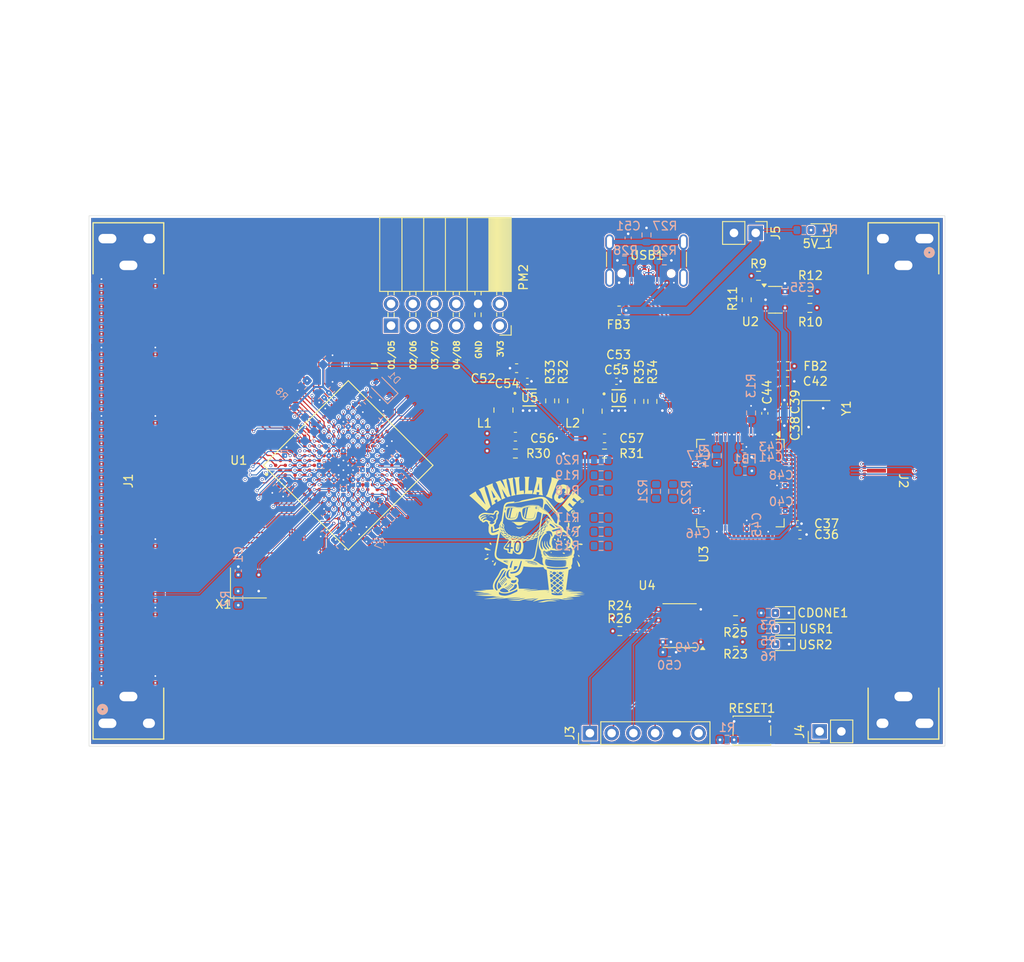
<source format=kicad_pcb>
(kicad_pcb (version 20240108) (generator "pcbnew") (generator_version "8.0")
  (layers (0 "F.Cu" signal) (1 "In1.Cu" power) (2 "In2.Cu" signal) (3 "In3.Cu" signal) (4 "In4.Cu" power) (31 "B.Cu" signal) (34 "B.Paste" user) (35 "F.Paste" user) (36 "B.SilkS" user "B.Silkscreen") (37 "F.SilkS" user "F.Silkscreen") (38 "B.Mask" user) (39 "F.Mask" user) (44 "Edge.Cuts" user))
  (net 0 "")
  (net 1 "+1V2")
  (net 2 "+3V3")
  (net 3 "Net-(D1-K)")
  (net 4 "Net-(U1E-VCCPLL0)")
  (net 5 "Net-(U1E-VCCPLL1)")
  (net 6 "/IOB_76")
  (net 7 "/IOL_19B")
  (net 8 "/IOB_89")
  (net 9 "/IOR_116")
  (net 10 "/IOB_72")
  (net 11 "/IOL_26A")
  (net 12 "/IOT_168")
  (net 13 "/IOR_137")
  (net 14 "/IOL_7B")
  (net 15 "/IOB_93")
  (net 16 "/IOB_81")
  (net 17 "/IOL_4A")
  (net 18 "/IOL_14B")
  (net 19 "/IOL_23B")
  (net 20 "/IOR_121")
  (net 21 "/IOR_138")
  (net 22 "/IOT_176")
  (net 23 "/IOR_155")
  (net 24 "GND")
  (net 25 "/IOR_145")
  (net 26 "/IOR_151")
  (net 27 "/IOR_152")
  (net 28 "/IOL_3A")
  (net 29 "/IOB_61")
  (net 30 "/IOT_172")
  (net 31 "/IOT_227")
  (net 32 "/IOR_143")
  (net 33 "/IOL_18A")
  (net 34 "/IOB_92")
  (net 35 "/IOB_99")
  (net 36 "/IOR_144")
  (net 37 "/IOL_10B")
  (net 38 "/IOL_18B")
  (net 39 "/IOR_156")
  (net 40 "/IOR_136")
  (net 41 "/IOR_129")
  (net 42 "/IOR_114")
  (net 43 "/IOL_12B")
  (net 44 "/IOR_148")
  (net 45 "/IOT_174")
  (net 46 "/IOB_64")
  (net 47 "/IOT_219")
  (net 48 "/IOL_16B")
  (net 49 "/IOL_11A")
  (net 50 "/IOR_158")
  (net 51 "/IOR_117")
  (net 52 "/IOT_225")
  (net 53 "/IOB_98")
  (net 54 "/IOT_205")
  (net 55 "/IOT_193")
  (net 56 "/CDONE")
  (net 57 "/IOR_149")
  (net 58 "/IOL_15B")
  (net 59 "/IOL_20B")
  (net 60 "/IOT_178")
  (net 61 "/IOB_79")
  (net 62 "/IOL_7A")
  (net 63 "/IOB_100")
  (net 64 "/IOB_63")
  (net 65 "/IOL_12A")
  (net 66 "/IOT_207")
  (net 67 "/IOB_83")
  (net 68 "/IOR_118")
  (net 69 "/IOR_139")
  (net 70 "/IOB_74")
  (net 71 "/IOB_53")
  (net 72 "/IOT_211")
  (net 73 "/IOR_154")
  (net 74 "/IOB_78")
  (net 75 "/IOB_73")
  (net 76 "/IOL_25B")
  (net 77 "/IOL_5A")
  (net 78 "/IOT_183")
  (net 79 "/IOR_147")
  (net 80 "/IOR_160")
  (net 81 "/IOL_21A")
  (net 82 "/IOT_218")
  (net 83 "/IOL_14A")
  (net 84 "/IOT_221")
  (net 85 "/IOB_52")
  (net 86 "/IOT_186")
  (net 87 "/IOL_3B")
  (net 88 "/IOB_102")
  (net 89 "/IOL_24B")
  (net 90 "/IOT_208")
  (net 91 "/IOT_192")
  (net 92 "/IOR_113")
  (net 93 "/IOT_185")
  (net 94 "/IOL_2A")
  (net 95 "/IOB_71")
  (net 96 "/IOT_216")
  (net 97 "/IOL_9B")
  (net 98 "/IOT_206")
  (net 99 "/IOT_226")
  (net 100 "/IOB_80")
  (net 101 "/IOL_6A")
  (net 102 "/IOR_119")
  (net 103 "/IOT_214")
  (net 104 "/IOT_200")
  (net 105 "/IOL_21B")
  (net 106 "/IOR_133")
  (net 107 "/IOL_22A")
  (net 108 "/IOB_86")
  (net 109 "/IOL_10A")
  (net 110 "/IOL_22B")
  (net 111 "/IOT_182")
  (net 112 "/IOR_111")
  (net 113 "/IOR_109")
  (net 114 "/IOR_112")
  (net 115 "/IOT_220")
  (net 116 "/IOL_20A")
  (net 117 "/IOT_191")
  (net 118 "/IOT_177")
  (net 119 "/IOT_215")
  (net 120 "/IOR_134")
  (net 121 "/IOR_161")
  (net 122 "/IOT_170")
  (net 123 "/IOB_91")
  (net 124 "/IOB_68")
  (net 125 "/IOB_69")
  (net 126 "/IOB_59")
  (net 127 "/IOR_128")
  (net 128 "/IOB_58")
  (net 129 "/IOT_171")
  (net 130 "/IOB_85")
  (net 131 "/IOL_26B")
  (net 132 "/IOR_122")
  (net 133 "/IOR_120")
  (net 134 "/IOB_54")
  (net 135 "/IOB_82")
  (net 136 "/IOL_13A")
  (net 137 "/IOR_157")
  (net 138 "/IOT_213")
  (net 139 "/IOB_101")
  (net 140 "/IOB_87")
  (net 141 "/IOL_8B")
  (net 142 "/IOL_1B")
  (net 143 "/IOR_126")
  (net 144 "/IOL_25A")
  (net 145 "/IOT_209")
  (net 146 "/IOB_84")
  (net 147 "/IOL_6B")
  (net 148 "/IOR_142")
  (net 149 "/IOR_153")
  (net 150 "/IOR_115")
  (net 151 "/IOR_110")
  (net 152 "/IOB_104")
  (net 153 "/IOR_167")
  (net 154 "/IOR_146")
  (net 155 "/IOL_2B")
  (net 156 "/IOL_13B")
  (net 157 "/IOL_19A")
  (net 158 "/IOT_199")
  (net 159 "/IOT_179")
  (net 160 "/IOL_15A")
  (net 161 "/IOL_9A")
  (net 162 "/IOB_103")
  (net 163 "/IOT_203")
  (net 164 "/IOT_169")
  (net 165 "/CRESET#")
  (net 166 "/IOB_67")
  (net 167 "/IOL_1A")
  (net 169 "/IOB_55")
  (net 170 "/IOB_60")
  (net 171 "/IOR_140")
  (net 172 "/IOR_127")
  (net 173 "/IOL_17B")
  (net 174 "/IOT_197")
  (net 175 "/IOR_150")
  (net 176 "/IOL_5B")
  (net 177 "/IOT_210")
  (net 178 "/IOT_190")
  (net 179 "/IOT_194")
  (net 180 "/IOB_77")
  (net 181 "/IOT_180")
  (net 182 "/IOR_123")
  (net 183 "/IOT_196")
  (net 184 "/IOT_187")
  (net 185 "/IOL_23A")
  (net 186 "/IOB_56")
  (net 187 "/IOL_16A")
  (net 188 "/IOT_212")
  (net 189 "/IOR_130")
  (net 190 "/IOL_11B")
  (net 191 "/IOR_141")
  (net 192 "/IOT_184")
  (net 193 "/IOT_173")
  (net 194 "/IOB_75")
  (net 195 "/IOB_57")
  (net 196 "/IOB_88")
  (net 197 "/IOL_8A")
  (net 198 "/IOT_198")
  (net 199 "/IOT_223")
  (net 200 "/IOT_224")
  (net 201 "/IOB_94")
  (net 202 "/IOT_222")
  (net 203 "/IOR_131")
  (net 204 "/IOL_17A")
  (net 205 "/IOT_181")
  (net 206 "/IOR_162")
  (net 207 "/IOL_4B")
  (net 208 "/IOL_24A")
  (net 209 "/IOB_66")
  (net 210 "/IOR_166")
  (net 211 "/IOR_165")
  (net 212 "unconnected-(J2-Pad29)")
  (net 249 "unconnected-(J2-Pad30)")
  (net 261 "unconnected-(J2-Pad90)")
  (net 271 "unconnected-(J2-Pad88)")
  (net 297 "unconnected-(J2-Pad89)")
  (net 308 "/hx8k power/GNDPLL0")
  (net 309 "/hx8k power/GNDPLL1")
  (net 310 "/sram programmer/FT_VCORE")
  (net 311 "/sram programmer/RESET#")
  (net 312 "/sram programmer/UART_TX")
  (net 313 "/sram programmer/UART_RX")
  (net 314 "/USB_DN")
  (net 315 "/USB_DP")
  (net 316 "Net-(U3-OSCI)")
  (net 317 "Net-(U3-OSCO)")
  (net 318 "Net-(U3-VPLL)")
  (net 319 "Net-(U3-VPHY)")
  (net 320 "Net-(U2-DO)")
  (net 321 "Net-(U2-CLK)")
  (net 322 "Net-(U2-DI)")
  (net 323 "Net-(U2-CS)")
  (net 324 "Net-(U3-REF)")
  (net 325 "Net-(U3-ADBUS0)")
  (net 326 "Net-(U3-ADBUS1)")
  (net 327 "Net-(U3-ADBUS2)")
  (net 328 "Net-(U3-ADBUS4)")
  (net 329 "Net-(U3-ADBUS6)")
  (net 330 "Net-(U3-ADBUS7)")
  (net 331 "Net-(U3-BDBUS0)")
  (net 332 "Net-(U3-BDBUS1)")
  (net 333 "Net-(U4-~{WP})")
  (net 334 "Net-(U4-~{HOLD})")
  (net 361 "+5V")
  (net 362 "/usb-c power/3V3_SW")
  (net 363 "/usb-c power/1V2_SW")
  (net 364 "F_5V")
  (net 373 "Net-(USB1-SHIELD)")
  (net 374 "Net-(USB1-CC2)")
  (net 375 "Net-(USB1-CC1)")
  (net 376 "Net-(U5-PG)")
  (net 377 "Net-(U6-PG)")
  (net 378 "Net-(U5-FB)")
  (net 379 "Net-(U6-FB)")
  (net 382 "Net-(X1-OE)")
  (net 383 "/IOB_108_SS")
  (net 384 "/IOB_106_SDI")
  (net 385 "/IOB_107_SCK")
  (net 386 "/IOB_105_SDO")
  (net 387 "Net-(USR1-A)")
  (net 388 "Net-(USR2-A)")
  (net 389 "Net-(5V_1-A)")
  (footprint "Inductor_SMD:L_0603_1608Metric" (layer "F.Cu") (at 107.492961 61.049 180)
    (property "Reference" "FB3")
    (property "Value" "600ohm/500ma")
  )
  (footprint "Resistor_SMD:R_0603_1608Metric" (layer "F.Cu") (at 121.09546 99.796599 180)
    (property "Reference" "R23")
    (property "Value" "10k")
  )
  (footprint "Capacitor_SMD:C_0402_1005Metric" (layer "F.Cu") (at 126.79802 74.034081 -90)
    (property "Reference" "C38")
    (property "Value" "27pf")
  )
  (footprint "Connector_PinHeader_2.54mm:PinHeader_1x06_P2.54mm_Vertical" (layer "F.Cu") (at 104.07904 110.45698 90)
    (property "Reference" "J3")
    (property "Value" "Conn_01x06_Pin")
  )
  (footprint "TPS563252DRLR:SOT6_DRL_TEX" (layer "F.Cu") (at 97.02546 71.2348)
    (property "Reference" "U5")
    (property "Value" "TPS563252DRLR")
  )
  (footprint "ICE40HX8K-CT256:BGA256C80P16X16_1400X1400X170" (layer "F.Cu") (at 75.848386 79.153974 45)
    (property "Reference" "U1")
    (property "Value" "ICE40HX8K-CT256")
  )
  (footprint "Connector_USB:USB_C_Receptacle_GCT_USB4105-xx-A_16P_TopMnt_Horizontal" (layer "F.Cu") (at 110.69 54.124 180)
    (property "Reference" "USB1")
    (property "Value" "USB_C_Receptacle_USB2.0_16P")
  )
  (footprint "custom:CUSTOM_FX_120S-0.8SH20" (layer "F.Cu") (at 50.16 80.980003 90)
    (property "Reference" "J1")
    (property "Value" "FX18-120S-0.8SV20")
  )
  (footprint "Diode_SMD:D_0603_1608Metric" (layer "F.Cu") (at 126.560479 100.05822 180)
    (property "Reference" "USR2")
    (property "Value" "Blue")
  )
  (footprint "Capacitor_SMD:C_0402_1005Metric" (layer "F.Cu") (at 128.322021 85.972079)
    (property "Reference" "C37")
    (property "Value" "0.1uf")
  )
  (footprint "Capacitor_SMD:C_0603_1608Metric" (layer "F.Cu") (at 128.617021 87.24208)
    (property "Reference" "C36")
    (property "Value" "22uf")
  )
  (footprint "Resistor_SMD:R_0603_1608Metric" (layer "F.Cu") (at 129.775 60.749999 180)
    (property "Reference" "R10")
    (property "Value" "10k")
  )
  (footprint "logo:logo" (layer "F.Cu") (at 96.89197 87.841523)
    (property "Reference" "G***" (hide yes))
    (property "Value" "LOGO" (hide yes))
  )
  (footprint "Resistor_SMD:R_0603_1608Metric" (layer "F.Cu") (at 107.574079 98.5266)
    (property "Reference" "R26")
    (property "Value" "10k")
  )
  (footprint "Connector_PinHeader_2.54mm:PinHeader_1x02_P2.54mm_Vertical" (layer "F.Cu") (at 130.9193 110.25378 90)
    (property "Reference" "J4")
    (property "Value" "Conn_01x02_Pin")
  )
  (footprint "Capacitor_SMD:C_0402_1005Metric" (layer "F.Cu") (at 124.512018 73.07808 90)
    (property "Reference" "C44")
    (property "Value" "0.1uf")
  )
  (footprint "custom:PMOD_12p_Horizontal" (layer "F.Cu") (at 87.2 62.82262 -90)
    (property "Reference" "PM2")
    (property "Value" "Conn_02x06_Top_Bottom")
  )
  (footprint "Capacitor_SMD:C_0402_1005Metric" (layer "F.Cu") (at 107.18546 69.3298)
    (property "Reference" "C55")
    (property "Value" "0.1uf")
  )
  (footprint "custom:CUSTOM_FX_120S-0.8SH20" (layer "F.Cu") (at 140.709999 80.979998 -90)
    (property "Reference" "J2")
    (property "Value" "FX18-120S-0.8SV20")
  )
  (footprint "Capacitor_SMD:C_0402_1005Metric" (layer "F.Cu") (at 96.77146 69.3298)
    (property "Reference" "C54")
    (property "Value" "0.1uf")
  )
  (footprint "Package_QFP:LQFP-64_10x10mm_P0.5mm" (layer "F.Cu") (at 121.659021 81.23308 -90)
    (property "Reference" "U3")
    (property "Value" "FT2232HL")
  )
  (footprint "Button_Switch_SMD:SW_SPST_PTS810" (layer "F.Cu") (at 123.00186 110.16038)
    (property "Reference" "RESET1")
    (property "Value" "SPDT")
  )
  (footprint "Resistor_SMD:R_0603_1608Metric" (layer "F.Cu") (at 99.43846 71.6158 90)
    (property "Reference" "R33")
    (property "Value" "10k")
  )
  (footprint "Capacitor_SMD:C_0603_1608Metric" (layer "F.Cu") (at 95.37446 75.8068)
    (property "Reference" "C56")
    (property "Value" "22uf")
  )
  (footprint "Inductor_SMD:L_1008_2520Metric" (layer "F.Cu") (at 104.39146 72.8228 -90)
    (property "Reference" "L2")
    (property "Value" "2.2uH")
  )
  (footprint "Package_TO_SOT_SMD:SOT-23-6" (layer "F.Cu") (at 125.7375 59.8)
    (property "Reference" "U2")
    (property "Value" "93LCxxBxxOT")
  )
  (footprint "Resistor_SMD:R_0603_1608Metric" (layer "F.Cu") (at 95.37446 77.7758)
    (property "Reference" "R30")
    (property "Value" "10k")
  )
  (footprint "Resistor_SMD:R_0603_1608Metric" (layer "F.Cu") (at 123.775 57)
    (property "Reference" "R9")
    (property "Value" "10k")
  )
  (footprint "Capacitor_SMD:C_0402_1005Metric" (layer "F.Cu") (at 126.79802 72.002081 90)
    (property "Reference" "C39")
    (property "Value" "27pf")
  )
  (footprint "TPS563252DRLR:SOT6_DRL_TEX" (layer "F.Cu") (at 107.43946 71.2988)
    (property "Reference" "U6")
    (property "Value" "TPS563252DRLR")
  )
  (footprint "Capacitor_SMD:C_0603_1608Metric" (layer "F.Cu") (at 107.48046 67.8)
    (property "Reference" "C53")
    (property "Value" "22uf")
  )
  (footprint "Capacitor_SMD:C_0603_1608Metric" (layer "F.Cu") (at 95.51646 67.8 180)
    (property "Reference" "C52")
    (property "Value" "22uf")
  )
  (footprint "Connector_PinHeader_2.54mm:PinHeader_1x02_P2.54mm_Vertical" (layer "F.Cu") (at 123.44908 51.98872 -90)
    (property "Reference" "J5")
    (property "Value" "Conn_01x02_Pin")
  )
  (footprint "Resistor_SMD:R_0603_1608Metric" (layer "F.Cu") (at 129.839 58.850001 180)
    (property "Reference" "R12")
    (property "Value" "10k")
  )
  (footprint "Oscillator:Oscillator_SMD_SeikoEpson_SG8002CE-4Pin_3.2x2.5mm" (layer "F.Cu") (at 64.185976 92.9077)
    (property "Reference" "X1")
    (property "Value" "SG-8101CE 100Mhz")
  )
  (footprint "Capacitor_SMD:C_0603_1608Metric" (layer "F.Cu") (at 105.78846 75.9978)
    (property "Reference" "C57")
    (property "Value" "22uf")
  )
  (footprint "Resistor_SMD:R_0603_1608Metric" (layer "F.Cu") (at 105.78846 77.7758)
    (property "Reference" "R31")
    (property "Value" "10k")
  )
  (footprint "Diode_SMD:D_0603_1608Metric" (layer "F.Cu") (at 126.550319 98.2599 180)
    (property "Reference" "USR1")
    (property "Value" "Blue")
  )
  (footprint "Resistor_SMD:R_0603_1608Metric" (layer "F.Cu") (at 100.96246 71.6158 -90)
    (property "Reference" "R32")
    (property "Value" "45.3k")
  )
  (footprint "Resistor_SMD:R_0603_1608Metric" (layer "F.Cu") (at 107.575 97)
    (property "Reference" "R24")
    (property "Value" "10k")
  )
  (footprint "Resistor_SMD:R_0603_1608Metric" (layer "F.Cu") (at 109.85246 71.6798 90)
    (property "Reference" "R35")
    (property "Value" "10k")
  )
  (footprint "Resistor_SMD:R_0603_1608Metric" (layer "F.Cu") (at 111.37646 71.6798 -90)
    (property "Reference" "R34")
    (property "Value" "10k")
  )
  (footprint "Resistor_SMD:R_0603_1608Metric" (layer "F.Cu") (at 122.4 59.8 -90)
    (property "Reference" "R11")
    (property "Value" "2.2k")
  )
  (footprint "Capacitor_SMD:C_0603_1608Metric" (layer "F.Cu") (at 127.179019 69.335079)
    (property "Reference" "C42")
    (property "Value" "22uf")
  )
  (footprint "Resistor_SMD:R_0603_1608Metric" (layer "F.Cu") (at 121.09546 97.256599 180)
    (property "Reference" "R25")
    (property "Value" "10k")
  )
  (footprint "Diode_SMD:D_0603_1608Metric" (layer "F.Cu") (at 130.698139 51.65344 180)
    (property "Reference" "5V_1")
    (property "Value" "Red")
  )
  (footprint "Diode_SMD:D_0603_1608Metric" (layer "F.Cu") (at 126.532741 96.40824 180)
    (property "Reference" "CDONE1")
    (property "Value" "Green")
  )
  (footprint "Crystal:Crystal_SMD_3225-4Pin_3.2x2.5mm" (layer "F.Cu") (at 130.481021 73.582081 -90)
    (property "Reference" "Y1")
    (property "Value" "12Mhz/18pf")
  )
  (footprint "Inductor_SMD:L_1008_2520Metric" (layer "F.Cu") (at 93.97746 72.6958 -90)
    (property "Reference" "L1")
    (property "Value" "2.2uH")
  )
  (footprint "Package_SO:SOIC-8_3.9x4.9mm_P1.27mm" (layer "F.Cu") (at 114.55908 97.891599 180)
    (property "Reference" "U4")
    (property "Value" "W25X40CLSN")
  )
  (footprint "Inductor_SMD:L_0603_1608Metric" (layer "F.Cu") (at 127.19152 67.557081 180)
    (property "Reference" "FB2")
    (property "Value" "600ohm/500ma")
  )
  (footprint "Capacitor_SMD:C_0402_1005Metric" (layer "B.Cu") (at 126.42 81.5 180)
    (property "Reference" "C48")
    (property "Value" "0.1uf")
  )
  (footprint "Resistor_SMD:R_0603_1608Metric" (layer "B.Cu") (at 113.8 82.2 90)
    (property "Reference" "R22")
    (property "Value" "0")
  )
  (footprint "custom:C_0402_1005Metric_no_courtyard" (layer "B.Cu") (at 76.979756 72.365745 -45)
    (property "Reference" "C26" (hide yes))
    (property "Value" "0.1uf")
  )
  (footprint "custom:C_0402_1005Metric_no_courtyard" (layer "B.Cu") (at 79.242497 83.679456 -135)
    (property "Reference" "C14" (hide yes))
    (property "Value" "0.1uf")
  )
  (footprint "Resistor_SMD:R_0603_1608Metric" (layer "B.Cu") (at 124.947978 100.05822)
    (property "Reference" "R6")
    (property "Value" "2.2k")
  )
  (footprint "custom:C_0402_1005Metric_no_courtyard" (layer "B.Cu") (at 75.2827 81.502402 90)
    (property "Reference" "C17" (hide yes))
    (property "Value" "0.1uf")
  )
  (footprint "Resistor_SMD:R_0603_1608Metric" (layer "B.Cu") (at 78.676817 87.356412 45)
    (property "Reference" "R7")
    (property "Value" "100")
  )
  (footprint "custom:C_0402_1005Metric_no_courtyard" (layer "B.Cu") (at 68.4 77.52 90)
    (property "Reference" "C25" (hide yes))
    (property "Value" "0.1uf")
  )
  (footprint "Capacitor_SMD:C_0603_1608Metric" (layer "B.Cu") (at 70.492052 69.802485 -135)
    (property "Reference" "C22" (hide yes))
    (property "Value" "22uf")
  )
  (footprint "custom:C_0402_1005Metric_no_courtyard" (layer "B.Cu") (at 76.414074 86.507887 -45)
    (property "Reference" "C9" (hide yes))
    (property "Value" "0.1uf")
  )
  (footprint "Resistor_SMD:R_0603_1608Metric" (layer "B.Cu") (at 118.909021 78.025 90)
    (property "Reference" "R14")
    (property "Value" "2.2k")
  )
  (footprint "Capacitor_SMD:C_0402_1005Metric" (layer "B.Cu") (at 126.875 58.370001 90)
    (property "Reference" "C35")
    (property "Value" "0.1uf")
  )
  (footprint "Resistor_SMD:R_0603_1608Metric" (layer "B.Cu") (at 105.388279 82.094176 180)
    (property "Reference" "R18")
    (property "Value" "0")
  )
  (footprint "Resistor_SMD:R_0603_1608Metric" (layer "B.Cu") (at 105.388279 88.571181 180)
    (property "Reference" "R15")
    (property "Value" "0")
  )
  (footprint "custom:C_0402_1005Metric_no_courtyard" (layer "B.Cu") (at 79.751616 73.44055 135)
    (property "Reference" "C32" (hide yes))
    (property "Value" "0.1uf")
  )
  (footprint "Diode_SMD:D_SOD-323F" (layer "B.Cu") (at 79.914248 70.209071 135)
    (property "Reference" "D1")
    (property "Value" "1N4148WSF-7")
  )
  (footprint "custom:C_0402_1005Metric_no_courtyard" (layer "B.Cu") (at 82.353764 80.851027 -45)
    (property "Reference" "C11" (hide yes))
    (property "Value" "0.1uf")
  )
  (footprint "Capacitor_SMD:C_0402_1005Metric" (layer "B.Cu") (at 113.05908 99.796599)
    (property "Reference" "C49")
    (property "Value" "0.1uf")
  )
  (footprint "custom:C_0402_1005Metric_no_courtyard" (layer "B.Cu") (at 72.963393 87.130138 -135)
    (property "Reference" "C15" (hide yes))
    (property "Value" "0.1uf")
  )
  (footprint "custom:C_0402_1005Metric_no_courtyard" (layer "B.Cu") (at 72.878536 77.315495 -135)
    (property "Reference" "C27" (hide yes))
    (property "Value" "0.1uf")
  )
  (footprint "Capacitor_SMD:C_0603_1608Metric" (layer "B.Cu") (at 80.780455 85.252767 45)
    (property "Reference" "C24" (hide yes))
    (property "Value" "22uf")
  )
  (footprint "custom:C_0402_1005Metric_no_courtyard" (layer "B.Cu") (at 72.680548 71.573788 -135)
    (property "Reference" "C28" (hide yes))
    (property "Value" "0.1uf")
  )
  (footprint "custom:C_0402_1005Metric_no_courtyard" (layer "B.Cu") (at 81.222396 77.739759 135)
    (property "Reference" "C34" (hide yes))
    (property "Value" "0.1uf")
  )
  (footprint "custom:C_0402_1005Metric_no_courtyard" (layer "B.Cu") (at 73.925054 78.362013 -45)
    (property "Reference" "C33" (hide yes))
    (property "Value" "0.1uf")
  )
  (footprint "custom:C_0402_1005Metric_no_courtyard" (layer "B.Cu") (at 69.908689 75.477015 -135)
    (property "Reference" "C31" (hide yes))
    (property "Value" "0.1uf")
  )
  (footprint "Resistor_SMD:R_0603_1608Metric" (layer "B.Cu") (at 112.773444 55.2 180)
    (property "Reference" "R29")
    (property "Value" "5.1k")
  )
  (footprint "custom:C_0402_1005Metric_no_courtyard" (layer "B.Cu") (at 74.490742 80.511617 45)
    (property "Reference" "C12" (hide yes))
    (property "Value" "0.1uf")
  )
  (footprint "Capacitor_SMD:C_0402_1005Metric" (layer "B.Cu") (at 122.4 86.08 90)
    (property "Reference" "C45")
    (property "Value" "0.1uf")
  )
  (footprint "Resistor_SMD:R_0603_1608Metric" (layer "B.Cu") (at 105.388279 86.92018 180)
    (property "Reference" "R16")
    (property "Value" "0")
  )
  (footprint "Capacitor_SMD:C_0402_1005Metric" (layer "B.Cu") (at 116.88 79.01)
    (property "Reference" "C47")
    (property "Value" "0.1uf")
  )
  (footprint "Capacitor_SMD:C_0402_1005Metric" (layer "B.Cu") (at 108.548444 52.569 -90)
    (property "Reference" "C51")
    (property "Value" "0.1uf")
  )
  (footprint "custom:C_0402_1005Metric_no_courtyard" (layer "B.Cu") (at 80.656712 78.305444 135)
    (property "Reference" "C18" (hide yes))
    (property "Value" "0.1uf")
  )
  (footprint "Capacitor_SMD:C_0603_1608Metric" (layer "B.Cu") (at 74.925612 88.413536 -45)
    (property "Reference" "C3" (hide yes))
    (property "Value" "22uf")
  )
  (footprint "Capacitor_SMD:C_0402_1005Metric" (layer "B.Cu") (at 116.92 84.47508)
    (property "Reference" "C46")
    (property "Value" "0.1uf")
  )
  (footprint "Inductor_SMD:L_0603_1608Metric" (layer "B.Cu") (at 122.187501 79.8 180)
    (property "Reference" "FB1")
    (property "Value" "600ohm/500ma")
  )
  (footprint "Capacitor_SMD:C_0603_1608Metric" (layer "B.Cu") (at 78.128808 71.534898 -45)
    (property "Reference" "C23" (hide yes))
    (property "Value" "22uf")
  )
  (footprint "Resistor_SMD:R_0603_1608Metric" (layer "B.Cu") (at 122.90902 73.025 -90)
    (property "Reference" "R13")
    (property "Value" "12k")
  )
  (footprint "Resistor_SMD:R_0603_1608Metric" (layer "B.Cu") (at 124.937818 98.2599)
    (property "Reference" "R5")
    (property "Value" "2.2k")
  )
  (footprint "Resistor_SMD:R_0603_1608Metric" (layer "B.Cu") (at 110.69 52.225 90)
    (property "Reference" "R27")
    (property "Value" "10M")
  )
  (footprint "custom:C_0402_1005Metric_no_courtyard" (layer "B.Cu") (at 77.022599 79.676814 180)
    (property "Reference" "C19" (hide yes))
    (property "Value" "0.1uf")
  )
  (footprint "custom:C_0402_1005Metric_no_courtyard" (layer "B.Cu") (at 76.031816 80.468776 135)
    (property "Reference" "C6" (hide yes))
    (property "Value" "0.1uf")
  )
  (footprint "custom:C_0402_1005Metric_no_courtyard" (layer "B.Cu") (at 72.934276 79.153974)
    (property "Reference" "C8" (hide yes))
    (property "Value" "0.1uf")
  )
  (footprint "Capacitor_SMD:C_0603_1608Metric" (layer "B.Cu") (at 73.461901 66.832637 45)
    (property "Reference" "C2" (hide yes))
    (property "Value" "22uf")
  )
  (footprint "custom:C_0402_1005Metric_no_courtyard" (layer "B.Cu") (at 73.925054 70.32928 45)
    (property "Reference" "C16" (hide yes))
    (property "Value" "0.1uf")
  )
  (footprint "Capacitor_SMD:C_0402_1005Metric" (layer "B.Cu") (at 63.000003 91.479997 90)
    (property "Reference" "C1")
    (property "Value" "0.1uf")
  )
  (footprint "Capacitor_SMD:C_0603_1608Metric" (layer "B.Cu") (at 67.522206 81.823302 -135)
    (property "Reference" "C4" (hide yes))
    (property "Value" "22uf")
  )
  (footprint "custom:C_0402_1005Metric_no_courtyard" (layer "B.Cu") (at 73.925057 79.945935 45)
    (property "Reference" "C10" (hide yes))
    (property "Value" "0.1uf")
  )
  (footprint "Resistor_SMD:R_0603_1608Metric" (layer "B.Cu") (at 105.388279 80.316177 180)
    (property "Reference" "R19")
    (property "Value" "0")
  )
  (footprint "custom:C_0402_1005Metric_no_courtyard" (layer "B.Cu") (at 73.019956 84.810825 135)
    (property "Reference" "C5" (hide yes))
    (property "Value" "0.1uf")
  )
  (footprint "Resistor_SMD:R_0603_1608Metric" (layer "B.Cu") (at 105.388279 78.538177 180)
    (property "Reference" "R20")
    (property "Value" "0")
  )
  (footprint "Capacitor_SMD:C_0603_1608Metric" (layer "B.Cu") (at 71.322902 75.759862 -135)
    (property "Reference" "C30" (hide yes))
    (property "Value" "22uf")
  )
  (footprint "Capacitor_SMD:C_0603_1608Metric" (layer "B.Cu") (at 113.375 101)
    (property "Reference" "C50")
    (property "Value" "22uf")
  )
  (footprint "Resistor_SMD:R_0603_1608Metric" (layer "B.Cu") (at 108.115 55.2)
    (property "Reference" "R28")
    (property "Value" "5.1k")
  )
  (footprint "custom:C_0402_1005Metric_no_courtyard" (layer "B.Cu") (at 77.545443 81.416715)
    (property "Reference" "C21" (hide yes))
    (property "Value" "0.1uf")
  )
  (footprint "Resistor_SMD:R_0603_1608Metric" (layer "B.Cu") (at 124.92024 96.40824)
    (property "Reference" "R3")
    (property "Value" "2.2k")
  )
  (footprint "Capacitor_SMD:C_0603_1608Metric" (layer "B.Cu") (at 122.175 78.2)
    (property "Reference" "C41")
    (property "Value" "22uf")
  )
  (footprint "Resistor_SMD:R_0603_1608Metric" (layer "B.Cu") (at 70.173857 72.949112 -45)
    (property "Reference" "R8")
    (property "Value" "100")
  )
  (footprint "custom:C_0402_1005Metric_no_courtyard" (layer "B.Cu") (at 75.282701 77.936916 -90)
    (property "Reference" "C13" (hide yes))
    (property "Value" "0.1uf")
  )
  (footprint "Capacitor_SMD:C_0402_1005Metric" (layer "B.Cu") (at 121.88 77)
    (property "Reference" "C43")
    (property "Value" "0.1uf")
  )
  (footprint "Resistor_SMD:R_0603_1608Metric" (layer "B.Cu") (at 120.10186 111.23538 180)
    (property "Reference" "R1")
    (property "Value" "10k")
  )
  (footprint "Resistor_SMD:R_0603_1608Metric" (layer "B.Cu") (at 111.8 82.2 90)
    (property "Reference" "R21")
    (property "Value" "0")
  )
  (footprint "Capacitor_SMD:C_0402_1005Metric" (layer "B.Cu") (at 126.42 84.48308 180)
    (property "Reference" "C40")
    (property "Value" "0.1uf")
  )
  (footprint "Resistor_SMD:R_0603_1608Metric" (layer "B.Cu") (at 129.085638 51.65344 180)
    (property "Reference" "R4")
    (property "Value" "5.1k")
  )
  (footprint "custom:C_0402_1005Metric_no_courtyard" (layer "B.Cu") (at 76.074661 78.927699 -135)
    (property "Reference" "C29" (hide yes))
    (property "Value" "0.1uf")
  )
  (footprint "custom:C_0402_1005Metric_no_courtyard" (layer "B.Cu") (at 68.579329 82.463233 -135)
    (property "Reference" "C7" (hide yes))
    (property "Value" "0.1uf")
  )
  (footprint "Resistor_SMD:R_0603_1608Metric" (layer "B.Cu") (at 105.388279 85.269179 180)
    (property "Reference" "R17")
    (property "Value" "0")
  )
  (footprint "Resistor_SMD:R_0603_1608Metric" (layer "B.Cu") (at 63 94.68 -90)
    (property "Reference" "R2")
    (property "Value" "0")
  )
  (footprint "custom:C_0402_1005Metric_no_courtyard" (layer "B.Cu") (at 75.508976 74.289079 135)
    (property "Reference" "C20" (hide yes))
    (property "Value" "0.1uf")
  )
  (gr_rect (start 45.56 49.980003) (end 145.56 111.980003) (stroke (width 0.05)) (fill none) (layer "Edge.Cuts"))
  (gr_text "01/05" (at 81.30971 68.066667 90) (layer "F.SilkS") (effects (font (size 0.7 0.7) (thickness 0.15) (bold yes)) (justify left bottom)))
  (gr_text "GND" (at 91.49696 66.799999 90) (layer "F.SilkS") (effects (font (size 0.7 0.7) (thickness 0.15) (bold yes)) (justify left bottom)))
  (gr_text "02/06" (at 83.84971 68.066667 90) (layer "F.SilkS") (effects (font (size 0.7 0.7) (thickness 0.15) (bold yes)) (justify left bottom)))
  (gr_text "3V3" (at 94.03696 66.6 90) (layer "F.SilkS") (effects (font (size 0.7 0.7) (thickness 0.15) (bold yes)) (justify left bottom)))
  (gr_text "IJ" (at 79.35071 68.066667 90) (layer "F.SilkS") (effects (font (size 0.7 0.7) (thickness 0.15) (bold yes)) (justify left bottom)))
  (gr_text "03/07" (at 86.38971 68.066667 90) (layer "F.SilkS") (effects (font (size 0.7 0.7) (thickness 0.15) (bold yes)) (justify left bottom)))
  (gr_text "04/08" (at 88.92971 68.066667 90) (layer "F.SilkS") (effects (font (size 0.7 0.7) (thickness 0.15) (bold yes)) (justify left bottom)))
  (segment (start 74.717018 71.800062) (end 74.292751 71.375798) (width 0.254) (layer "F.Cu") (net 1))
  (segment (start 73.01996 79.153972) (end 72.454275 79.153974) (width 0.254) (layer "F.Cu") (net 1))
  (segment (start 75.2827 81.416715) (end 75.2827 81.982399) (width 0.254) (layer "F.Cu") (net 1))
  (segment (start 105.01346 75.9978) (end 105.01346 74.5198) (width 0.254) (layer "F.Cu") (net 1))
  (segment (start 75.282701 76.891231) (end 75.2827 77.456917) (width 0.254) (layer "F.Cu") (net 1))
  (segment (start 103.50246 75.9978) (end 105.01346 75.9978) (width 0.508) (layer "F.Cu") (net 1))
  (segment (start 109.21746 76.7598) (end 111.37646 74.6008) (width 0.254) (layer "F.Cu") (net 1))
  (segment (start 77.545441 79.153974) (end 77.545441 79.719658) (width 0.254) (layer "F.Cu") (net 1))
  (segment (start 73.585645 84.245142) (end 73.585647 84.810828) (width 0.254) (layer "F.Cu") (net 1))
  (segment (start 105.01346 74.5198) (end 104.39146 73.8978) (width 0.254) (layer "F.Cu") (net 1))
  (segment (start 111.37646 74.6008) (end 111.37646 72.5048) (width 0.254) (layer "F.Cu") (net 1))
  (segment (start 105.01346 75.9978) (end 105.77546 76.7598) (width 0.254) (layer "F.Cu") (net 1))
  (segment (start 104.89946 77.7758) (end 104.89946 76.0748) (width 0.156464) (layer "F.Cu") (net 1))
  (segment (start 105.77546 76.7598) (end 109.21746 76.7598) (width 0.254) (layer "F.Cu") (net 1))
  (via (at 103.50246 75.9978) (size 0.45) (drill 0.3) (layers "F.Cu" "B.Cu") (net 1))
  (via (at 73.585647 84.810828) (size 0.35) (drill 0.2) (layers "F.Cu" "B.Cu") (net 1))
  (via (at 77.545441 79.719658) (size 0.35) (drill 0.2) (layers "F.Cu" "B.Cu") (net 1))
  (via (at 77.976144 88.057086) (size 0.35) (drill 0.2) (layers "F.Cu" "B.Cu") (net 1))
  (via (at 74.292751 71.375798) (size 0.35) (drill 0.2) (layers "F.Cu" "B.Cu") (net 1))
  (via (at 75.2827 81.982399) (size 0.35) (drill 0.2) (layers "F.Cu" "B.Cu") (net 1))
  (via (at 72.454275 79.153974) (size 0.35) (drill 0.2) (layers "F.Cu" "B.Cu") (net 1))
  (via (at 103.5 77.7758) (size 0.45) (drill 0.3) (layers "F.Cu" "B.Cu") (net 1))
  (via (at 73.585643 70.668691) (size 0.35) (drill 0.2) (layers "F.Cu" "B.Cu") (net 1))
  (via (at 75.2827 77.456917) (size 0.35) (drill 0.2) (layers "F.Cu" "B.Cu") (net 1))
  (segment (start 72.913893 69.996941) (end 72.913893 67.380645) (width 0.254) (layer "B.Cu") (net 1))
  (segment (start 73.585643 70.668691) (end 73.585644 70.668691) (width 0.254) (layer "B.Cu") (net 1))
  (segment (start 88.980645 67.380645) (end 91 69.4) (width 0.254) (layer "B.Cu") (net 1))
  (segment (start 72.913893 67.380645) (end 88.980645 67.380645) (width 0.254) (layer "B.Cu") (net 1))
  (segment (start 73.585644 70.668691) (end 74.292751 71.375798) (width 0.254) (layer "B.Cu") (net 1))
  (segment (start 96.43244 87.86756) (end 96.32322 87.86756) (width 0.254) (layer "B.Cu") (net 1))
  (segment (start 95.4731 69.4) (end 102.0709 75.9978) (width 0.254) (layer "B.Cu") (net 1))
  (segment (start 72.913893 69.996941) (end 71.959302 69.996941) (width 0.254) (layer "B.Cu") (net 1))
  (segment (start 102.0709 75.9978) (end 103.50246 75.9978) (width 0.254) (layer "B.Cu") (net 1))
  (segment (start 71.959302 69.996941) (end 69.590494 72.365749) (width 0.254) (layer "B.Cu") (net 1))
  (segment (start 96.43244 87.86756) (end 96.360225 87.939775) (width 0.254) (layer "B.Cu") (net 1))
  (segment (start 103.5 80.8) (end 96.43244 87.86756) (width 0.254) (layer "B.Cu") (net 1))
  (segment (start 73.585647 84.923965) (end 73.585647 84.810828) (width 0.381) (layer "B.Cu") (net 1))
  (segment (start 77.976144 88.057086) (end 78.210764 88.057086) (width 0.254) (layer "B.Cu") (net 1))
  (segment (start 91 69.4) (end 95.4731 69.4) (width 0.254) (layer "B.Cu") (net 1))
  (segment (start 96.251005 87.939775) (end 78.093454 87.939775) (width 0.254) (layer "B.Cu") (net 1))
  (segment (start 77.976144 88.057086) (end 78.093452 87.939777) (width 0.254) (layer "B.Cu") (net 1))
  (segment (start 103.5 77.7758) (end 103.5 80.8) (width 0.254) (layer "B.Cu") (net 1))
  (segment (start 73.585643 70.668691) (end 72.913893 69.996941) (width 0.254) (layer "B.Cu") (net 1))
  (segment (start 96.32322 87.86756) (end 96.251005 87.939775) (width 0.254) (layer "B.Cu") (net 1))
  (segment (start 73.35937 85.150239) (end 73.585647 84.923965) (width 0.381) (layer "B.Cu") (net 1))
  (segment (start 78.093452 87.939777) (end 78.093452 87.939776) (width 0.254) (layer "B.Cu") (net 1))
  (segment (start 92.07246 75.4258) (end 92.45346 75.8068) (width 0.254) (layer "F.Cu") (net 2))
  (segment (start 93.96446 76.4418) (end 94.59946 75.8068) (width 0.254) (layer "F.Cu") (net 2))
  (segment (start 69.625847 81.416715) (end 69.625846 81.416716) (width 0.127) (layer "F.Cu") (net 2))
  (segment (start 76.414072 80.285341) (end 76.414072 80.851026) (width 0.254) (layer "F.Cu") (net 2))
  (segment (start 74.151329 85.942197) (end 74.15133 85.942196) (width 0.254) (layer "F.Cu") (net 2))
  (segment (start 74.151329 78.022601) (end 73.585647 78.022601) (width 0.254) (layer "F.Cu") (net 2))
  (segment (start 75.848384 85.376513) (end 75.848386 85.942199) (width 0.127) (layer "F.Cu") (net 2))
  (segment (start 93.244274 77.4578) (end 94.59946 76.102614) (width 0.254) (layer "F.Cu") (net 2))
  (segment (start 92.45346 75.8068) (end 94.59946 75.8068) (width 0.254) (layer "F.Cu") (net 2))
  (segment (start 70.847799 74.679333) (end 70.847799 74.719071) (width 0.127) (layer "F.Cu") (net 2))
  (segment (start 79.2425 75.194176) (end 79.2425 74.628492) (width 0.254) (layer "F.Cu") (net 2))
  (segment (start 74.151331 72.36575) (end 73.727065 71.941484) (width 0.254) (layer "F.Cu") (net 2))
  (segment (start 76.414072 78.022602) (end 76.398443 78.006976) (width 0.127) (layer "F.Cu") (net 2))
  (segment (start 73.585647 79.719659) (end 73.585645 80.285344) (width 0.254) (layer "F.Cu") (net 2))
  (segment (start 76.414072 78.022602) (end 76.414074 78.588291) (width 0.254) (layer "F.Cu") (net 2))
  (segment (start 98.67646 76.6958) (end 100.96246 74.4098) (width 0.254) (layer "F.Cu") (net 2))
  (segment (start 80.939554 79.153971) (end 80.939554 78.588287) (width 0.254) (layer "F.Cu") (net 2))
  (segment (start 95.50146 76.6958) (end 98.67646 76.6958) (width 0.254) (layer "F.Cu") (net 2))
  (segment (start 94.61246 75.8068) (end 95.50146 76.6958) (width 0.254) (layer "F.Cu") (net 2))
  (segment (start 79.2425 83.113772) (end 79.808184 83.113772) (width 0.254) (layer "F.Cu") (net 2))
  (segment (start 76.414074 72.36575) (end 76.414072 71.800061) (width 0.254) (layer "F.Cu") (net 2))
  (segment (start 94.59946 74.3928) (end 93.97746 73.7708) (width 0.254) (layer "F.Cu") (net 2))
  (segment (start 82.070925 78.022601) (end 81.505238 78.022602) (width 0.254) (layer "F.Cu") (net 2))
  (segment (start 70.847799 74.719071) (end 71.322904 75.194176) (width 0.254) (layer "F.Cu") (net 2))
  (segment (start 94.59946 75.8068) (end 94.59946 74.3928) (width 0.254) (layer "F.Cu") (net 2))
  (segment (start 74.15133 85.942199) (end 74.151327 85.942199) (width 0.254) (layer "F.Cu") (net 2))
  (segment (start 82.070925 80.285344) (end 81.505241 80.285344) (width 0.254) (layer "F.Cu") (net 2))
  (segment (start 92.07246 77.4578) (end 93.244274 77.4578) (width 0.254) (layer "F.Cu") (net 2))
  (segment (start 74.15133 85.942196) (end 74.15133 85.942199) (width 0.254) (layer "F.Cu") (net 2))
  (segment (start 100.96246 74.4098) (end 100.96246 72.4408) (width 0.254) (layer "F.Cu") (net 2))
  (segment (start 74.717016 80.851028) (end 74.151329 80.851028) (width 0.254) (layer "F.Cu") (net 2))
  (segment (start 92.07246 76.4418) (end 93.96446 76.4418) (width 0.254) (layer "F.Cu") (net 2))
  (segment (start 94.54946 78.2198) (end 94.54946 75.8568) (width 0.156464) (layer "F.Cu") (net 2))
  (via (at 74.377604 87.865528) (size 0.35) (drill 0.2) (layers "F.Cu" "B.Cu") (net 2))
  (via (at 73.019959 71.234377) (size 0.35) (drill 0.2) (layers "F.Cu" "B.Cu") (net 2))
  (via (at 126.9 84.48308) (size 0.35) (drill 0.2) (layers "F.Cu" "B.Cu") (net 2))
  (via (at 53.309999 104.579999) (size 0.35) (drill 0.2) (layers "F.Cu" "B.Cu") (net 2))
  (via (at 76.414074 78.588291) (size 0.35) (drill 0.2) (layers "F.Cu" "B.Cu") (net 2))
  (via (at 47.010001 88.580003) (size 0.35) (drill 0.2) (layers "F.Cu" "B.Cu") (net 2))
  (via (at 47.010001 104.580002) (size 0.35) (drill 0.2) (layers "F.Cu" "B.Cu") (net 2))
  (via (at 47.010001 74.180004) (size 0.35) (drill 0.2) (layers "F.Cu" "B.Cu") (net 2))
  (via (at 78.676813 69.53732) (size 0.35) (drill 0.2) (layers "F.Cu" "B.Cu") (net 2))
  (via (at 130.664 58.850001) (size 0.45) (drill 0.3) (layers "F.Cu" "B.Cu") (net 2))
  (via (at 121.92046 99.796599) (size 0.45) (drill 0.3) (layers "F.Cu" "B.Cu") (net 2))
  (via (at 116.44 84.48308) (size 0.35) (drill 0.2) (layers "F.Cu" "B.Cu") (net 2))
  (via (at 73.727065 71.941484) (size 0.35) (drill 0.2) (layers "F.Cu" "B.Cu") (net 2))
  (via (at 81.505241 80.285344) (size 0.35) (drill 0.2) (layers "F.Cu" "B.Cu") (net 2))
  (via (at 70.467939 74.35208) (size 0.35) (drill 0.2) (layers "F.Cu" "B.Cu") (net 2))
  (via (at 92.07246 76.4418) (size 0.45) (drill 0.3) (layers "F.Cu" "B.Cu") (net 2))
  (via (at 68.494477 78.022603) (size 0.35) (drill 0.2) (layers "F.Cu" "B.Cu") (net 2))
  (via (at 73.585647 78.022601) (size 0.35) (drill 0.2) (layers "F.Cu" "B.Cu") (net 2))
  (via (at 127.966523 67.557081) (size 0.45) (drill 0.3) (layers "F.Cu" "B.Cu") (net 2))
  (via (at 74.151329 80.851028) (size 0.35) (drill 0.2) (layers "F.Cu" "B.Cu") (net 2))
  (via (at 71.04006 69.254477) (size 0.35) (drill 0.2) (layers "F.Cu" "B.Cu") (net 2))
  (via (at 74.15133 85.942199) (size 0.35) (drill 0.2) (layers "F.Cu" "B.Cu") (net 2))
  (via (at 73.585645 80.285344) (size 0.35) (drill 0.2) (layers "F.Cu" "B.Cu") (net 2))
  (via (at 106.749079 98.5266) (size 0.45) (drill 0.3) (layers "F.Cu" "B.Cu") (net 2))
  (via (at 79.846806 74.024183) (size 0.35) (drill 0.2) (layers "F.Cu" "B.Cu") (net 2))
  (via (at 112.6 99.796599) (size 0.45) (drill 0.3) (layers "F.Cu" "B.Cu") (net 2))
  (via (at 77.969707 70.244426) (size 0.35) (drill 0.2) (layers "F.Cu" "B.Cu") (net 2))
  (via (at 47.010001 96.580002) (size 0.35) (drill 0.2) (layers "F.Cu" "B.Cu") (net 2))
  (via (at 122.95 57) (size 0.45) (drill 0.3) (layers "F.Cu" "B.Cu") (net 2))
  (via (at 73.302801 86.790725) (size 0.35) (drill 0.2) (layers "F.Cu" "B.Cu") (net 2))
  (via (at 126.9 81.5) (size 0.35) (drill 0.2) (layers "F.Cu" "B.Cu") (net 2))
  (via (at 121.92046 97.256599) (size 0.45) (drill 0.3) (layers "F.Cu" "B.Cu") (net 2))
  (via (at 79.2425 74.628492) (size 0.35) (drill 0.2) (layers "F.Cu" "B.Cu") (net 2))
  (via (at 118.909021 78.85) (size 0.35) (drill 0.2) (layers "F.Cu" "B.Cu") (net 2))
  (via (at 69.625846 81.416716) (size 0.35) (drill 0.2) (layers "F.Cu" "B.Cu") (net 2))
  (via (at 79.808184 83.113772) (size 0.35) (drill 0.2) (layers "F.Cu" "B.Cu") (net 2))
  (via (at 119.27686 111.23538) (size 0.6096) (drill 0.3048) (layers "F.Cu" "B.Cu") (net 2))
  (via (at 47.010001 58.180005) (size 0.35) (drill 0.2) (layers "F.Cu" "B.Cu") (net 2))
  (via (at 130.6 60.749999) (size 0.45) (drill 0.3) (layers "F.Cu" "B.Cu") (net 2))
  (via (at 53.309999 96.58) (size 0.35) (drill 0.2) (layers "F.Cu" "B.Cu") (net 2))
  (via (at 124.09524 96.40824) (size 0.6096) (drill 0.3048) (layers "F.Cu" "B.Cu") (net 2))
  (via (at 53.309999 58.180005) (size 0.35) (drill 0.2) (layers "F.Cu" "B.Cu") (net 2))
  (via (at 92.07246 75.4258) (size 0.45) (drill 0.3) (layers "F.Cu" "B.Cu") (net 2))
  (via (at 80.939554 78.588287) (size 0.35) (drill 0.2) (layers "F.Cu" "B.Cu") (net 2))
  (via (at 68.070213 81.275295) (size 0.35) (drill 0.2) (layers "F.Cu" "B.Cu") (net 2))
  (via (at 75.848386 85.942199) (size 0.35) (drill 0.2) (layers "F.Cu" "B.Cu") (net 2))
  (via (at 47.010001 66.180005) (size 0.35) (drill 0.2) (layers "F.Cu" "B.Cu") (net 2))
  (via (at 53.309999 74.180004) (size 0.35) (drill 0.2) (layers "F.Cu" "B.Cu") (net 2))
  (via (at 63.000004 91.959999) (size 0.45) (drill 0.3) (layers "F.Cu" "B.Cu") (net 2))
  (via (at 122.4 86.56) (size 0.35) (drill 0.2) (layers "F.Cu" "B.Cu") (net 2))
  (via (at 112.6 101) (size 0.45) (drill 0.3) (layers "F.Cu" "B.Cu") (net 2))
  (via (at 76.979756 71.234376) (size 0.35) (drill 0.2) (layers "F.Cu" "B.Cu") (net 2))
  (via (at 106.75 97) (size 0.45) (drill 0.3) (layers "F.Cu" "B.Cu") (net 2))
  (via (at 76.414072 71.800061) (size 0.35) (drill 0.2) (layers "F.Cu" "B.Cu") (net 2))
  (via (at 123 79.8) (size 0.45) (drill 0.3) (layers "F.Cu" "B.Cu") (net 2))
  (via (at 116.4 78.98308) (size 0.35) (drill 0.2) (layers "F.Cu" "B.Cu") (net 2))
  (via (at 53.309999 88.58) (size 0.35) (drill 0.2) (layers "F.Cu" "B.Cu") (net 2))
  (via (at 126.875 58.850001) (size 0.45) (drill 0.3) (layers "F.Cu" "B.Cu") (net 2))
  (via (at 92.07246 77.4578) (size 0.45) (drill 0.3) (layers "F.Cu" "B.Cu") (net 2))
  (via (at 53.309999 66.180005) (size 0.35) (drill 0.2) (layers "F.Cu" "B.Cu") (net 2))
  (via (at 76.414072 80.851026) (size 0.35) (drill 0.2) (layers "F.Cu" "B.Cu") (net 2))
  (via (at 70.827927 74.699196) (size 0.35) (drill 0.2) (layers "F.Cu" "B.Cu") (net 2))
  (via (at 81.505238 78.022602) (size 0.35) (drill 0.2) (layers "F.Cu" "B.Cu") (net 2))
  (via (at 63.000001 95.504998) (size 0.45) (drill 0.3) (layers "F.Cu" "B.Cu") (net 2))
  (segment (start 79.84681 74.024181) (end 80.091024 73.779961) (width 0.127) (layer "B.Cu") (net 2))
  (segment (start 70.248099 74.571922) (end 70.248099 75.137606) (width 0.254) (layer "B.Cu") (net 2))
  (segment (start 70.467939 74.35208) (end 70.248099 74.571922) (width 0.254) (layer "B.Cu") (net 2))
  (segment (start 77.580797 70.98689) (end 77.333308 71.234377) (width 0.127) (layer "B.Cu") (net 2))
  (segment (start 77.580798 71.085886) (end 77.580797 70.98689) (width 0.127) (layer "B.Cu") (net 2))
  (segment (start 77.969709 70.597983) (end 77.969707 70.244426) (width 0.254) (layer "B.Cu") (net 2))
  (segment (start 77.333308 71.234377) (end 76.979756 71.234376) (width 0.127) (layer "B.Cu") (net 2))
  (segment (start 73.019959 71.234377) (end 73.670497 71.884914) (width 0.254) (layer "B.Cu") (net 2))
  (segment (start 74.151327 85.942199) (end 73.302801 86.790725) (width 0.254) (layer "B.Cu") (net 2))
  (segment (start 68.91874 82.123822) (end 69.625846 81.416716) (width 0.254) (layer "B.Cu") (net 2))
  (segment (start 76.074661 86.168471) (end 75.848386 85.942199) (width 0.127) (layer "B.Cu") (net 2))
  (segment (start 73.585647 78.022601) (end 73.6705 78.107456) (width 0.127) (layer "B.Cu") (net 2))
  (segment (start 112.6 101) (end 112.6 99.796599) (width 0.381) (layer "B.Cu") (net 2))
  (segment (start 70.686505 74.699198) (end 70.827927 74.699196) (width 0.254) (layer "B.Cu") (net 2))
  (segment (start 80.091024 73.779961) (end 79.2425 74.628492) (width 0.254) (layer "B.Cu") (net 2))
  (segment (start 79.846806 74.024183) (end 79.84681 74.024181) (width 0.127) (layer "B.Cu") (net 2))
  (segment (start 70.248099 75.137606) (end 70.686505 74.699198) (width 0.254) (layer "B.Cu") (net 2))
  (segment (start 78.676813 69.53732) (end 79.030365 69.53732) (width 0.254) (layer "B.Cu") (net 2))
  (segment (start 81.731515 80.511618) (end 82.01436 80.511619) (width 0.127) (layer "B.Cu") (net 2))
  (segment (start 74.377604 87.865528) (end 76.074661 86.168471) (width 0.254) (layer "B.Cu") (net 2))
  (segment (start 76.640346 72.026338) (end 77.580798 71.085886) (width 0.254) (layer "B.Cu") (net 2))
  (segment (start 73.01996 71.234376) (end 73.019959 71.234377) (width 0.254) (layer "B.Cu") (net 2))
  (segment (start 76.414072 71.800061) (end 76.640346 72.026338) (width 0.127) (layer "B.Cu") (net 2))
  (segment (start 81.505241 80.285344) (end 81.731515 80.511618) (width 0.127) (layer "B.Cu") (net 2))
  (segment (start 77.580797 70.98689) (end 77.969709 70.597983) (width 0.254) (layer "B.Cu") (net 2))
  (segment (start 74.377604 87.865528) (end 74.377605 87.978666) (width 0.127) (layer "B.Cu") (net 2))
  (segment (start 79.581909 83.340044) (end 79.808184 83.113772) (width 0.254) (layer "B.Cu") (net 2))
  (segment (start 75.848387 75.194174) (end 75.848387 74.62849) (width 0.127) (layer "F.Cu") (net 3))
  (via (at 80.37387 71.234377) (size 0.35) (drill 0.2) (layers "F.Cu" "B.Cu") (net 3))
  (via (at 75.848387 74.62849) (size 0.35) (drill 0.2) (layers "F.Cu" "B.Cu") (net 3))
  (segment (start 80.656712 70.951534) (end 80.37387 71.234377) (width 0.127) (layer "B.Cu") (net 3))
  (segment (start 80.303156 71.30509) (end 80.37387 71.234377) (width 0.127) (layer "B.Cu") (net 3))
  (segment (start 76.979756 80.851025) (end 76.979756 81.416715) (width 0.127) (layer "F.Cu") (net 4))
  (via (at 76.979756 81.416715) (size 0.35) (drill 0.2) (layers "F.Cu" "B.Cu") (net 4))
  (segment (start 79.260174 86.773047) (end 80.23245 85.800778) (width 0.254) (layer "B.Cu") (net 4))
  (segment (start 79.067713 84.636041) (end 78.514895 84.636042) (width 0.127) (layer "B.Cu") (net 4))
  (segment (start 76.614259 82.29911) (end 76.979756 81.93361) (width 0.127) (layer "B.Cu") (net 4))
  (segment (start 80.214771 85.783099) (end 79.067713 84.636041) (width 0.127) (layer "B.Cu") (net 4))
  (segment (start 76.979756 81.93361) (end 76.979756 81.416715) (width 0.127) (layer "B.Cu") (net 4))
  (segment (start 80.250125 85.783098) (end 80.214771 85.783099) (width 0.127) (layer "B.Cu") (net 4))
  (segment (start 76.614259 82.735403) (end 76.614259 82.29911) (width 0.127) (layer "B.Cu") (net 4))
  (segment (start 78.508463 84.642478) (end 76.607823 82.741838) (width 0.127) (layer "B.Cu") (net 4))
  (segment (start 73.585645 77.456917) (end 73.585647 76.891232) (width 0.127) (layer "F.Cu") (net 5))
  (via (at 73.585647 76.891232) (size 0.35) (drill 0.2) (layers "F.Cu" "B.Cu") (net 5))
  (segment (start 73.295024 77.117504) (end 73.35937 77.117505) (width 0.127) (layer "B.Cu") (net 5))
  (segment (start 73.585647 76.891232) (end 73.500793 76.976085) (width 0.127) (layer "B.Cu") (net 5))
  (segment (start 70.757215 73.532474) (end 71.322899 74.098158) (width 0.127) (layer "B.Cu") (net 5))
  (segment (start 71.870911 75.211853) (end 71.870913 75.693393) (width 0.127) (layer "B.Cu") (net 5))
  (segment (start 71.870913 75.693393) (end 73.295024 77.117504) (width 0.127) (layer "B.Cu") (net 5))
  (segment (start 73.500793 76.976085) (end 73.217948 76.976083) (width 0.127) (layer "B.Cu") (net 5))
  (segment (start 73.585647 76.891232) (end 73.35937 77.117505) (width 0.127) (layer "B.Cu") (net 5))
  (segment (start 71.322899 74.098158) (end 71.322904 74.663847) (width 0.127) (layer "B.Cu") (net 5))
  (segment (start 71.322904 74.663847) (end 71.870911 75.211853) (width 0.127) (layer "B.Cu") (net 5))
  (segment (start 79.808184 83.679456) (end 81.788083 85.659355) (width 0.127) (layer "F.Cu") (net 6))
  (segment (start 74.151331 83.679451) (end 74.151329 84.245142) (width 0.127) (layer "F.Cu") (net 7))
  (via (at 74.151329 84.245142) (size 0.35) (drill 0.2) (layers "F.Cu" "B.Cu") (net 7))
  (via (at 47.010001 100.580002) (size 0.35) (drill 0.2) (layers "F.Cu" "B.Cu") (net 7))
  (segment (start 81.505238 81.9824) (end 83.485137 83.962299) (width 0.127) (layer "F.Cu") (net 8))
  (segment (start 79.2425 78.58829) (end 78.676817 78.588288) (width 0.127) (layer "F.Cu") (net 9))
  (via (at 78.676817 78.588288) (size 0.35) (drill 0.2) (layers "F.Cu" "B.Cu") (net 9))
  (segment (start 78.676813 82.548082) (end 78.676816 83.113772) (width 0.127) (layer "F.Cu") (net 10))
  (via (at 78.676816 83.113772) (size 0.35) (drill 0.2) (layers "F.Cu" "B.Cu") (net 10))
  (segment (start 69.22 102.98) (end 75 97.2) (width 0.156464) (layer "F.Cu") (net 11))
  (segment (start 53.309999 102.98) (end 69.22 102.98) (width 0.156464) (layer "F.Cu") (net 11))
  (segment (start 75 87.356273) (end 75 88.321953) (width 0.127) (layer "F.Cu") (net 11))
  (segment (start 75.282702 87.073571) (end 75 87.356273) (width 0.127) (layer "F.Cu") (net 11))
  (segment (start 75 97.2) (end 75 88.321953) (width 0.156464) (layer "F.Cu") (net 11))
  (segment (start 75.848386 72.931434) (end 75.848386 72.36575) (width 0.127) (layer "F.Cu") (net 12))
  (via (at 47.010001 59.780007) (size 0.35) (drill 0.2) (layers "F.Cu" "B.Cu") (net 12))
  (via (at 75.848386 72.36575) (size 0.35) (drill 0.2) (layers "F.Cu" "B.Cu") (net 12))
  (segment (start 78.676813 76.89123) (end 79.242497 76.89123) (width 0.127) (layer "F.Cu") (net 13))
  (via (at 79.242497 76.89123) (size 0.35) (drill 0.2) (layers "F.Cu" "B.Cu") (net 13))
  (segment (start 58.4 85.2) (end 65.838878 85.2) (width 0.156464) (layer "F.Cu") (net 14))
  (segment (start 70.191531 80.851028) (end 70.191531 81.416715) (width 0.127) (layer "F.Cu") (net 14))
  (segment (start 70.191531 81.416715) (end 67.363104 84.245142) (width 0.127) (layer "F.Cu") (net 14))
  (segment (start 53.309999 86.18) (end 57.42 86.18) (width 0.156464) (layer "F.Cu") (net 14))
  (segment (start 66.638878 84.4) (end 67.208246 84.4) (width 0.156464) (layer "F.Cu") (net 14))
  (segment (start 57.42 86.18) (end 58.4 85.2) (width 0.156464) (layer "F.Cu") (net 14))
  (segment (start 65.838878 85.2) (end 66.638878 84.4) (width 0.156464) (layer "F.Cu") (net 14))
  (segment (start 67.208246 84.4) (end 67.363104 84.245142) (width 0.156464) (layer "F.Cu") (net 14))
  (segment (start 79.808184 82.548085) (end 80.373872 82.548089) (width 0.127) (layer "F.Cu") (net 16))
  (segment (start 80.373872 82.548089) (end 82.636611 84.810825) (width 0.127) (layer "F.Cu") (net 16))
  (segment (start 71.88859 80.285342) (end 71.322902 80.285344) (width 0.127) (layer "F.Cu") (net 17))
  (via (at 65.4 83) (size 0.35) (drill 0.2) (layers "F.Cu" "B.Cu") (net 17))
  (via (at 71.322902 80.285344) (size 0.35) (drill 0.2) (layers "F.Cu" "B.Cu") (net 17))
  (via (at 47.010001 89.380004) (size 0.35) (drill 0.2) (layers "F.Cu" "B.Cu") (net 17))
  (segment (start 65.4 83) (end 65.524629 82.875371) (width 0.127) (layer "B.Cu") (net 17))
  (segment (start 70.557033 80.436737) (end 70.342926 80.650845) (width 0.127) (layer "B.Cu") (net 17))
  (segment (start 67.645948 80.285344) (end 65.524629 82.406667) (width 0.127) (layer "B.Cu") (net 17))
  (segment (start 69.060158 80.285343) (end 67.645948 80.285344) (width 0.127) (layer "B.Cu") (net 17))
  (segment (start 71.171509 80.436737) (end 70.557033 80.436737) (width 0.127) (layer "B.Cu") (net 17))
  (segment (start 65.524629 82.875371) (end 65.524629 82.406667) (width 0.127) (layer "B.Cu") (net 17))
  (segment (start 71.322902 80.285344) (end 71.171509 80.436737) (width 0.127) (layer "B.Cu") (net 17))
  (segment (start 70.342926 80.650845) (end 69.425663 80.650848) (width 0.127) (layer "B.Cu") (net 17))
  (segment (start 69.425663 80.650848) (end 69.060158 80.285343) (width 0.127) (layer "B.Cu") (net 17))
  (segment (start 53.309999 91.780002) (end 56.619998 91.780002) (width 0.156464) (layer "F.Cu") (net 18))
  (segment (start 71.322904 83.113773) (end 69.060162 85.376513) (width 0.127) (layer "F.Cu") (net 18))
  (segment (start 66.8 88.2) (end 67.8 87.2) (width 0.156464) (layer "F.Cu") (net 18))
  (segment (start 56.619998 91.780002) (end 60.2 88.2) (width 0.156464) (layer "F.Cu") (net 18))
  (segment (start 60.2 88.2) (end 66.8 88.2) (width 0.156464) (layer "F.Cu") (net 18))
  (segment (start 67.8 87.2) (end 67.8 86.620528) (width 0.156464) (layer "F.Cu") (net 18))
  (segment (start 67.8 86.620528) (end 69.044015 85.376513) (width 0.156464) (layer "F.Cu") (net 18))
  (segment (start 75.2827 84.810826) (end 75.2827 85.376513) (width 0.127) (layer "F.Cu") (net 19))
  (via (at 47.010001 102.180001) (size 0.35) (drill 0.2) (layers "F.Cu" "B.Cu") (net 19))
  (via (at 75.2827 85.376513) (size 0.35) (drill 0.2) (layers "F.Cu" "B.Cu") (net 19))
  (segment (start 82.070926 76.891231) (end 85.040775 73.921383) (width 0.127) (layer "F.Cu") (net 20))
  (segment (start 80.37387 75.194175) (end 83.343718 72.224326) (width 0.127) (layer "F.Cu") (net 21))
  (segment (start 75.848388 66.448388) (end 75 65.6) (width 0.127) (layer "F.Cu") (net 22))
  (segment (start 75.848388 70.2) (end 75.848388 70.103009) (width 0.127) (layer "F.Cu") (net 22))
  (segment (start 75.848387 70.668692) (end 75.848388 70.2) (width 0.127) (layer "F.Cu") (net 22))
  (segment (start 75.848388 70.2) (end 75.848388 66.448388) (width 0.127) (layer "F.Cu") (net 22))
  (segment (start 53.309999 58.980004) (end 68.380004 58.980004) (width 0.156464) (layer "F.Cu") (net 22))
  (segment (start 68.380004 58.980004) (end 75 65.6) (width 0.156464) (layer "F.Cu") (net 22))
  (segment (start 77.545443 74.628491) (end 77.545441 74.062805) (width 0.127) (layer "F.Cu") (net 23))
  (via (at 77.545441 74.062805) (size 0.35) (drill 0.2) (layers "F.Cu" "B.Cu") (net 23))
  (segment (start 106.55046 72.9498) (end 106.67746 72.8228) (width 0.254) (layer "F.Cu") (net 24))
  (segment (start 109.40846 72.3148) (end 107.05846 72.3148) (width 0.254) (layer "F.Cu") (net 24))
  (segment (start 106.55046 75.8708) (end 106.55046 72.9498) (width 0.254) (layer "F.Cu") (net 24))
  (segment (start 96.26346 72.7588) (end 97.78746 72.7588) (width 0.254) (layer "F.Cu") (net 24))
  (segment (start 74.717018 79.719658) (end 74.717016 80.285344) (width 0.254) (layer "F.Cu") (net 24))
  (segment (start 96.26346 72.7588) (end 96.22536 72.7207) (width 0.254) (layer "F.Cu") (net 24))
  (segment (start 96.22536 71.734926) (end 96.22536 72.7207) (width 0.254) (layer "F.Cu") (net 24))
  (segment (start 75.2827 80.285344) (end 75.848384 80.285344) (width 0.254) (layer "F.Cu") (net 24))
  (segment (start 106.67746 71.837026) (end 106.63936 71.798926) (width 0.254) (layer "F.Cu") (net 24))
  (segment (start 96.13646 75.8068) (end 96.13646 72.8858) (width 0.254) (layer "F.Cu") (net 24))
  (segment (start 77.969709 86.366461) (end 77.545441 85.942199) (width 0.254) (layer "F.Cu") (net 24))
  (segment (start 107.05846 72.3148) (end 106.67746 71.9338) (width 0.254) (layer "F.Cu") (net 24))
  (segment (start 106.67746 72.6958) (end 106.67746 71.9338) (width 0.254) (layer "F.Cu") (net 24))
  (segment (start 75.2827 78.022601) (end 75.282702 78.58829) (width 0.254) (layer "F.Cu") (net 24))
  (segment (start 73.019956 84.245141) (end 73.019959 83.679456) (width 0.254) (layer "F.Cu") (net 24))
  (segment (start 96.13646 72.8858) (end 96.26346 72.7588) (width 0.254) (layer "F.Cu") (net 24))
  (segment (start 106.67746 72.7588) (end 108.20146 72.7588) (width 0.254) (layer "F.Cu") (net 24))
  (segment (start 80.939558 76.891231) (end 80.373868 76.891232) (width 0.254) (layer "F.Cu") (net 24))
  (segment (start 75.848386 78.58829) (end 75.848386 79.153974) (width 0.254) (layer "F.Cu") (net 24))
  (segment (start 75.848384 80.851028) (end 75.848384 81.416715) (width 0.127) (layer "F.Cu") (net 24))
  (segment (start 76.414072 79.153973) (end 76.41407 79.719658) (width 0.254) (layer "F.Cu") (net 24))
  (segment (start 96.741234 72.2508) (end 96.22536 71.734926) (width 0.254) (layer "F.Cu") (net 24))
  (segment (start 69.060163 77.456917) (end 68.635896 77.032653) (width 0.254) (layer "F.Cu") (net 24))
  (segment (start 78.676813 83.679456) (end 78.676813 84.245141) (width 0.254) (layer "F.Cu") (net 24))
  (segment (start 106.67746 71.9338) (end 106.67746 71.837026) (width 0.254) (layer "F.Cu") (net 24))
  (segment (start 109.429034 72.294226) (end 109.40846 72.3148) (width 0.254) (layer "F.Cu") (net 24))
  (segment (start 73.585647 72.931434) (end 73.161381 72.507168) (width 0.254) (layer "F.Cu") (net 24))
  (segment (start 74.717018 79.719658) (end 75.282702 79.719658) (width 0.254) (layer "F.Cu") (net 24))
  (segment (start 99.24846 72.2508) (end 96.741234 72.2508) (width 0.254) (layer "F.Cu") (net 24))
  (segment (start 82.070925 81.416715) (end 82.495189 81.840979) (width 0.254) (layer "F.Cu") (net 24))
  (segment (start 75.848384 80.851028) (end 75.2827 80.851028) (width 0.254) (layer "F.Cu") (net 24))
  (segment (start 74.151329 79.153971) (end 74.717018 79.153974) (width 0.254) (layer "F.Cu") (net 24))
  (segment (start 74.717019 78.588288) (end 75.282702 78.58829) (width 0.254) (layer "F.Cu") (net 24))
  (segment (start 77.545443 73.497119) (end 77.545444 72.931433) (width 0.254) (layer "F.Cu") (net 24))
  (via (at 126.875 57.890001) (size 0.45) (drill 0.3) (layers "F.Cu" "B.Cu") (net 24))
  (via (at 74.717016 80.285344) (size 0.35) (drill 0.2) (layers "F.Cu" "B.Cu") (net 24))
  (via (at 126.79802 74.514081) (size 0.45) (drill 0.3) (layers "F.Cu" "B.Cu") (net 24))
  (via (at 47.010001 57.380007) (size 0.35) (drill 0.2) (layers "F.Cu" "B.Cu") (net 24))
  (via (at 125.07686 109.08538) (size 0.6096) (drill 0.3048) (layers "F.Cu" "B.Cu") (net 24))
  (via (at 53.309999 103.780001) (size 0.35) (drill 0.2) (layers "F.Cu" "B.Cu") (net 24))
  (via (at 75.2827 74.062803) (size 0.35) (drill 0.2) (layers "F.Cu" "B.Cu") (net 24))
  (via (at 117.03408 95.986599) (size 0.45) (drill 0.3) (layers "F.Cu" "B.Cu") (net 24))
  (via (at 79.949608 72.790014) (size 0.35) (drill 0.2) (layers "F.Cu" "B.Cu") (net 24))
  (via (at 113.598444 55.2) (size 0.45) (drill 0.3) (layers "F.Cu" "B.Cu") (net 24))
  (via (at 74.009911 69.3959) (size 0.35) (drill 0.2) (layers "F.Cu" "B.Cu") (net 24))
  (via (at 79.525342 71.51722) (size 0.35) (drill 0.2) (layers "F.Cu" "B.Cu") (net 24))
  (via (at 47.010001 95.780001) (size 0.35) (drill 0.2) (layers "F.Cu" "B.Cu") (net 24))
  (via (at 78.676813 84.245141) (size 0.35) (drill 0.2) (layers "F.Cu" "B.Cu") (net 24))
  (via (at 53.309999 57.380004) (size 0.35) (drill 0.2) (layers "F.Cu" "B.Cu") (net 24))
  (via (at 80.373868 76.891232) (size 0.35) (drill 0.2) (layers "F.Cu" "B.Cu") (net 24))
  (via (at 53.309999 73.380003) (size 0.35) (drill 0.2) (layers "F.Cu" "B.Cu") (net 24))
  (via (at 100.2 76) (size 0.45) (drill 0.3) (layers "F.Cu" "B.Cu") (net 24))
  (via (at 74.717018 79.153974) (size 0.35) (drill 0.2) (layers "F.Cu" "B.Cu") (net 24))
  (via (at 77.12118 87.21499) (size 0.35) (drill 0.2) (layers "F.Cu" "B.Cu") (net 24))
  (via (at 123.409021 75.55808) (size 0.35) (drill 0.2) (layers "F.Cu" "B.Cu") (net 24))
  (via (at 126.79802 71.522081) (size 0.45) (drill 0.3) (layers "F.Cu" "B.Cu") (net 24))
  (via (at 124.512018 72.59808) (size 0.45) (drill 0.3) (layers "F.Cu" "B.Cu") (net 24))
  (via (at 124.909021 86.90808) (size 0.35) (drill 0.2) (layers "F.Cu" "B.Cu") (net 24))
  (via (at 125.94 81.5) (size 0.35) (drill 0.2) (layers "F.Cu" "B.Cu") (net 24))
  (via (at 127.34798 100.05822) (size 0.6096) (drill 0.3048) (layers "F.Cu" "B.Cu") (net 24))
  (via (at 125.40902 75.55808) (size 0.35) (drill 0.2) (layers "F.Cu" "B.Cu") (net 24))
  (via (at 75.848384 80.285344) (size 0.35) (drill 0.2) (layers "F.Cu" "B.Cu") (net 24))
  (via (at 47.010001 103.780001) (size 0.35) (drill 0.2) (layers "F.Cu" "B.Cu") (net 24))
  (via (at 47.010001 65.380006) (size 0.35) (drill 0.2) (layers "F.Cu" "B.Cu") (net 24))
  (via (at 74.009909 66.284629) (size 0.35) (drill 0.2) (layers "F.Cu" "B.Cu") (net 24))
  (via (at 101 77.8) (size 0.45) (drill 0.3) (layers "F.Cu" "B.Cu") (net 24))
  (via (at 107.43946 72.7588) (size 0.45) (drill 0.3) (layers "F.Cu" "B.Cu") (net 24))
  (via (at 127.33782 98.2599) (size 0.6096) (drill 0.3048) (layers "F.Cu" "B.Cu") (net 24))
  (via (at 107.29 55.2) (size 0.45) (drill 0.3) (layers "F.Cu" "B.Cu") (net 24))
  (via (at 107.49 57.804) (size 0.45) (drill 0.3) (layers "F.Cu" "B.Cu") (net 24))
  (via (at 122.974998 78.2) (size 0.45) (drill 0.3) (layers "F.Cu" "B.Cu") (net 24))
  (via (at 122.4 85.6) (size 0.35) (drill 0.2) (layers "F.Cu" "B.Cu") (net 24))
  (via (at 114.15 101) (size 0.45) (drill 0.3) (layers "F.Cu" "B.Cu") (net 24))
  (via (at 131.331021 72.482081) (size 0.45) (drill 0.3) (layers "F.Cu" "B.Cu") (net 24))
  (via (at 97.78746 72.7588) (size 0.45) (drill 0.3) (layers "F.Cu" "B.Cu") (net 24))
  (via (at 69.625845 75.75986) (size 0.35) (drill 0.2) (layers "F.Cu" "B.Cu") (net 24))
  (via (at 75.282702 79.719658) (size 0.35) (drill 0.2) (layers "F.Cu" "B.Cu") (net 24))
  (via (at 128.802021 85.972079) (size 0.45) (drill 0.3) (layers "F.Cu" "B.Cu") (net 24))
  (via (at 66.974198 82.37131) (size 0.35) (drill 0.2) (layers "F.Cu" "B.Cu") (net 24))
  (via (at 73.019956 84.245141) (size 0.35) (drill 0.2) (layers "F.Cu" "B.Cu") (net 24))
  (via (at 108.25546 67.8) (size 0.45) (drill 0.3) (layers "F.Cu" "B.Cu") (net 24))
  (via (at 77.545444 72.931433) (size 0.35) (drill 0.2) (layers "F.Cu" "B.Cu") (net 24))
  (via (at 124.6 59.8) (size 0.45) (drill 0.3) (layers "F.Cu" "B.Cu") (net 24))
  (via (at 110.69 51.4) (size 0.45) (drill 0.3) (layers "F.Cu" "B.Cu") (net 24))
  (via (at 96.26346 72.7588) (size 0.45) (drill 0.3) (layers "F.Cu" "B.Cu") (net 24))
  (via (at 129.392021 87.24208) (size 0.45) (drill 0.3) (layers "F.Cu" "B.Cu") (net 24))
  (via (at 127.954019 69.335079) (size 0.45) (drill 0.3) (layers "F.Cu" "B.Cu") (net 24))
  (via (at 131.48564 51.65344) (size 0.6096) (drill 0.3048) (layers "F.Cu" "B.Cu") (net 24))
  (via (at 108.20146 72.7588) (size 0.45) (drill 0.3) (layers "F.Cu" "B.Cu") (net 24))
  (via (at 47.010001 87.780002) (size 0.35) (drill 0.2) (layers "F.Cu" "B.Cu") (net 24))
  (via (at 82.495189 81.840979) (size 0.35) (drill 0.2) (layers "F.Cu" "B.Cu") (net 24))
  (via (at 47.010001 73.380006) (size 0.35) (drill 0.2) (layers "F.Cu" "B.Cu") (net 24))
  (via (at 75.282702 78.58829) (size 0.35) (drill 0.2) (layers "F.Cu" "B.Cu") (net 24))
  (via (at 75.848384 81.416715) (size 0.35) (drill 0.2) (layers "F.Cu" "B.Cu") (net 24))
  (via (at 97.25146 69.3298) (size 0.45) (drill 0.3) (layers "F.Cu" "B.Cu") (net 24))
  (via (at 112.54486 72.7588) (size 0.45) (drill 0.3) (layers "F.Cu" "B.Cu") (net 24))
  (via (at 97.02546 72.7588) (size 0.45) (drill 0.3) (layers "F.Cu" "B.Cu") (net 24))
  (via (at 73.161381 72.507168) (size 0.35) (drill 0.2) (layers "F.Cu" "B.Cu") (net 24))
  (via (at 75.47362 88.961544) (size 0.35) (drill 0.2) (layers "F.Cu" "B.Cu") (net 24))
  (via (at 69.924123 70.370414) (size 0.35) (drill 0.2) (layers "F.Cu" "B.Cu") (net 24))
  (via (at 53.309999 95.780001) (size 0.35) (drill 0.2) (layers "F.Cu" "B.Cu") (net 24))
  (via (at 117.4 84.47508) (size 0.35) (drill 0.2) (layers "F.Cu" "B.Cu") (net 24))
  (via (at 118.909021 86.90808) (size 0.35) (drill 0.2) (layers "F.Cu" "B.Cu") (net 24))
  (via (at 122.90902 72.2) (size 0.35) (drill 0.2) (layers "F.Cu" "B.Cu") (net 24))
  (via (at 76.41407 79.719658) (size 0.35) (drill 0.2) (layers "F.Cu" "B.Cu") (net 24))
  (via (at 53.309999 65.380004) (size 0.35) (drill 0.2) (layers "F.Cu" "B.Cu") (net 24))
  (via (at 122.36 77) (size 0.35) (drill 0.2) (layers "F.Cu" "B.Cu") (net 24))
  (via (at 75.848386 79.153974) (size 0.35) (drill 0.2) (layers "F.Cu" "B.Cu") (net 24))
  (via (at 115.984021 81.48308) (size 0.35) (drill 0.2) (layers "F.Cu" "B.Cu") (net 24))
  (via (at 120.909021 75.55808) (size 0.35) (drill 0.2) (layers "F.Cu" "B.Cu") (net 24))
  (via (at 77.969709 86.366461) (size 0.35) (drill 0.2) (layers "F.Cu" "B.Cu") (net 24))
  (via (at 80.939554 76.325543) (size 0.35) (drill 0.2) (layers "F.Cu" "B.Cu") (net 24))
  (via (at 94.74146 67.8) (size 0.45) (drill 0.3) (layers "F.Cu" "B.Cu") (net 24))
  (via (at 106.67746 72.7588) (size 0.45) (drill 0.3) (layers "F.Cu" "B.Cu") (net 24))
  (via (at 119.409021 75.55808) (size 0.35) (drill 0.2) (layers "F.Cu" "B.Cu") (net 24))
  (via (at 117.4 79) (size 0.35) (drill 0.2) (layers "F.Cu" "B.Cu") (net 24))
  (via (at 129.631021 74.682081) (size 0.45) (drill 0.3) (layers "F.Cu" "B.Cu") (net 24))
  (via (at 68.635896 77.032653) (size 0.35) (drill 0.2) (layers "F.Cu" "B.Cu") (net 24))
  (via (at 107.66546 69.3298) (size 0.45) (drill 0.3) (layers "F.Cu" "B.Cu") (net 24))
  (via (at 53.309999 87.780002) (size 0.35) (drill 0.2) (layers "F.Cu" "B.Cu") (net 24))
  (via (at 72.623982 87.469549) (size 0.35) (drill 0.2) (layers "F.Cu" "B.Cu") (net 24))
  (via (at 113.53908 99.796599) (size 0.45) (drill 0.3) (layers "F.Cu" "B.Cu") (net 24))
  (via (at 65.385978 93.8577) (size 0.45) (drill 0.3) (layers "F.Cu" "B.Cu") (net 24))
  (via (at 72.454273 71.80006) (size 0.35) (drill 0.2) (layers "F.Cu" "B.Cu") (net 24))
  (via (at 113.89 57.804) (size 0.35) (drill 0.2) (layers "F.Cu" "B.Cu") (net 24))
  (via (at 120.92686 109.08538) (size 0.6096) (drill 0.3048) (layers "F.Cu" "B.Cu") (net 24))
  (via (at 127.320242 96.40824) (size 0.6096) (drill 0.3048) (layers "F.Cu" "B.Cu") (net 24))
  (via (at 120.409022 75.55808) (size 0.35) (drill 0.2) (layers "F.Cu" "B.Cu") (net 24))
  (via (at 127.334021 83.98308) (size 0.35) (drill 0.2) (layers "F.Cu" "B.Cu") (net 24))
  (via (at 75.2827 80.851028) (size 0.35) (drill 0.2) (layers "F.Cu" "B.Cu") (net 24))
  (via (at 108.548444 52.089) (size 0.45) (drill 0.3) (layers "F.Cu" "B.Cu") (net 24))
  (via (at 118.409021 75.55808) (size 0.35) (drill 0.2) (layers "F.Cu" "B.Cu") (net 24))
  (via (at 68.239918 82.802644) (size 0.35) (drill 0.2) (layers "F.Cu" "B.Cu") (net 24))
  (via (at 63 91) (size 0.45) (drill 0.3) (layers "F.Cu" "B.Cu") (net 24))
  (segment (start 72.906821 84.245142) (end 72.680549 84.471418) (width 0.254) (layer "B.Cu") (net 24))
  (segment (start 75.2827 74.062803) (end 75.169565 73.949668) (width 0.254) (layer "B.Cu") (net 24))
  (segment (start 80.939554 77.34378) (end 80.939554 76.325543) (width 0.254) (layer "B.Cu") (net 24))
  (segment (start 75.2827 80.851028) (end 75.848384 81.416715) (width 0.254) (layer "B.Cu") (net 24))
  (segment (start 80.317302 77.966034) (end 80.882985 77.400349) (width 0.127) (layer "B.Cu") (net 24))
  (segment (start 78.676813 72.082903) (end 79.242497 71.517219) (width 0.254) (layer "B.Cu") (net 24))
  (segment (start 68.628549 77.04) (end 68.635896 77.032653) (width 0.156464) (layer "B.Cu") (net 24))
  (segment (start 77.545444 72.931433) (end 77.319168 72.705157) (width 0.127) (layer "B.Cu") (net 24))
  (segment (start 74.009909 69.735311) (end 74.264466 69.989868) (width 0.254) (layer "B.Cu") (net 24))
  (segment (start 68.4 77.04) (end 68.628549 77.04) (width 0.156464) (layer "B.Cu") (net 24))
  (segment (start 82.495189 81.388427) (end 82.495189 81.840979) (width 0.127) (layer "B.Cu") (net 24))
  (segment (start 68.239917 82.802645) (end 68.239918 82.802644) (width 0.254) (layer "B.Cu") (net 24))
  (segment (start 82.693181 81.190444) (end 82.495189 81.388427) (width 0.127) (layer "B.Cu") (net 24))
  (segment (start 73.019956 84.245141) (end 72.906821 84.245142) (width 0.254) (layer "B.Cu") (net 24))
  (segment (start 74.009911 69.3959) (end 74.009909 69.735311) (width 0.254) (layer "B.Cu") (net 24))
  (segment (start 80.882985 77.400349) (end 80.939554 77.34378) (width 0.127) (layer "B.Cu") (net 24))
  (segment (start 78.676816 72.36575) (end 78.676813 72.082903) (width 0.127) (layer "B.Cu") (net 24))
  (segment (start 72.397706 71.85663) (end 72.510843 71.85663) (width 0.127) (layer "B.Cu") (net 24))
  (segment (start 74.717018 79.153974) (end 74.349316 78.786276) (width 0.254) (layer "B.Cu") (net 24))
  (segment (start 73.414272 79.153971) (end 74.717018 79.153974) (width 0.254) (layer "B.Cu") (net 24))
  (segment (start 75.2827 81.022401) (end 75.677015 81.416715) (width 0.254) (layer "B.Cu") (net 24))
  (segment (start 78.903088 84.018868) (end 78.676813 84.245141) (width 0.254) (layer "B.Cu") (net 24))
  (segment (start 72.341139 71.686926) (end 72.341137 71.913198) (width 0.127) (layer "B.Cu") (net 24))
  (segment (start 75.677015 81.416715) (end 75.848384 81.416715) (width 0.254) (layer "B.Cu") (net 24))
  (segment (start 80.373868 76.891232) (end 80.882985 77.400349) (width 0.254) (layer "B.Cu") (net 24))
  (segment (start 79.242497 71.517219) (end 79.525342 71.51722) (width 0.254) (layer "B.Cu") (net 24))
  (segment (start 75.547866 89.071147) (end 75.547865 89.035789) (width 0.127) (layer "B.Cu") (net 24))
  (segment (start 79.723334 72.790013) (end 79.949608 72.790014) (width 0.254) (layer "B.Cu") (net 24))
  (segment (start 79.412207 73.101141) (end 78.676816 72.36575) (width 0.254) (layer "B.Cu") (net 24))
  (segment (start 72.623982 87.469551) (end 72.623982 87.469549) (width 0.254) (layer "B.Cu") (net 24))
  (segment (start 79.412207 73.101141) (end 79.723334 72.790013) (width 0.254) (layer "B.Cu") (net 24))
  (segment (start 76.753482 86.847295) (end 77.12118 87.21499) (width 0.127) (layer "B.Cu") (net 24))
  (segment (start 78.676817 74.62849) (end 78.676813 74.069166) (width 0.127) (layer "F.Cu") (net 25))
  (segment (start 79.565068 73.180913) (end 80.124394 73.180913) (width 0.127) (layer "F.Cu") (net 25))
  (segment (start 78.676813 74.069166) (end 79.565068 73.180913) (width 0.127) (layer "F.Cu") (net 25))
  (segment (start 80.124394 73.180913) (end 82.212347 71.092953) (width 0.127) (layer "F.Cu") (net 25))
  (segment (start 80.154527 72.019407) (end 80.939554 71.234376) (width 0.127) (layer "F.Cu") (net 26))
  (segment (start 79.023158 72.019406) (end 78.111129 72.931434) (width 0.127) (layer "F.Cu") (net 26))
  (segment (start 80.154527 72.019407) (end 79.023158 72.019406) (width 0.127) (layer "F.Cu") (net 26))
  (segment (start 77.545441 75.75986) (end 77.545441 75.194176) (width 0.127) (layer "F.Cu") (net 27))
  (via (at 77.545441 75.194176) (size 0.35) (drill 0.2) (layers "F.Cu" "B.Cu") (net 27))
  (segment (start 68.494474 80.285343) (end 66.6 82.179817) (width 0.127) (layer "F.Cu") (net 28))
  (segment (start 57.222501 83.4) (end 65.8 83.4) (width 0.156464) (layer "F.Cu") (net 28))
  (segment (start 66.4 82.8) (end 66.4 82.379817) (width 0.156464) (layer "F.Cu") (net 28))
  (segment (start 53.309999 83.780002) (end 56.842499 83.780002) (width 0.156464) (layer "F.Cu") (net 28))
  (segment (start 56.842499 83.780002) (end 57.222501 83.4) (width 0.156464) (layer "F.Cu") (net 28))
  (segment (start 65.8 83.4) (end 66.4 82.8) (width 0.156464) (layer "F.Cu") (net 28))
  (segment (start 66.4 82.379817) (end 66.6 82.179817) (width 0.156464) (layer "F.Cu") (net 28))
  (segment (start 76.979756 86.507882) (end 78.959655 88.487781) (width 0.127) (layer "F.Cu") (net 29))
  (segment (start 74.717016 74.062803) (end 74.717016 73.497119) (width 0.127) (layer "F.Cu") (net 30))
  (via (at 74.717016 73.497119) (size 0.35) (drill 0.2) (layers "F.Cu" "B.Cu") (net 30))
  (via (at 47.010001 62.180005) (size 0.35) (drill 0.2) (layers "F.Cu" "B.Cu") (net 30))
  (segment (start 69.625849 79.153975) (end 69.060162 79.153972) (width 0.127) (layer "F.Cu") (net 31))
  (via (at 47.010001 78.980004) (size 0.35) (drill 0.2) (layers "F.Cu" "B.Cu") (net 31))
  (via (at 69.060162 79.153972) (size 0.35) (drill 0.2) (layers "F.Cu" "B.Cu") (net 31))
  (segment (start 80.37387 73.49712) (end 79.808181 73.497118) (width 0.127) (layer "F.Cu") (net 32))
  (segment (start 79.808181 73.497118) (end 79.242501 74.062806) (width 0.127) (layer "F.Cu") (net 32))
  (segment (start 80.37387 73.49712) (end 82.495189 71.375795) (width 0.127) (layer "F.Cu") (net 32))
  (segment (start 74.151331 82.548083) (end 74.151331 83.113767) (width 0.127) (layer "F.Cu") (net 33))
  (via (at 74.151331 83.113767) (size 0.35) (drill 0.2) (layers "F.Cu" "B.Cu") (net 33))
  (via (at 47.010001 97.380003) (size 0.35) (drill 0.2) (layers "F.Cu" "B.Cu") (net 33))
  (segment (start 83.202295 80.285343) (end 85.182194 82.265242) (width 0.127) (layer "F.Cu") (net 34))
  (segment (start 78.676816 79.153974) (end 78.676813 79.719658) (width 0.127) (layer "F.Cu") (net 35))
  (via (at 78.676813 79.719658) (size 0.35) (drill 0.2) (layers "F.Cu" "B.Cu") (net 35))
  (segment (start 77.545444 76.891231) (end 77.545445 76.325548) (width 0.127) (layer "F.Cu") (net 36))
  (via (at 77.545445 76.325548) (size 0.35) (drill 0.2) (layers "F.Cu" "B.Cu") (net 36))
  (segment (start 70.191531 81.982399) (end 67.92879 84.245141) (width 0.127) (layer "F.Cu") (net 37))
  (segment (start 67.373931 84.8) (end 67.92879 84.245141) (width 0.156464) (layer "F.Cu") (net 37))
  (segment (start 53.309999 86.980001) (end 57.506965 86.980001) (width 0.156464) (layer "F.Cu") (net 37))
  (segment (start 57.506965 86.980001) (end 58.686966 85.8) (width 0.156464) (layer "F.Cu") (net 37))
  (segment (start 66 85.8) (end 67 84.8) (width 0.156464) (layer "F.Cu") (net 37))
  (segment (start 67 84.8) (end 67.373931 84.8) (width 0.156464) (layer "F.Cu") (net 37))
  (segment (start 58.686966 85.8) (end 66 85.8) (width 0.156464) (layer "F.Cu") (net 37))
  (segment (start 68.219999 99.780001) (end 71.8 96.2) (width 0.156464) (layer "F.Cu") (net 38))
  (segment (start 73.585644 85.376514) (end 71.6 87.362158) (width 0.127) (layer "F.Cu") (net 38))
  (segment (start 71.8 89.437842) (end 71.6 89.237842) (width 0.156464) (layer "F.Cu") (net 38))
  (segment (start 71.8 96.2) (end 71.8 89.437842) (width 0.156464) (layer "F.Cu") (net 38))
  (segment (start 53.309999 99.780001) (end 68.219999 99.780001) (width 0.156464) (layer "F.Cu") (net 38))
  (segment (start 71.6 87.362158) (end 71.6 89.237842) (width 0.127) (layer "F.Cu") (net 38))
  (segment (start 76.414072 75.759859) (end 76.414072 75.194175) (width 0.127) (layer "F.Cu") (net 39))
  (via (at 76.414072 75.194175) (size 0.35) (drill 0.2) (layers "F.Cu" "B.Cu") (net 39))
  (segment (start 78.262522 75.394359) (end 78.427836 75.559676) (width 0.127) (layer "B.Cu") (net 39))
  (segment (start 76.414072 75.194175) (end 77.028549 75.194175) (width 0.127) (layer "B.Cu") (net 39))
  (segment (start 77.39405 75.559676) (end 77.794418 75.559676) (width 0.127) (layer "B.Cu") (net 39))
  (segment (start 81.363816 72.507167) (end 82.778036 71.092956) (width 0.127) (layer "B.Cu") (net 39))
  (segment (start 77.959734 75.39436) (end 78.262522 75.394359) (width 0.127) (layer "B.Cu") (net 39))
  (segment (start 79.012621 75.559678) (end 81.363819 73.20848) (width 0.127) (layer "B.Cu") (net 39))
  (segment (start 78.427836 75.559676) (end 79.012621 75.559678) (width 0.127) (layer "B.Cu") (net 39))
  (segment (start 81.363819 73.20848) (end 81.363816 72.507167) (width 0.127) (layer "B.Cu") (net 39))
  (segment (start 77.794418 75.559676) (end 77.959734 75.39436) (width 0.127) (layer "B.Cu") (net 39))
  (segment (start 77.028549 75.194175) (end 77.39405 75.559676) (width 0.127) (layer "B.Cu") (net 39))
  (segment (start 78.111127 77.456917) (end 78.676813 77.456916) (width 0.127) (layer "F.Cu") (net 40))
  (via (at 78.676813 77.456916) (size 0.35) (drill 0.2) (layers "F.Cu" "B.Cu") (net 40))
  (segment (start 83.485137 73.77996) (end 84.47509 72.790008) (width 0.127) (layer "B.Cu") (net 40))
  (segment (start 78.676813 77.456916) (end 78.676813 76.89123) (width 0.127) (layer "B.Cu") (net 40))
  (segment (start 81.788083 73.779961) (end 83.485137 73.77996) (width 0.127) (layer "B.Cu") (net 40))
  (segment (start 78.676813 76.89123) (end 81.788083 73.779961) (width 0.127) (layer "B.Cu") (net 40))
  (segment (start 80.37387 78.588287) (end 79.808185 78.588288) (width 0.127) (layer "F.Cu") (net 42))
  (via (at 79.808185 78.588288) (size 0.35) (drill 0.2) (layers "F.Cu" "B.Cu") (net 42))
  (segment (start 56.82 92.58) (end 60.6 88.8) (width 0.156464) (layer "F.Cu") (net 43))
  (segment (start 60.6 88.8) (end 67 88.8) (width 0.156464) (layer "F.Cu") (net 43))
  (segment (start 68.4 86.602359) (end 69.343004 85.659355) (width 0.156464) (layer "F.Cu") (net 43))
  (segment (start 71.888588 82.548085) (end 71.888588 83.113772) (width 0.127) (layer "F.Cu") (net 43))
  (segment (start 71.888588 83.113772) (end 69.343004 85.659355) (width 0.127) (layer "F.Cu") (net 43))
  (segment (start 68.4 87.4) (end 68.4 86.602359) (width 0.156464) (layer "F.Cu") (net 43))
  (segment (start 53.309999 92.58) (end 56.82 92.58) (width 0.156464) (layer "F.Cu") (net 43))
  (segment (start 67 88.8) (end 68.4 87.4) (width 0.156464) (layer "F.Cu") (net 43))
  (segment (start 76.41407 76.89123) (end 76.414074 76.325548) (width 0.127) (layer "F.Cu") (net 44))
  (via (at 76.414074 76.325548) (size 0.35) (drill 0.2) (layers "F.Cu" "B.Cu") (net 44))
  (segment (start 75.2827 73.497119) (end 75.282701 72.931433) (width 0.127) (layer "F.Cu") (net 45))
  (via (at 47.010001 61.380007) (size 0.35) (drill 0.2) (layers "F.Cu" "B.Cu") (net 45))
  (via (at 75.282701 72.931433) (size 0.35) (drill 0.2) (layers "F.Cu" "B.Cu") (net 45))
  (segment (start 76.979756 81.982399) (end 76.979756 82.548084) (width 0.127) (layer "F.Cu") (net 46))
  (via (at 76.979756 82.548084) (size 0.35) (drill 0.2) (layers "F.Cu" "B.Cu") (net 46))
  (segment (start 71.322904 78.58829) (end 70.757219 78.588289) (width 0.127) (layer "F.Cu") (net 47))
  (via (at 47.010001 77.380005) (size 0.35) (drill 0.2) (layers "F.Cu" "B.Cu") (net 47))
  (via (at 70.757219 78.588289) (size 0.35) (drill 0.2) (layers "F.Cu" "B.Cu") (net 47))
  (segment (start 73.585647 83.113773) (end 73.585647 83.679457) (width 0.127) (layer "F.Cu") (net 48))
  (via (at 73.585647 83.679457) (size 0.35) (drill 0.2) (layers "F.Cu" "B.Cu") (net 48))
  (via (at 47.010001 99.780001) (size 0.35) (drill 0.2) (layers "F.Cu" "B.Cu") (net 48))
  (segment (start 73.019961 81.416715) (end 72.454277 81.416715) (width 0.127) (layer "F.Cu") (net 49))
  (via (at 47.010001 94.980003) (size 0.35) (drill 0.2) (layers "F.Cu" "B.Cu") (net 49))
  (via (at 72.454277 81.416715) (size 0.35) (drill 0.2) (layers "F.Cu" "B.Cu") (net 49))
  (segment (start 75.848386 76.325548) (end 75.848386 75.75986) (width 0.127) (layer "F.Cu") (net 50))
  (via (at 75.848386 75.75986) (size 0.35) (drill 0.2) (layers "F.Cu" "B.Cu") (net 50))
  (segment (start 82.636614 77.456919) (end 85.606459 74.487067) (width 0.127) (layer "F.Cu") (net 51))
  (segment (start 71.888588 79.153974) (end 71.322904 79.153974) (width 0.127) (layer "F.Cu") (net 52))
  (via (at 71.322904 79.153974) (size 0.35) (drill 0.2) (layers "F.Cu" "B.Cu") (net 52))
  (via (at 64.4 80.277003) (size 0.35) (drill 0.2) (layers "F.Cu" "B.Cu") (net 52))
  (via (at 47.010001 82.980004) (size 0.35) (drill 0.2) (layers "F.Cu" "B.Cu") (net 52))
  (segment (start 71.322904 79.153974) (end 71.122717 79.354158) (width 0.127) (layer "B.Cu") (net 52))
  (segment (start 69.401267 79.329762) (end 69.211556 79.519475) (width 0.127) (layer "B.Cu") (net 52))
  (segment (start 71.122717 79.354158) (end 70.508245 79.35416) (width 0.127) (layer "B.Cu") (net 52))
  (segment (start 70.508245 79.35416) (end 70.342929 79.519476) (width 0.127) (layer "B.Cu") (net 52))
  (segment (start 64.4 80.277003) (end 65.122997 80.277003) (width 0.127) (layer "B.Cu") (net 52))
  (segment (start 65.122997 80.277003) (end 65.8345 79.5655) (width 0.127) (layer "B.Cu") (net 52))
  (segment (start 69.165531 79.5655) (end 69.211556 79.519475) (width 0.127) (layer "B.Cu") (net 52))
  (segment (start 70.342929 79.519476) (end 69.991347 79.519476) (width 0.127) (layer "B.Cu") (net 52))
  (segment (start 69.991347 79.519476) (end 69.801637 79.329763) (width 0.127) (layer "B.Cu") (net 52))
  (segment (start 65.8345 79.5655) (end 69.165531 79.5655) (width 0.127) (layer "B.Cu") (net 52))
  (segment (start 69.801637 79.329763) (end 69.401267 79.329762) (width 0.127) (layer "B.Cu") (net 52))
  (segment (start 80.373872 79.719659) (end 79.808184 79.719658) (width 0.127) (layer "F.Cu") (net 53))
  (via (at 79.808184 79.719658) (size 0.35) (drill 0.2) (layers "F.Cu" "B.Cu") (net 53))
  (segment (start 82.104291 82.015762) (end 82.424479 82.335953) (width 0.127) (layer "B.Cu") (net 53))
  (segment (start 82.104291 81.450078) (end 82.104291 82.015762) (width 0.127) (layer "B.Cu") (net 53))
  (segment (start 84.68722 82.335952) (end 85.182194 82.830926) (width 0.127) (layer "B.Cu") (net 53))
  (segment (start 82.424479 82.335953) (end 84.68722 82.335952) (width 0.127) (layer "B.Cu") (net 53))
  (segment (start 80.373872 79.719659) (end 82.104291 81.450078) (width 0.127) (layer "B.Cu") (net 53))
  (segment (start 79.808184 79.719658) (end 80.373872 79.719659) (width 0.127) (layer "B.Cu") (net 53))
  (segment (start 68.99736 74) (end 69.6 74.60264) (width 0.156464) (layer "F.Cu") (net 54))
  (segment (start 70.75722 75.75986) (end 69.6 74.60264) (width 0.127) (layer "F.Cu") (net 54))
  (segment (start 65.380004 71.780004) (end 67.6 74) (width 0.156464) (layer "F.Cu") (net 54))
  (segment (start 53.309999 71.780004) (end 65.380004 71.780004) (width 0.156464) (layer "F.Cu") (net 54))
  (segment (start 67.6 74) (end 68.99736 74) (width 0.156464) (layer "F.Cu") (net 54))
  (segment (start 73.585647 76.325548) (end 73.585647 75.759861) (width 0.127) (layer "F.Cu") (net 55))
  (via (at 73.585647 75.759861) (size 0.35) (drill 0.2) (layers "F.Cu" "B.Cu") (net 55))
  (via (at 47.010001 69.380006) (size 0.35) (drill 0.2) (layers "F.Cu" "B.Cu") (net 55))
  (segment (start 78.676813 80.285343) (end 79.242497 80.285343) (width 0.127) (layer "F.Cu") (net 56))
  (via (at 125.74524 96.40824) (size 0.6096) (drill 0.3048) (layers "F.Cu" "B.Cu") (net 56))
  (via (at 79.242497 80.285343) (size 0.35) (drill 0.2) (layers "F.Cu" "B.Cu") (net 56))
  (segment (start 79.808181 80.285343) (end 82.565899 83.043059) (width 0.127) (layer "B.Cu") (net 56))
  (segment (start 83.697273 83.04306) (end 84.33367 83.679457) (width 0.127) (layer "B.Cu") (net 56))
  (segment (start 79.242497 80.285343) (end 79.808181 80.285343) (width 0.127) (layer "B.Cu") (net 56))
  (segment (start 82.565899 83.043059) (end 83.697273 83.04306) (width 0.127) (layer "B.Cu") (net 56))
  (segment (start 69 86.568045) (end 69.625847 85.942198) (width 0.156464) (layer "F.Cu") (net 58))
  (segment (start 57.019999 93.380001) (end 61 89.4) (width 0.156464) (layer "F.Cu") (net 58))
  (segment (start 69 87.6) (end 69 86.568045) (width 0.156464) (layer "F.Cu") (net 58))
  (segment (start 53.309999 93.380001) (end 57.019999 93.380001) (width 0.156464) (layer "F.Cu") (net 58))
  (segment (start 67.2 89.4) (end 69 87.6) (width 0.156464) (layer "F.Cu") (net 58))
  (segment (start 71.888588 83.679456) (end 69.625847 85.942198) (width 0.127) (layer "F.Cu") (net 58))
  (segment (start 61 89.4) (end 67.2 89.4) (width 0.156464) (layer "F.Cu") (net 58))
  (segment (start 72.4 70.042368) (end 72.460638 70.103006) (width 0.156464) (layer "F.Cu") (net 60))
  (segment (start 74.717017 72.931433) (end 74.717018 72.359386) (width 0.127) (layer "F.Cu") (net 60))
  (segment (start 53.309999 62.180005) (end 67.580005 62.180005) (width 0.156464) (layer "F.Cu") (net 60))
  (segment (start 74.717018 72.359386) (end 72.460638 70.103006) (width 0.127) (layer "F.Cu") (net 60))
  (segment (start 72.4 67) (end 72.4 70.042368) (width 0.156464) (layer "F.Cu") (net 60))
  (segment (start 67.580005 62.180005) (end 72.4 67) (width 0.156464) (layer "F.Cu") (net 60))
  (segment (start 80.373872 83.113773) (end 82.353771 85.093672) (width 0.127) (layer "F.Cu") (net 61))
  (segment (start 73.585647 80.85103) (end 73.019959 80.851026) (width 0.127) (layer "F.Cu") (net 62))
  (via (at 47.010001 91.780002) (size 0.35) (drill 0.2) (layers "F.Cu" "B.Cu") (net 62))
  (via (at 67.080262 83.9623) (size 0.35) (drill 0.2) (layers "F.Cu" "B.Cu") (net 62))
  (via (at 73.019959 80.851026) (size 0.35) (drill 0.2) (layers "F.Cu" "B.Cu") (net 62))
  (segment (start 73.019959 80.851026) (end 72.454274 80.851026) (width 0.127) (layer "B.Cu") (net 62))
  (segment (start 72.454274 80.851026) (end 69.625849 83.679457) (width 0.127) (layer "B.Cu") (net 62))
  (segment (start 69.625849 83.679457) (end 67.363105 83.679456) (width 0.127) (layer "B.Cu") (net 62))
  (segment (start 67.363105 83.679456) (end 67.080262 83.9623) (width 0.127) (layer "B.Cu") (net 62))
  (segment (start 84.33367 79.153975) (end 86.313569 81.133874) (width 0.127) (layer "F.Cu") (net 63))
  (segment (start 77.149942 86.112384) (end 79.242497 88.204939) (width 0.127) (layer "F.Cu") (net 64))
  (segment (start 77.149944 85.546698) (end 77.149942 86.112384) (width 0.127) (layer "F.Cu") (net 64))
  (segment (start 76.979756 85.376513) (end 77.149944 85.546698) (width 0.127) (layer "F.Cu") (net 64))
  (segment (start 73.585647 81.982399) (end 73.585647 82.548083) (width 0.127) (layer "F.Cu") (net 65))
  (via (at 47.010001 98.180002) (size 0.35) (drill 0.2) (layers "F.Cu" "B.Cu") (net 65))
  (via (at 73.585647 82.548083) (size 0.35) (drill 0.2) (layers "F.Cu" "B.Cu") (net 65))
  (segment (start 71.322902 75.759862) (end 69.6 74.03696) (width 0.127) (layer "F.Cu") (net 66))
  (segment (start 53.309999 70.980003) (end 65.380003 70.980003) (width 0.156464) (layer "F.Cu") (net 66))
  (segment (start 71.322904 76.325548) (end 71.322902 75.759862) (width 0.127) (layer "F.Cu") (net 66))
  (segment (start 65.380003 70.980003) (end 67.911232 73.511232) (width 0.156464) (layer "F.Cu") (net 66))
  (segment (start 69.074272 73.511232) (end 69.6 74.03696) (width 0.156464) (layer "F.Cu") (net 66))
  (segment (start 67.911232 73.511232) (end 69.074272 73.511232) (width 0.156464) (layer "F.Cu") (net 66))
  (segment (start 79.242497 81.982398) (end 79.808184 81.982401) (width 0.127) (layer "F.Cu") (net 67))
  (via (at 79.808184 81.982401) (size 0.35) (drill 0.2) (layers "F.Cu" "B.Cu") (net 67))
  (segment (start 79.808184 78.022603) (end 79.242497 78.0226) (width 0.127) (layer "F.Cu") (net 68))
  (via (at 79.242497 78.0226) (size 0.35) (drill 0.2) (layers "F.Cu" "B.Cu") (net 68))
  (segment (start 78.111129 76.325548) (end 78.111125 75.75986) (width 0.127) (layer "F.Cu") (net 69))
  (via (at 78.111125 75.75986) (size 0.35) (drill 0.2) (layers "F.Cu" "B.Cu") (net 69))
  (segment (start 77.545443 80.285344) (end 77.545443 80.851031) (width 0.127) (layer "F.Cu") (net 70))
  (via (at 77.545443 80.851031) (size 0.35) (drill 0.2) (layers "F.Cu" "B.Cu") (net 70))
  (segment (start 75.848386 87.639255) (end 77.828285 89.619154) (width 0.127) (layer "F.Cu") (net 71))
  (segment (start 70.191531 76.325546) (end 69.62585 76.325546) (width 0.127) (layer "F.Cu") (net 72))
  (segment (start 70.191534 76.325549) (end 70.191531 76.325546) (width 0.127) (layer "F.Cu") (net 72))
  (segment (start 53.329997 75) (end 55 75) (width 0.156464) (layer "F.Cu") (net 72))
  (segment (start 69.62585 76.325546) (end 68.6 75.299696) (width 0.127) (layer "F.Cu") (net 72))
  (segment (start 53.309999 74.980002) (end 53.329997 75) (width 0.156464) (layer "F.Cu") (net 72))
  (segment (start 56.8 73.2) (end 65.2 73.2) (width 0.156464) (layer "F.Cu") (net 72))
  (segment (start 65.2 73.2) (end 66.8 74.8) (width 0.156464) (layer "F.Cu") (net 72))
  (segment (start 66.8 74.8) (end 68.100304 74.8) (width 0.156464) (layer "F.Cu") (net 72))
  (segment (start 68.100304 74.8) (end 68.6 75.299696) (width 0.156464) (layer "F.Cu") (net 72))
  (segment (start 55 75) (end 56.8 73.2) (width 0.156464) (layer "F.Cu") (net 72))
  (segment (start 76.979756 76.325543) (end 76.979756 75.759859) (width 0.127) (layer "F.Cu") (net 73))
  (via (at 76.979756 75.759859) (size 0.35) (drill 0.2) (layers "F.Cu" "B.Cu") (net 73))
  (segment (start 78.676816 81.416717) (end 79.242497 81.416714) (width 0.127) (layer "F.Cu") (net 74))
  (via (at 79.242497 81.416714) (size 0.35) (drill 0.2) (layers "F.Cu" "B.Cu") (net 74))
  (segment (start 78.676813 84.810825) (end 80.656712 86.790724) (width 0.127) (layer "F.Cu") (net 75))
  (segment (start 75.848386 83.113772) (end 75.848386 83.679456) (width 0.127) (layer "F.Cu") (net 76))
  (via (at 75.848386 83.679456) (size 0.35) (drill 0.2) (layers "F.Cu" "B.Cu") (net 76))
  (segment (start 73.019959 80.285342) (end 72.454275 80.285342) (width 0.127) (layer "F.Cu") (net 77))
  (via (at 65.8 80.8) (size 0.35) (drill 0.2) (layers "F.Cu" "B.Cu") (net 77))
  (via (at 47.010001 86.180003) (size 0.35) (drill 0.2) (layers "F.Cu" "B.Cu") (net 77))
  (via (at 72.454275 80.285342) (size 0.35) (drill 0.2) (layers "F.Cu" "B.Cu") (net 77))
  (segment (start 70.357154 71.4) (end 70.757218 71.800064) (width 0.156464) (layer "F.Cu") (net 78))
  (segment (start 69.8 71.4) (end 70.357154 71.4) (width 0.156464) (layer "F.Cu") (net 78))
  (segment (start 65.380003 66.980003) (end 69.8 71.4) (width 0.156464) (layer "F.Cu") (net 78))
  (segment (start 73.019959 74.062805) (end 70.757218 71.800064) (width 0.127) (layer "F.Cu") (net 78))
  (segment (start 73.01996 74.62849) (end 73.019959 74.062805) (width 0.127) (layer "F.Cu") (net 78))
  (segment (start 53.309999 66.980003) (end 65.380003 66.980003) (width 0.156464) (layer "F.Cu") (net 78))
  (segment (start 79.774819 72.39911) (end 80.340506 72.399112) (width 0.127) (layer "F.Cu") (net 79))
  (segment (start 78.676813 73.497118) (end 79.774819 72.39911) (width 0.127) (layer "F.Cu") (net 79))
  (segment (start 80.340506 72.399112) (end 81.929507 70.810115) (width 0.127) (layer "F.Cu") (net 79))
  (segment (start 76.979756 74.062803) (end 76.979756 73.497119) (width 0.127) (layer "F.Cu") (net 80))
  (via (at 76.979756 73.497119) (size 0.35) (drill 0.2) (layers "F.Cu" "B.Cu") (net 80))
  (segment (start 76.414072 81.416715) (end 76.414072 81.9824) (width 0.127) (layer "F.Cu") (net 81))
  (via (at 47.010001 85.380004) (size 0.35) (drill 0.2) (layers "F.Cu" "B.Cu") (net 81))
  (via (at 76.414072 81.9824) (size 0.35) (drill 0.2) (layers "F.Cu" "B.Cu") (net 81))
  (via (at 66.2 80) (size 0.35) (drill 0.2) (layers "F.Cu" "B.Cu") (net 81))
  (segment (start 66 77.6) (end 66.4 78) (width 0.156464) (layer "F.Cu") (net 82))
  (segment (start 56.219997 79.780003) (end 58.4 77.6) (width 0.156464) (layer "F.Cu") (net 82))
  (segment (start 66.4 78) (end 66.6 78) (width 0.156464) (layer "F.Cu") (net 82))
  (segment (start 66.8 78) (end 66.6 78) (width 0.127) (layer "F.Cu") (net 82))
  (segment (start 67.92879 78.588289) (end 67.388289 78.588289) (width 0.127) (layer "F.Cu") (net 82))
  (segment (start 67.388289 78.588289) (end 66.8 78) (width 0.127) (layer "F.Cu") (net 82))
  (segment (start 53.309999 79.780003) (end 56.219997 79.780003) (width 0.156464) (layer "F.Cu") (net 82))
  (segment (start 58.4 77.6) (end 66 77.6) (width 0.156464) (layer "F.Cu") (net 82))
  (segment (start 73.019959 82.548085) (end 73.019959 83.113769) (width 0.127) (layer "F.Cu") (net 83))
  (via (at 65.385977 91.957702) (size 0.45) (drill 0.3) (layers "F.Cu" "B.Cu") (net 83))
  (via (at 73.019959 83.113769) (size 0.35) (drill 0.2) (layers "F.Cu" "B.Cu") (net 83))
  (segment (start 65.4 90.733728) (end 65.4 91.943679) (width 0.127) (layer "B.Cu") (net 83))
  (segment (start 73.019959 83.113769) (end 65.4 90.733728) (width 0.127) (layer "B.Cu") (net 83))
  (segment (start 70.757218 78.022601) (end 70.191531 78.022601) (width 0.127) (layer "F.Cu") (net 84))
  (via (at 63.8 80.8) (size 0.35) (drill 0.2) (layers "F.Cu" "B.Cu") (net 84))
  (via (at 70.191531 78.022601) (size 0.35) (drill 0.2) (layers "F.Cu" "B.Cu") (net 84))
  (via (at 47.010001 83.780002) (size 0.35) (drill 0.2) (layers "F.Cu" "B.Cu") (net 84))
  (segment (start 76.979756 83.113768) (end 76.979756 83.679455) (width 0.127) (layer "F.Cu") (net 85))
  (via (at 76.979756 83.679455) (size 0.35) (drill 0.2) (layers "F.Cu" "B.Cu") (net 85))
  (segment (start 53.309999 67.780004) (end 65.380004 67.780004) (width 0.156464) (layer "F.Cu") (net 86))
  (segment (start 65.380004 67.780004) (end 69.4 71.8) (width 0.156464) (layer "F.Cu") (net 86))
  (segment (start 69.4 71.8) (end 70.19147 71.8) (width 0.156464) (layer "F.Cu") (net 86))
  (segment (start 70.19147 71.8) (end 70.474375 72.082905) (width 0.156464) (layer "F.Cu") (net 86))
  (segment (start 72.454275 74.062805) (end 70.474375 72.082905) (width 0.127) (layer "F.Cu") (net 86))
  (segment (start 53.309999 82.980002) (end 56.819998 82.980002) (width 0.156464) (layer "F.Cu") (net 87))
  (segment (start 68.494474 79.719658) (end 65.614132 82.6) (width 0.127) (layer "F.Cu") (net 87))
  (segment (start 65.614132 82.6) (end 65.4 82.6) (width 0.127) (layer "F.Cu") (net 87))
  (segment (start 69.060161 79.719658) (end 68.494474 79.719658) (width 0.127) (layer "F.Cu") (net 87))
  (segment (start 57.2 82.6) (end 65.560052 82.6) (width 0.156464) (layer "F.Cu") (net 87))
  (segment (start 56.819998 82.980002) (end 57.2 82.6) (width 0.156464) (layer "F.Cu") (net 87))
  (segment (start 83.767983 78.588288) (end 86.737831 75.618439) (width 0.127) (layer "F.Cu") (net 88))
  (segment (start 83.767983 79.153972) (end 86.030723 81.416715) (width 0.127) (layer "F.Cu") (net 88))
  (segment (start 83.767983 78.588288) (end 83.767983 79.153972) (width 0.127) (layer "F.Cu") (net 88))
  (segment (start 75.282702 83.679456) (end 75.2827 84.245142) (width 0.127) (layer "F.Cu") (net 89))
  (via (at 47.010001 101.380003) (size 0.35) (drill 0.2) (layers "F.Cu" "B.Cu") (net 89))
  (via (at 75.2827 84.245142) (size 0.35) (drill 0.2) (layers "F.Cu" "B.Cu") (net 89))
  (segment (start 65.39978 72.6) (end 67.19978 74.4) (width 0.156464) (layer "F.Cu") (net 90))
  (segment (start 53.309999 72.580002) (end 53.329997 72.6) (width 0.156464) (layer "F.Cu") (net 90))
  (segment (start 67.19978 74.4) (end 68.831672 74.4) (width 0.156464) (layer "F.Cu") (net 90))
  (segment (start 68.831672 74.4) (end 69.431672 75) (width 0.156464) (layer "F.Cu") (net 90))
  (segment (start 70.757219 76.891231) (end 70.75722 76.319184) (width 0.127) (layer "F.Cu") (net 90))
  (segment (start 53.329997 72.6) (end 65.39978 72.6) (width 0.156464) (layer "F.Cu") (net 90))
  (segment (start 70.754038 76.322366) (end 69.431672 75) (width 0.127) (layer "F.Cu") (net 90))
  (segment (start 74.151331 76.891232) (end 74.151331 76.325548) (width 0.127) (layer "F.Cu") (net 91))
  (via (at 47.010001 70.180004) (size 0.35) (drill 0.2) (layers "F.Cu" "B.Cu") (net 91))
  (via (at 74.151331 76.325548) (size 0.35) (drill 0.2) (layers "F.Cu" "B.Cu") (net 91))
  (via (at 69.575159 73.424841) (size 0.35) (drill 0.2) (layers "F.Cu" "B.Cu") (net 91))
  (segment (start 71.193649 72.802179) (end 70.197821 72.802179) (width 0.127) (layer "B.Cu") (net 91))
  (segment (start 70.197821 72.802179) (end 69.575159 73.424841) (width 0.127) (layer "B.Cu") (net 91))
  (segment (start 74.151331 76.325548) (end 74.151331 75.759861) (width 0.127) (layer "B.Cu") (net 91))
  (segment (start 74.151331 75.759861) (end 71.193649 72.802179) (width 0.127) (layer "B.Cu") (net 91))
  (segment (start 83.202295 78.0226) (end 86.172147 75.052755) (width 0.127) (layer "F.Cu") (net 92))
  (segment (start 73.585647 75.194177) (end 73.585645 74.628489) (width 0.127) (layer "F.Cu") (net 93))
  (via (at 47.010001 66.980006) (size 0.35) (drill 0.2) (layers "F.Cu" "B.Cu") (net 93))
  (via (at 73.585645 74.628489) (size 0.35) (drill 0.2) (layers "F.Cu" "B.Cu") (net 93))
  (segment (start 72.454272 79.719658) (end 71.888588 79.719658) (width 0.127) (layer "F.Cu") (net 94))
  (via (at 71.888588 79.719658) (size 0.35) (drill 0.2) (layers "F.Cu" "B.Cu") (net 94))
  (via (at 47.010001 86.980004) (size 0.35) (drill 0.2) (layers "F.Cu" "B.Cu") (net 94))
  (via (at 65.2 82.123821) (size 0.35) (drill 0.2) (layers "F.Cu" "B.Cu") (net 94))
  (segment (start 69.77724 80.085158) (end 69.425662 80.085159) (width 0.127) (layer "B.Cu") (net 94))
  (segment (start 65.241781 82.123821) (end 67.49455 79.871052) (width 0.127) (layer "B.Cu") (net 94))
  (segment (start 65.2 82.123821) (end 65.241781 82.123821) (width 0.127) (layer "B.Cu") (net 94))
  (segment (start 70.605822 80.085158) (end 70.391715 79.871052) (width 0.127) (layer "B.Cu") (net 94))
  (segment (start 70.391715 79.871052) (end 69.991345 79.871053) (width 0.127) (layer "B.Cu") (net 94))
  (segment (start 71.274113 79.71966) (end 70.908612 80.085159) (width 0.127) (layer "B.Cu") (net 94))
  (segment (start 69.991345 79.871053) (end 69.77724 80.085158) (width 0.127) (layer "B.Cu") (net 94))
  (segment (start 69.211556 79.871053) (end 67.49455 79.871052) (width 0.127) (layer "B.Cu") (net 94))
  (segment (start 70.908612 80.085159) (end 70.605822 80.085158) (width 0.127) (layer "B.Cu") (net 94))
  (segment (start 69.425662 80.085159) (end 69.211556 79.871053) (width 0.127) (layer "B.Cu") (net 94))
  (segment (start 71.888588 79.719658) (end 71.274113 79.71966) (width 0.127) (layer "B.Cu") (net 94))
  (segment (start 78.111127 84.810826) (end 80.373872 87.073571) (width 0.127) (layer "F.Cu") (net 95))
  (segment (start 78.111127 84.245142) (end 78.111127 84.810826) (width 0.127) (layer "F.Cu") (net 95))
  (segment (start 55.619997 77.380003) (end 57.2 75.8) (width 0.156464) (layer "F.Cu") (net 96))
  (segment (start 69.625846 78.022603) (end 69.625846 77.450554) (width 0.127) (layer "F.Cu") (net 96))
  (segment (start 68.575292 76.4) (end 68 76.4) (width 0.127) (layer "F.Cu") (net 96))
  (segment (start 69.625846 77.450554) (end 68.575292 76.4) (width 0.127) (layer "F.Cu") (net 96))
  (segment (start 53.309999 77.380003) (end 55.619997 77.380003) (width 0.156464) (layer "F.Cu") (net 96))
  (segment (start 57.2 75.8) (end 67.4 75.8) (width 0.156464) (layer "F.Cu") (net 96))
  (segment (start 67.4 75.8) (end 68 76.4) (width 0.156464) (layer "F.Cu") (net 96))
  (segment (start 59 86.4) (end 66.339616 86.4) (width 0.156464) (layer "F.Cu") (net 97))
  (segment (start 70.757215 81.9824) (end 68.211632 84.527983) (width 0.127) (layer "F.Cu") (net 97))
  (segment (start 53.309999 89.380001) (end 56.019999 89.380001) (width 0.156464) (layer "F.Cu") (net 97))
  (segment (start 66.339616 86.4) (end 68.267208 84.472408) (width 0.156464) (layer "F.Cu") (net 97))
  (segment (start 56.019999 89.380001) (end 59 86.4) (width 0.156464) (layer "F.Cu") (net 97))
  (segment (start 70.757218 81.416715) (end 70.757215 81.9824) (width 0.127) (layer "F.Cu") (net 97))
  (segment (start 71.888588 76.89123) (end 71.322903 76.891231) (width 0.127) (layer "F.Cu") (net 98))
  (via (at 71.322903 76.891231) (size 0.35) (drill 0.2) (layers "F.Cu" "B.Cu") (net 98))
  (via (at 47.010001 74.980005) (size 0.35) (drill 0.2) (layers "F.Cu" "B.Cu") (net 98))
  (segment (start 70.191531 79.719655) (end 69.625849 79.719659) (width 0.127) (layer "F.Cu") (net 99))
  (via (at 69.625849 79.719659) (size 0.35) (drill 0.2) (layers "F.Cu" "B.Cu") (net 99))
  (via (at 47.010001 80.580004) (size 0.35) (drill 0.2) (layers "F.Cu" "B.Cu") (net 99))
  (segment (start 78.111127 80.851028) (end 78.676813 80.851027) (width 0.127) (layer "F.Cu") (net 100))
  (via (at 78.676813 80.851027) (size 0.35) (drill 0.2) (layers "F.Cu" "B.Cu") (net 100))
  (segment (start 80.453087 82.110409) (end 80.453086 83.192987) (width 0.127) (layer "B.Cu") (net 100))
  (segment (start 78.676816 81.416717) (end 79.091105 81.831006) (width 0.127) (layer "B.Cu") (net 100))
  (segment (start 79.656789 81.616901) (end 79.959581 81.6169) (width 0.127) (layer "B.Cu") (net 100))
  (segment (start 81.478486 83.948976) (end 82.771312 85.241808) (width 0.127) (layer "B.Cu") (net 100))
  (segment (start 78.676813 80.851027) (end 78.676816 81.416717) (width 0.127) (layer "B.Cu") (net 100))
  (segment (start 80.453086 83.192987) (end 81.209075 83.948976) (width 0.127) (layer "B.Cu") (net 100))
  (segment (start 81.209075 83.948976) (end 81.478486 83.948976) (width 0.127) (layer "B.Cu") (net 100))
  (segment (start 79.442684 81.831006) (end 79.656789 81.616901) (width 0.127) (layer "B.Cu") (net 100))
  (segment (start 79.959581 81.6169) (end 80.453087 82.110409) (width 0.127) (layer "B.Cu") (net 100))
  (segment (start 79.091105 81.831006) (end 79.442684 81.831006) (width 0.127) (layer "B.Cu") (net 100))
  (segment (start 72.454274 80.851026) (end 71.88859 80.851026) (width 0.127) (layer "F.Cu") (net 101))
  (via (at 47.010001 93.380004) (size 0.35) (drill 0.2) (layers "F.Cu" "B.Cu") (net 101))
  (via (at 71.88859 80.851026) (size 0.35) (drill 0.2) (layers "F.Cu" "B.Cu") (net 101))
  (segment (start 80.37387 77.456917) (end 79.808181 77.456916) (width 0.127) (layer "F.Cu") (net 102))
  (via (at 79.808181 77.456916) (size 0.35) (drill 0.2) (layers "F.Cu" "B.Cu") (net 102))
  (via (at 47.010001 76.580004) (size 0.35) (drill 0.2) (layers "F.Cu" "B.Cu") (net 103))
  (via (at 70.191532 77.456918) (size 0.35) (drill 0.2) (layers "F.Cu" "B.Cu") (net 103))
  (segment (start 73.019962 76.891231) (end 72.454272 76.89123) (width 0.127) (layer "F.Cu") (net 104))
  (via (at 47.010001 70.980005) (size 0.35) (drill 0.2) (layers "F.Cu" "B.Cu") (net 104))
  (via (at 72.454272 76.89123) (size 0.35) (drill 0.2) (layers "F.Cu" "B.Cu") (net 104))
  (segment (start 53.309999 100.579999) (end 68.620001 100.579999) (width 0.156464) (layer "F.Cu") (net 105))
  (segment (start 72.258482 87.26936) (end 72.258482 88.574833) (width 0.127) (layer "F.Cu") (net 105))
  (segment (start 74.151329 85.376513) (end 72.258482 87.26936) (width 0.127) (layer "F.Cu") (net 105))
  (segment (start 72.6 96.6) (end 72.6 88.916351) (width 0.156464) (layer "F.Cu") (net 105))
  (segment (start 74.717018 85.376515) (end 74.151329 85.376513) (width 0.127) (layer "F.Cu") (net 105))
  (segment (start 72.258482 88.574833) (end 72.6 88.916351) (width 0.127) (layer "F.Cu") (net 105))
  (segment (start 68.620001 100.579999) (end 72.6 96.6) (width 0.156464) (layer "F.Cu") (net 105))
  (segment (start 80.939554 75.759859) (end 83.909406 72.790014) (width 0.127) (layer "F.Cu") (net 106))
  (segment (start 76.414074 82.548089) (end 76.414074 83.113773) (width 0.127) (layer "F.Cu") (net 107))
  (via (at 76.414074 83.113773) (size 0.35) (drill 0.2) (layers "F.Cu" "B.Cu") (net 107))
  (segment (start 79.808181 81.416714) (end 80.37387 81.416715) (width 0.127) (layer "F.Cu") (net 108))
  (via (at 80.37387 81.416715) (size 0.35) (drill 0.2) (layers "F.Cu" "B.Cu") (net 108))
  (segment (start 74.151329 80.285344) (end 74.151329 79.719655) (width 0.127) (layer "F.Cu") (net 109))
  (segment (start 74.151329 79.719655) (end 73.01996 78.588288) (width 0.127) (layer "F.Cu") (net 109))
  (via (at 47.010001 84.580003) (size 0.35) (drill 0.2) (layers "F.Cu" "B.Cu") (net 109))
  (via (at 66.8 79.2) (size 0.35) (drill 0.2) (layers "F.Cu" "B.Cu") (net 109))
  (via (at 73.01996 78.588288) (size 0.35) (drill 0.2) (layers "F.Cu" "B.Cu") (net 109))
  (segment (start 74.717016 84.245142) (end 74.717016 84.810826) (width 0.127) (layer "F.Cu") (net 110))
  (via (at 74.717016 84.810826) (size 0.35) (drill 0.2) (layers "F.Cu" "B.Cu") (net 110))
  (segment (start 74.717016 84.810826) (end 73.825159 85.702683) (width 0.127) (layer "B.Cu") (net 110))
  (segment (start 73.825159 85.702683) (end 72.697317 85.702683) (width 0.127) (layer "B.Cu") (net 110))
  (segment (start 72.697317 85.702683) (end 70.6 87.8) (width 0.127) (layer "B.Cu") (net 110))
  (segment (start 71.8 70.580103) (end 71.891772 70.671875) (width 0.156464) (layer "F.Cu") (net 111))
  (segment (start 74.154512 72.934615) (end 71.891772 70.671875) (width 0.127) (layer "F.Cu") (net 111))
  (segment (start 53.309999 62.980003) (end 67.380003 62.980003) (width 0.156464) (layer "F.Cu") (net 111))
  (segment (start 71.8 67.4) (end 71.8 70.580103) (width 0.156464) (layer "F.Cu") (net 111))
  (segment (start 74.151329 73.497119) (end 74.151331 72.937798) (width 0.127) (layer "F.Cu") (net 111))
  (segment (start 67.380003 62.980003) (end 71.8 67.4) (width 0.156464) (layer "F.Cu") (net 111))
  (segment (start 82.070925 79.153973) (end 82.070925 78.588289) (width 0.127) (layer "F.Cu") (net 112))
  (via (at 82.070925 78.588289) (size 0.35) (drill 0.2) (layers "F.Cu" "B.Cu") (net 112))
  (segment (start 82.636615 78.588288) (end 82.636611 78.0226) (width 0.127) (layer "F.Cu") (net 114))
  (segment (start 82.636611 78.0226) (end 85.889301 74.769909) (width 0.127) (layer "F.Cu") (net 114))
  (segment (start 66.332539 78.6) (end 66.809131 78.6) (width 0.156464) (layer "F.Cu") (net 115))
  (segment (start 56.4 80.6) (end 58.8 78.2) (width 0.156464) (layer "F.Cu") (net 115))
  (segment (start 65.932539 78.2) (end 66.332539 78.6) (width 0.156464) (layer "F.Cu") (net 115))
  (segment (start 53.329998 80.6) (end 56.4 80.6) (width 0.156464) (layer "F.Cu") (net 115))
  (segment (start 66.809131 78.6) (end 67.363105 79.153974) (width 0.156464) (layer "F.Cu") (net 115))
  (segment (start 58.8 78.2) (end 65.932539 78.2) (width 0.156464) (layer "F.Cu") (net 115))
  (segment (start 53.309999 80.580001) (end 53.329998 80.6) (width 0.156464) (layer "F.Cu") (net 115))
  (segment (start 74.717016 81.982399) (end 74.717016 82.548083) (width 0.127) (layer "F.Cu") (net 116))
  (via (at 74.717016 82.548083) (size 0.35) (drill 0.2) (layers "F.Cu" "B.Cu") (net 116))
  (segment (start 74.717016 82.548083) (end 74.717017 83.162561) (width 0.127) (layer "B.Cu") (net 116))
  (segment (start 75.082515 83.52806) (end 75.082515 83.830851) (width 0.127) (layer "B.Cu") (net 116))
  (segment (start 75.082515 83.830851) (end 74.868411 84.044958) (width 0.127) (layer "B.Cu") (net 116))
  (segment (start 73.161381 87.780676) (end 73.161383 88.629206) (width 0.127) (layer "B.Cu") (net 116))
  (segment (start 74.717017 85.327722) (end 74.717016 86.225041) (width 0.127) (layer "B.Cu") (net 116))
  (segment (start 74.717017 83.162561) (end 75.082515 83.52806) (width 0.127) (layer "B.Cu") (net 116))
  (segment (start 75.082515 84.65943) (end 75.082515 84.962222) (width 0.127) (layer "B.Cu") (net 116))
  (segment (start 73.161383 88.629206) (end 72.454276 89.336311) (width 0.127) (layer "B.Cu") (net 116))
  (segment (start 74.868411 84.044958) (end 74.868411 84.445329) (width 0.127) (layer "B.Cu") (net 116))
  (segment (start 74.717016 86.225041) (end 73.161381 87.780676) (width 0.127) (layer "B.Cu") (net 116))
  (segment (start 74.868411 84.445329) (end 75.082515 84.65943) (width 0.127) (layer "B.Cu") (net 116))
  (segment (start 75.082515 84.962222) (end 74.717017 85.327722) (width 0.127) (layer "B.Cu") (net 116))
  (segment (start 73.019959 75.75986) (end 73.01996 75.194174) (width 0.127) (layer "F.Cu") (net 117))
  (via (at 73.01996 75.194174) (size 0.35) (drill 0.2) (layers "F.Cu" "B.Cu") (net 117))
  (via (at 47.010001 68.580005) (size 0.35) (drill 0.2) (layers "F.Cu" "B.Cu") (net 117))
  (segment (start 67.980003 60.580003) (end 73.6 66.2) (width 0.156464) (layer "F.Cu") (net 118))
  (segment (start 73.6 66.2) (end 73.6 68.8) (width 0.156464) (layer "F.Cu") (net 118))
  (segment (start 53.309999 60.580003) (end 67.980003 60.580003) (width 0.156464) (layer "F.Cu") (net 118))
  (segment (start 73.6 68.8) (end 73.6 68.95728) (width 0.156464) (layer "F.Cu") (net 118))
  (segment (start 75.282701 71.234378) (end 73.6 69.551677) (width 0.127) (layer "F.Cu") (net 118))
  (segment (start 73.6 69.551677) (end 73.6 68.8) (width 0.127) (layer "F.Cu") (net 118))
  (segment (start 72.454275 78.58829) (end 71.88859 78.588289) (width 0.127) (layer "F.Cu") (net 119))
  (via (at 47.010001 82.180003) (size 0.35) (drill 0.2) (layers "F.Cu" "B.Cu") (net 119))
  (via (at 64.4 79.8) (size 0.35) (drill 0.2) (layers "F.Cu" "B.Cu") (net 119))
  (via (at 71.88859 78.588289) (size 0.35) (drill 0.2) (layers "F.Cu" "B.Cu") (net 119))
  (segment (start 70.557033 78.953787) (end 70.342929 78.739683) (width 0.127) (layer "B.Cu") (net 119))
  (segment (start 70.342929 78.739683) (end 69.991347 78.739684) (width 0.127) (layer "B.Cu") (net 119))
  (segment (start 64.858448 79.8) (end 66.07016 78.588288) (width 0.127) (layer "B.Cu") (net 119))
  (segment (start 69.991347 78.739684) (end 69.77724 78.953787) (width 0.127) (layer "B.Cu") (net 119))
  (segment (start 66.07016 78.588288) (end 69.060162 78.588288) (width 0.127) (layer "B.Cu") (net 119))
  (segment (start 71.88859 78.588289) (end 71.274113 78.58829) (width 0.127) (layer "B.Cu") (net 119))
  (segment (start 69.77724 78.953787) (end 69.425661 78.953787) (width 0.127) (layer "B.Cu") (net 119))
  (segment (start 69.425661 78.953787) (end 69.060162 78.588288) (width 0.127) (layer "B.Cu") (net 119))
  (segment (start 71.274113 78.58829) (end 70.908611 78.953787) (width 0.127) (layer "B.Cu") (net 119))
  (segment (start 70.908611 78.953787) (end 70.557033 78.953787) (width 0.127) (layer "B.Cu") (net 119))
  (segment (start 64.4 79.8) (end 64.858448 79.8) (width 0.127) (layer "B.Cu") (net 119))
  (segment (start 79.2425 76.325548) (end 79.808184 76.325548) (width 0.127) (layer "F.Cu") (net 120))
  (via (at 79.808184 76.325548) (size 0.35) (drill 0.2) (layers "F.Cu" "B.Cu") (net 120))
  (segment (start 76.979756 71.800061) (end 79.949608 68.830216) (width 0.127) (layer "F.Cu") (net 121))
  (segment (start 75.848388 74.062807) (end 75.848384 73.497119) (width 0.127) (layer "F.Cu") (net 122))
  (via (at 47.010001 60.580006) (size 0.35) (drill 0.2) (layers "F.Cu" "B.Cu") (net 122))
  (via (at 75.848384 73.497119) (size 0.35) (drill 0.2) (layers "F.Cu" "B.Cu") (net 122))
  (segment (start 83.767982 79.719658) (end 85.747881 81.699557) (width 0.127) (layer "F.Cu") (net 123))
  (segment (start 77.545443 81.416715) (end 77.545441 81.982401) (width 0.127) (layer "F.Cu") (net 124))
  (via (at 77.545441 81.982401) (size 0.35) (drill 0.2) (layers "F.Cu" "B.Cu") (net 124))
  (segment (start 78.111127 85.376513) (end 78.614606 85.879992) (width 0.127) (layer "F.Cu") (net 125))
  (segment (start 78.614606 85.879992) (end 78.614606 86.445676) (width 0.127) (layer "F.Cu") (net 125))
  (segment (start 78.614606 86.445676) (end 79.808184 87.639254) (width 0.127) (layer "F.Cu") (net 125))
  (segment (start 76.414072 86.514246) (end 75.989808 86.93851) (width 0.127) (layer "F.Cu") (net 126))
  (segment (start 75.989806 87.214991) (end 78.111127 89.336312) (width 0.127) (layer "F.Cu") (net 126))
  (segment (start 76.414072 85.942198) (end 76.414072 86.514246) (width 0.127) (layer "F.Cu") (net 126))
  (segment (start 75.989808 86.93851) (end 75.989806 87.214991) (width 0.127) (layer "F.Cu") (net 126))
  (segment (start 76.979756 84.24514) (end 76.979756 84.810824) (width 0.127) (layer "F.Cu") (net 128))
  (via (at 76.979756 84.810824) (size 0.35) (drill 0.2) (layers "F.Cu" "B.Cu") (net 128))
  (segment (start 73 66.6) (end 73 69.517364) (width 0.156464) (layer "F.Cu") (net 129))
  (segment (start 67.780004 61.380004) (end 73 66.6) (width 0.156464) (layer "F.Cu") (net 129))
  (segment (start 53.309999 61.380004) (end 67.780004 61.380004) (width 0.156464) (layer "F.Cu") (net 129))
  (segment (start 73 69.517364) (end 73.019959 69.537323) (width 0.156464) (layer "F.Cu") (net 129))
  (segment (start 75.282702 72.36575) (end 75.2827 71.800064) (width 0.127) (layer "F.Cu") (net 129))
  (segment (start 75.2827 71.800064) (end 73.019959 69.537323) (width 0.127) (layer "F.Cu") (net 129))
  (segment (start 78.111127 79.719657) (end 78.111127 80.285344) (width 0.127) (layer "F.Cu") (net 130))
  (via (at 78.111127 80.285344) (size 0.35) (drill 0.2) (layers "F.Cu" "B.Cu") (net 130))
  (segment (start 75.848384 84.245142) (end 75.848384 84.810826) (width 0.127) (layer "F.Cu") (net 131))
  (via (at 75.848384 84.810826) (size 0.35) (drill 0.2) (layers "F.Cu" "B.Cu") (net 131))
  (via (at 47.010001 102.980002) (size 0.35) (drill 0.2) (layers "F.Cu" "B.Cu") (net 131))
  (segment (start 76.979756 78.588287) (end 77.545443 78.588289) (width 0.127) (layer "F.Cu") (net 132))
  (via (at 77.545443 78.588289) (size 0.35) (drill 0.2) (layers "F.Cu" "B.Cu") (net 132))
  (segment (start 76.414072 84.810824) (end 76.414072 85.376513) (width 0.127) (layer "F.Cu") (net 134))
  (via (at 76.414072 85.376513) (size 0.35) (drill 0.2) (layers "F.Cu" "B.Cu") (net 134))
  (segment (start 76.979756 79.719657) (end 76.983511 79.723412) (width 0.127) (layer "F.Cu") (net 135))
  (segment (start 76.983511 79.723412) (end 76.983513 80.289101) (width 0.127) (layer "F.Cu") (net 135))
  (via (at 76.983513 80.289101) (size 0.35) (drill 0.2) (layers "F.Cu" "B.Cu") (net 135))
  (segment (start 74.151329 81.416715) (end 74.151329 81.982399) (width 0.127) (layer "F.Cu") (net 136))
  (via (at 74.151329 81.982399) (size 0.35) (drill 0.2) (layers "F.Cu" "B.Cu") (net 136))
  (via (at 53.309999 94.179999) (size 0.35) (drill 0.2) (layers "F.Cu" "B.Cu") (net 136))
  (segment (start 69.587885 84.8) (end 67.8 84.8) (width 0.127) (layer "B.Cu") (net 136))
  (segment (start 73.585647 81.982399) (end 72.405486 81.982399) (width 0.127) (layer "B.Cu") (net 136))
  (segment (start 74.151329 81.982399) (end 73.585647 81.982399) (width 0.127) (layer "B.Cu") (net 136))
  (segment (start 67.8 84.8) (end 58.420001 94.179999) (width 0.127) (layer "B.Cu") (net 136))
  (segment (start 72.405486 81.982399) (end 69.587885 84.8) (width 0.127) (layer "B.Cu") (net 136))
  (segment (start 58.420001 94.179999) (end 53.309999 94.179999) (width 0.127) (layer "B.Cu") (net 136))
  (segment (start 76.97976 72.931433) (end 76.979756 72.365745) (width 0.127) (layer "F.Cu") (net 137))
  (segment (start 76.979756 72.365745) (end 80.232448 69.113054) (width 0.127) (layer "F.Cu") (net 137))
  (segment (start 69.625849 76.891232) (end 68.134617 75.4) (width 0.127) (layer "F.Cu") (net 138))
  (segment (start 65 73.8) (end 66.6 75.4) (width 0.156464) (layer "F.Cu") (net 138))
  (segment (start 66.6 75.4) (end 68.134617 75.4) (width 0.156464) (layer "F.Cu") (net 138))
  (segment (start 55.219997 75.780003) (end 57.2 73.8) (width 0.156464) (layer "F.Cu") (net 138))
  (segment (start 57.2 73.8) (end 65 73.8) (width 0.156464) (layer "F.Cu") (net 138))
  (segment (start 53.309999 75.780003) (end 55.219997 75.780003) (width 0.156464) (layer "F.Cu") (net 138))
  (segment (start 79.808185 79.153972) (end 79.2425 79.153974) (width 0.127) (layer "F.Cu") (net 139))
  (via (at 79.2425 79.153974) (size 0.35) (drill 0.2) (layers "F.Cu" "B.Cu") (net 139))
  (segment (start 79.2425 79.153974) (end 79.442684 79.354158) (width 0.127) (layer "B.Cu") (net 139))
  (segment (start 82.271111 79.354158) (end 85.465036 82.548084) (width 0.127) (layer "B.Cu") (net 139))
  (segment (start 79.442684 79.354158) (end 82.271111 79.354158) (width 0.127) (layer "B.Cu") (net 139))
  (segment (start 79.242497 80.851027) (end 79.808181 80.851027) (width 0.127) (layer "F.Cu") (net 140))
  (via (at 79.808181 80.851027) (size 0.35) (drill 0.2) (layers "F.Cu" "B.Cu") (net 140))
  (segment (start 71.322902 80.851028) (end 70.757218 80.851028) (width 0.127) (layer "F.Cu") (net 141))
  (via (at 47.010001 92.580003) (size 0.35) (drill 0.2) (layers "F.Cu" "B.Cu") (net 141))
  (via (at 70.757218 80.851028) (size 0.35) (drill 0.2) (layers "F.Cu" "B.Cu") (net 141))
  (segment (start 65.388768 78.919768) (end 66.0345 79.5655) (width 0.156464) (layer "F.Cu") (net 142))
  (segment (start 53.309999 81.380002) (end 56.619998 81.380002) (width 0.156464) (layer "F.Cu") (net 142))
  (segment (start 59.080232 78.919768) (end 65.388768 78.919768) (width 0.156464) (layer "F.Cu") (net 142))
  (segment (start 67.922427 79.153974) (end 68.494475 79.153974) (width 0.127) (layer "F.Cu") (net 142))
  (segment (start 56.619998 81.380002) (end 59.080232 78.919768) (width 0.156464) (layer "F.Cu") (net 142))
  (segment (start 67.510901 79.5655) (end 67.922427 79.153974) (width 0.127) (layer "F.Cu") (net 142))
  (segment (start 66.0345 79.5655) (end 67.510901 79.5655) (width 0.127) (layer "F.Cu") (net 142))
  (segment (start 77.545441 78.022603) (end 78.111127 78.022601) (width 0.127) (layer "F.Cu") (net 143))
  (via (at 78.111127 78.022601) (size 0.35) (drill 0.2) (layers "F.Cu" "B.Cu") (net 143))
  (segment (start 78.111128 76.891231) (end 81.646662 73.355697) (width 0.127) (layer "B.Cu") (net 143))
  (segment (start 78.111127 78.022601) (end 78.111128 76.891231) (width 0.127) (layer "B.Cu") (net 143))
  (segment (start 82.212347 73.355697) (end 83.62656 71.941484) (width 0.127) (layer "B.Cu") (net 143))
  (segment (start 81.646662 73.355697) (end 82.212347 73.355697) (width 0.127) (layer "B.Cu") (net 143))
  (segment (start 53.309999 101.38) (end 68.82 101.38) (width 0.156464) (layer "F.Cu") (net 144))
  (segment (start 68.82 101.38) (end 73.4 96.8) (width 0.156464) (layer "F.Cu") (net 144))
  (segment (start 74.717013 85.942198) (end 74.710653 85.942198) (width 0.127) (layer "F.Cu") (net 144))
  (segment (start 74.710653 85.942198) (end 73.4 87.252851) (width 0.127) (layer "F.Cu") (net 144))
  (segment (start 75.2827 85.942197) (end 74.717013 85.942198) (width 0.127) (layer "F.Cu") (net 144))
  (segment (start 73.4 96.8) (end 73.4 89.716351) (width 0.156464) (layer "F.Cu") (net 144))
  (segment (start 73.4 87.252851) (end 73.4 89.716351) (width 0.127) (layer "F.Cu") (net 144))
  (segment (start 71.322902 77.456917) (end 70.757218 77.456917) (width 0.127) (layer "F.Cu") (net 145))
  (via (at 70.757218 77.456917) (size 0.35) (drill 0.2) (layers "F.Cu" "B.Cu") (net 145))
  (via (at 47.010001 75.780006) (size 0.35) (drill 0.2) (layers "F.Cu" "B.Cu") (net 145))
  (segment (start 80.939554 81.982399) (end 83.202295 84.245141) (width 0.127) (layer "F.Cu") (net 146))
  (segment (start 80.37387 81.9824) (end 80.939554 81.982399) (width 0.127) (layer "F.Cu") (net 146))
  (segment (start 70.757218 80.285344) (end 70.191531 80.285344) (width 0.127) (layer "F.Cu") (net 147))
  (via (at 70.191531 80.285344) (size 0.35) (drill 0.2) (layers "F.Cu" "B.Cu") (net 147))
  (via (at 47.010001 90.980003) (size 0.35) (drill 0.2) (layers "F.Cu" "B.Cu") (net 147))
  (segment (start 78.676813 75.75986) (end 78.676816 75.194176) (width 0.127) (layer "F.Cu") (net 148))
  (via (at 78.676816 75.194176) (size 0.35) (drill 0.2) (layers "F.Cu" "B.Cu") (net 148))
  (segment (start 77.545445 72.36575) (end 80.515295 69.395899) (width 0.127) (layer "F.Cu") (net 149))
  (segment (start 80.939554 78.022601) (end 80.939554 77.456917) (width 0.127) (layer "F.Cu") (net 150))
  (segment (start 80.939554 77.456917) (end 84.757933 73.638541) (width 0.127) (layer "F.Cu") (net 150))
  (segment (start 83.202298 79.153974) (end 83.202295 79.719658) (width 0.127) (layer "F.Cu") (net 151))
  (via (at 83.202295 79.719658) (size 0.35) (drill 0.2) (layers "F.Cu" "B.Cu") (net 151))
  (segment (start 83.202295 79.719658) (end 87.303518 75.618438) (width 0.127) (layer "B.Cu") (net 151))
  (segment (start 81.505238 79.719657) (end 82.064561 79.719655) (width 0.127) (layer "F.Cu") (net 152))
  (segment (start 82.064561 79.719655) (end 86.448627 75.335596) (width 0.127) (layer "F.Cu") (net 152))
  (segment (start 76.414072 73.497119) (end 76.41407 72.931433) (width 0.127) (layer "F.Cu") (net 153))
  (via (at 76.41407 72.931433) (size 0.35) (drill 0.2) (layers "F.Cu" "B.Cu") (net 153))
  (segment (start 75.848386 77.456916) (end 75.848386 76.891232) (width 0.127) (layer "F.Cu") (net 154))
  (via (at 75.848386 76.891232) (size 0.35) (drill 0.2) (layers "F.Cu" "B.Cu") (net 154))
  (segment (start 56.819997 82.180003) (end 53.309999 82.180003) (width 0.156464) (layer "F.Cu") (net 155))
  (segment (start 67.715953 79.719658) (end 66.235611 81.2) (width 0.127) (layer "F.Cu") (net 155))
  (segment (start 66.187177 81.2) (end 65.248434 81.2) (width 0.127) (layer "F.Cu") (net 155))
  (segment (start 66.235611 81.2) (end 66.187177 81.2) (width 0.127) (layer "F.Cu") (net 155))
  (segment (start 64.6 81.8) (end 57.2 81.8) (width 0.156464) (layer "F.Cu") (net 155))
  (segment (start 65.2 81.2) (end 64.6 81.8) (width 0.156464) (layer "F.Cu") (net 155))
  (segment (start 67.92879 79.719658) (end 67.715953 79.719658) (width 0.127) (layer "F.Cu") (net 155))
  (segment (start 57.2 81.8) (end 56.819997 82.180003) (width 0.156464) (layer "F.Cu") (net 155))
  (segment (start 56.22 90.18) (end 59.4 87) (width 0.156464) (layer "F.Cu") (net 156))
  (segment (start 59.4 87) (end 66.305299 87) (width 0.156464) (layer "F.Cu") (net 156))
  (segment (start 70.757215 82.548084) (end 68.494474 84.810825) (width 0.127) (layer "F.Cu") (net 156))
  (segment (start 66.305299 87) (end 68.494474 84.810825) (width 0.156464) (layer "F.Cu") (net 156))
  (segment (start 53.309999 90.18) (end 56.22 90.18) (width 0.156464) (layer "F.Cu") (net 156))
  (segment (start 75.848386 81.982401) (end 75.848386 82.548085) (width 0.127) (layer "F.Cu") (net 157))
  (via (at 75.848386 82.548085) (size 0.35) (drill 0.2) (layers "F.Cu" "B.Cu") (net 157))
  (segment (start 72.454275 74.628492) (end 70.191533 72.365747) (width 0.127) (layer "F.Cu") (net 158))
  (segment (start 65.380002 68.580002) (end 69 72.2) (width 0.156464) (layer "F.Cu") (net 158))
  (segment (start 69 72.2) (end 70.025786 72.2) (width 0.156464) (layer "F.Cu") (net 158))
  (segment (start 72.454275 75.194176) (end 72.454275 74.628492) (width 0.127) (layer "F.Cu") (net 158))
  (segment (start 70.025786 72.2) (end 70.191533 72.365747) (width 0.156464) (layer "F.Cu") (net 158))
  (segment (start 53.309999 68.580002) (end 65.380002 68.580002) (width 0.156464) (layer "F.Cu") (net 158))
  (segment (start 74.717018 76.325548) (end 74.717018 75.75986) (width 0.127) (layer "F.Cu") (net 159))
  (via (at 71.617164 70.990658) (size 0.35) (drill 0.2) (layers "F.Cu" "B.Cu") (net 159))
  (via (at 47.010001 62.980006) (size 0.35) (drill 0.2) (layers "F.Cu" "B.Cu") (net 159))
  (via (at 74.717018 75.75986) (size 0.35) (drill 0.2) (layers "F.Cu" "B.Cu") (net 159))
  (segment (start 74.717018 75.194176) (end 71.605748 72.082904) (width 0.127) (layer "B.Cu") (net 159))
  (segment (start 71.605748 71.002074) (end 71.617164 70.990658) (width 0.127) (layer "B.Cu") (net 159))
  (segment (start 71.605748 72.082904) (end 71.605748 71.002074) (width 0.127) (layer "B.Cu") (net 159))
  (segment (start 74.717018 75.75986) (end 74.717018 75.194176) (width 0.127) (layer "B.Cu") (net 159))
  (segment (start 72.454275 83.113772) (end 72.454272 83.679456) (width 0.127) (layer "F.Cu") (net 160))
  (segment (start 53.309999 97.380001) (end 67.019999 97.380001) (width 0.156464) (layer "F.Cu") (net 160))
  (segment (start 69.6 94.8) (end 69.6 86.533729) (width 0.156464) (layer "F.Cu") (net 160))
  (segment (start 72.454272 83.679456) (end 69.908689 86.22504) (width 0.127) (layer "F.Cu") (net 160))
  (segment (start 67.019999 97.380001) (end 69.6 94.8) (width 0.156464) (layer "F.Cu") (net 160))
  (segment (start 69.6 86.533729) (end 69.908689 86.22504) (width 0.156464) (layer "F.Cu") (net 160))
  (segment (start 72.454275 81.982401) (end 71.888588 81.982401) (width 0.127) (layer "F.Cu") (net 161))
  (via (at 53.309999 94.98) (size 0.35) (drill 0.2) (layers "F.Cu" "B.Cu") (net 161))
  (via (at 71.888588 81.982401) (size 0.35) (drill 0.2) (layers "F.Cu" "B.Cu") (net 161))
  (segment (start 78.111127 78.588289) (end 78.111127 79.153973) (width 0.127) (layer "F.Cu") (net 162))
  (via (at 78.111127 79.153973) (size 0.35) (drill 0.2) (layers "F.Cu" "B.Cu") (net 162))
  (segment (start 71.888588 75.75986) (end 71.888588 75.20054) (width 0.127) (layer "F.Cu") (net 163))
  (segment (start 71.888588 75.20054) (end 70.088048 73.4) (width 0.127) (layer "F.Cu") (net 163))
  (segment (start 53.309999 70.180004) (end 65.380004 70.180004) (width 0.156464) (layer "F.Cu") (net 163))
  (segment (start 68.2 73) (end 69.688048 73) (width 0.156464) (layer "F.Cu") (net 163))
  (segment (start 65.380004 70.180004) (end 68.2 73) (width 0.156464) (layer "F.Cu") (net 163))
  (segment (start 69.688048 73) (end 70.088048 73.4) (width 0.156464) (layer "F.Cu") (net 163))
  (segment (start 68.180005 59.780005) (end 75.2655 66.8655) (width 0.156464) (layer "F.Cu") (net 164))
  (segment (start 75.848386 71.234378) (end 75.2655 70.651492) (width 0.127) (layer "F.Cu") (net 164))
  (segment (start 75.848386 71.800062) (end 75.848386 71.234378) (width 0.127) (layer "F.Cu") (net 164))
  (segment (start 75.2655 66.8655) (end 75.2655 68.2655) (width 0.156464) (layer "F.Cu") (net 164))
  (segment (start 53.309999 59.780005) (end 68.180005 59.780005) (width 0.156464) (layer "F.Cu") (net 164))
  (segment (start 75.2655 70.651492) (end 75.2655 68.2655) (width 0.127) (layer "F.Cu") (net 164))
  (segment (start 125.07686 111.23538) (end 120.92686 111.23538) (width 0.156464) (layer "F.Cu") (net 165))
  (segment (start 79.808181 80.285343) (end 80.37387 80.285341) (width 0.127) (layer "F.Cu") (net 165))
  (via (at 80.37387 80.285341) (size 0.35) (drill 0.2) (layers "F.Cu" "B.Cu") (net 165))
  (via (at 120.92686 111.23538) (size 0.6096) (drill 0.3048) (layers "F.Cu" "B.Cu") (net 165))
  (segment (start 77.545441 83.679456) (end 77.545443 84.245142) (width 0.127) (layer "F.Cu") (net 166))
  (via (at 77.545443 84.245142) (size 0.35) (drill 0.2) (layers "F.Cu" "B.Cu") (net 166))
  (segment (start 71.322904 79.719658) (end 70.75722 79.719658) (width 0.127) (layer "F.Cu") (net 167))
  (via (at 70.75722 79.719658) (size 0.35) (drill 0.2) (layers "F.Cu" "B.Cu") (net 167))
  (via (at 47.010001 90.180002) (size 0.35) (drill 0.2) (layers "F.Cu" "B.Cu") (net 167))
  (segment (start 75.735806 87.186147) (end 75.452886 87.469069) (width 0.127) (layer "F.Cu") (net 169))
  (segment (start 75.735809 86.620463) (end 75.735806 87.186147) (width 0.127) (layer "F.Cu") (net 169))
  (segment (start 75.452886 87.469069) (end 75.452885 87.809441) (width 0.127) (layer "F.Cu") (net 169))
  (segment (start 75.848386 86.507883) (end 75.735809 86.620463) (width 0.127) (layer "F.Cu") (net 169))
  (segment (start 75.452885 87.809441) (end 77.545441 89.901997) (width 0.127) (layer "F.Cu") (net 169))
  (segment (start 78.360607 86.198042) (end 78.360605 86.757363) (width 0.127) (layer "F.Cu") (net 170))
  (segment (start 78.360605 86.757363) (end 79.525339 87.922097) (width 0.127) (layer "F.Cu") (net 170))
  (segment (start 77.545443 85.382878) (end 78.360607 86.198042) (width 0.127) (layer "F.Cu") (net 170))
  (segment (start 77.545443 84.810829) (end 77.545443 85.382878) (width 0.127) (layer "F.Cu") (net 170))
  (segment (start 76.979756 77.456917) (end 76.97976 76.891231) (width 0.127) (layer "F.Cu") (net 171))
  (via (at 76.97976 76.891231) (size 0.35) (drill 0.2) (layers "F.Cu" "B.Cu") (net 171))
  (segment (start 81.505243 76.325548) (end 84.47509 73.355692) (width 0.127) (layer "F.Cu") (net 172))
  (segment (start 73.019959 84.810828) (end 70.8 87.030787) (width 0.127) (layer "F.Cu") (net 173))
  (segment (start 71 95.8) (end 71 89.61936) (width 0.156464) (layer "F.Cu") (net 173))
  (segment (start 70.8 87.030787) (end 70.8 88.230791) (width 0.127) (layer "F.Cu") (net 173))
  (segment (start 71 89.61936) (end 70.8 89.41936) (width 0.156464) (layer "F.Cu") (net 173))
  (segment (start 70.8 89.41936) (end 70.8 88.230791) (width 0.156464) (layer "F.Cu") (net 173))
  (segment (start 53.309999 98.98) (end 67.82 98.98) (width 0.156464) (layer "F.Cu") (net 173))
  (segment (start 67.82 98.98) (end 71 95.8) (width 0.156464) (layer "F.Cu") (net 173))
  (segment (start 72.454276 76.325548) (end 71.888588 76.325546) (width 0.127) (layer "F.Cu") (net 174))
  (via (at 47.010001 71.780006) (size 0.35) (drill 0.2) (layers "F.Cu" "B.Cu") (net 174))
  (via (at 71.888588 76.325546) (size 0.35) (drill 0.2) (layers "F.Cu" "B.Cu") (net 174))
  (segment (start 78.111127 75.194175) (end 78.111127 74.628491) (width 0.127) (layer "F.Cu") (net 175))
  (via (at 78.111127 74.628491) (size 0.35) (drill 0.2) (layers "F.Cu" "B.Cu") (net 175))
  (segment (start 56.8 84.6) (end 57.4 84) (width 0.156464) (layer "F.Cu") (net 176))
  (segment (start 69.060158 80.851027) (end 66.797422 83.113773) (width 0.127) (layer "F.Cu") (net 176))
  (segment (start 53.329998 84.6) (end 56.8 84.6) (width 0.156464) (layer "F.Cu") (net 176))
  (segment (start 53.309999 84.580001) (end 53.329998 84.6) (width 0.156464) (layer "F.Cu") (net 176))
  (segment (start 57.4 84) (end 65.911195 84) (width 0.156464) (layer "F.Cu") (net 176))
  (segment (start 65.911195 84) (end 66.797422 83.113773) (width 0.156464) (layer "F.Cu") (net 176))
  (segment (start 72.454277 77.456917) (end 71.888588 77.456914) (width 0.127) (layer "F.Cu") (net 177))
  (via (at 47.010001 72.580005) (size 0.35) (drill 0.2) (layers "F.Cu" "B.Cu") (net 177))
  (via (at 71.888588 77.456914) (size 0.35) (drill 0.2) (layers "F.Cu" "B.Cu") (net 177))
  (segment (start 74.151331 75.759861) (end 74.151329 75.194173) (width 0.127) (layer "F.Cu") (net 178))
  (via (at 47.010001 67.780007) (size 0.35) (drill 0.2) (layers "F.Cu" "B.Cu") (net 178))
  (via (at 74.151329 75.194173) (size 0.35) (drill 0.2) (layers "F.Cu" "B.Cu") (net 178))
  (segment (start 53.309999 69.380003) (end 65.380003 69.380003) (width 0.156464) (layer "F.Cu") (net 179))
  (segment (start 69.860102 72.6) (end 70.191532 72.93143) (width 0.156464) (layer "F.Cu") (net 179))
  (segment (start 65.380003 69.380003) (end 68.6 72.6) (width 0.156464) (layer "F.Cu") (net 179))
  (segment (start 71.888588 74.62849) (end 70.191532 72.931435) (width 0.127) (layer "F.Cu") (net 179))
  (segment (start 70.191532 72.931435) (end 70.191532 72.93143) (width 0.127) (layer "F.Cu") (net 179))
  (segment (start 68.6 72.6) (end 69.860102 72.6) (width 0.156464) (layer "F.Cu") (net 179))
  (segment (start 78.111125 83.113769) (end 78.111125 83.679456) (width 0.127) (layer "F.Cu") (net 180))
  (via (at 78.111125 83.679456) (size 0.35) (drill 0.2) (layers "F.Cu" "B.Cu") (net 180))
  (segment (start 74.151329 74.628489) (end 74.151329 74.062803) (width 0.127) (layer "F.Cu") (net 181))
  (via (at 47.010001 63.780007) (size 0.35) (drill 0.2) (layers "F.Cu" "B.Cu") (net 181))
  (via (at 74.151329 74.062803) (size 0.35) (drill 0.2) (layers "F.Cu" "B.Cu") (net 181))
  (segment (start 81.505241 77.456917) (end 82.070925 77.456917) (width 0.127) (layer "F.Cu") (net 182))
  (segment (start 82.070925 77.456917) (end 85.323617 74.204225) (width 0.127) (layer "F.Cu") (net 182))
  (segment (start 55.819996 78.180004) (end 57.6 76.4) (width 0.156464) (layer "F.Cu") (net 183))
  (segment (start 57.6 76.4) (end 66.8 76.4) (width 0.156464) (layer "F.Cu") (net 183))
  (segment (start 69.060161 78.022603) (end 68.637558 77.6) (width 0.127) (layer "F.Cu") (net 183))
  (segment (start 68.637558 77.6) (end 68 77.6) (width 0.127) (layer "F.Cu") (net 183))
  (segment (start 74.717016 77.456917) (end 74.151329 77.456917) (width 0.127) (layer "F.Cu") (net 183))
  (segment (start 53.309999 78.180004) (end 55.819996 78.180004) (width 0.156464) (layer "F.Cu") (net 183))
  (segment (start 66.8 76.4) (end 68 77.6) (width 0.156464) (layer "F.Cu") (net 183))
  (via (at 74.151329 77.456917) (size 0.35) (drill 0.2) (layers "F.Cu" "B.Cu") (net 183))
  (via (at 69.060161 78.022603) (size 0.35) (drill 0.2) (layers "F.Cu" "B.Cu") (net 183))
  (segment (start 70.304355 70.781517) (end 71.04006 71.517222) (width 0.156464) (layer "F.Cu") (net 184))
  (segment (start 70 69.908561) (end 70.304355 70.212916) (width 0.156464) (layer "F.Cu") (net 184))
  (segment (start 73.019961 73.497119) (end 71.04006 71.517222) (width 0.127) (layer "F.Cu") (net 184))
  (segment (start 70 67.6) (end 70 69.908561) (width 0.156464) (layer "F.Cu") (net 184))
  (segment (start 53.309999 64.580003) (end 66.980003 64.580003) (width 0.156464) (layer "F.Cu") (net 184))
  (segment (start 70.304355 70.212916) (end 70.304355 70.781517) (width 0.156464) (layer "F.Cu") (net 184))
  (segment (start 66.980003 64.580003) (end 70 67.6) (width 0.156464) (layer "F.Cu") (net 184))
  (segment (start 75.282702 82.548088) (end 75.282702 83.113772) (width 0.127) (layer "F.Cu") (net 185))
  (via (at 75.282702 83.113772) (size 0.35) (drill 0.2) (layers "F.Cu" "B.Cu") (net 185))
  (segment (start 76.41407 83.679456) (end 76.414072 84.24514) (width 0.127) (layer "F.Cu") (net 186))
  (via (at 76.414072 84.24514) (size 0.35) (drill 0.2) (layers "F.Cu" "B.Cu") (net 186))
  (segment (start 67.420001 98.179999) (end 70.2 95.4) (width 0.156464) (layer "F.Cu") (net 187))
  (segment (start 53.309999 98.179999) (end 67.420001 98.179999) (width 0.156464) (layer "F.Cu") (net 187))
  (segment (start 72.454272 84.245141) (end 70.191531 86.507882) (width 0.127) (layer "F.Cu") (net 187))
  (segment (start 70.2 95.4) (end 70.2 86.516351) (width 0.156464) (layer "F.Cu") (net 187))
  (segment (start 71.888588 78.022603) (end 71.322902 78.022601) (width 0.127) (layer "F.Cu") (net 188))
  (via (at 47.010001 81.380005) (size 0.35) (drill 0.2) (layers "F.Cu" "B.Cu") (net 188))
  (via (at 71.322902 78.022601) (size 0.35) (drill 0.2) (layers "F.Cu" "B.Cu") (net 188))
  (via (at 64.7 79.3) (size 0.35) (drill 0.2) (layers "F.Cu" "B.Cu") (net 188))
  (segment (start 64.7 79.3) (end 66.35866 77.64134) (width 0.127) (layer "B.Cu") (net 188))
  (segment (start 71.322902 78.022601) (end 70.708427 78.022601) (width 0.127) (layer "B.Cu") (net 188))
  (segment (start 69.09924 77.5295) (end 66.4705 77.5295) (width 0.127) (layer "B.Cu") (net 188))
  (segment (start 69.957841 78.388101) (end 69.09924 77.5295) (width 0.127) (layer "B.Cu") (net 188))
  (segment (start 70.342927 78.388101) (end 69.957841 78.388101) (width 0.127) (layer "B.Cu") (net 188))
  (segment (start 66.4705 77.5295) (end 66.35866 77.64134) (width 0.127) (layer "B.Cu") (net 188))
  (segment (start 70.708427 78.022601) (end 70.342927 78.388101) (width 0.127) (layer "B.Cu") (net 188))
  (segment (start 79.808184 75.75986) (end 79.808185 75.194174) (width 0.127) (layer "F.Cu") (net 189))
  (segment (start 79.808185 75.194174) (end 83.060876 71.941484) (width 0.127) (layer "F.Cu") (net 189))
  (segment (start 66.6 87.6) (end 67.316536 86.883464) (width 0.156464) (layer "F.Cu") (net 190))
  (segment (start 59.80022 87.6) (end 66.6 87.6) (width 0.156464) (layer "F.Cu") (net 190))
  (segment (start 67.316536 86.883464) (end 67.316536 86.554457) (width 0.156464) (layer "F.Cu") (net 190))
  (segment (start 56.420219 90.980001) (end 59.80022 87.6) (width 0.156464) (layer "F.Cu") (net 190))
  (segment (start 53.309999 90.980001) (end 56.420219 90.980001) (width 0.156464) (layer "F.Cu") (net 190))
  (segment (start 71.322904 82.548089) (end 68.777321 85.093672) (width 0.127) (layer "F.Cu") (net 190))
  (segment (start 71.322902 81.982399) (end 71.322904 82.548089) (width 0.127) (layer "F.Cu") (net 190))
  (segment (start 67.316536 86.554457) (end 68.777321 85.093672) (width 0.156464) (layer "F.Cu") (net 190))
  (segment (start 79.808185 74.62849) (end 82.778034 71.658642) (width 0.127) (layer "F.Cu") (net 191))
  (segment (start 73.585645 73.497119) (end 71.322903 71.234377) (width 0.127) (layer "F.Cu") (net 192))
  (segment (start 70.659828 67.259828) (end 67.180004 63.780004) (width 0.156464) (layer "F.Cu") (net 192))
  (segment (start 71.322903 71.234377) (end 70.659828 70.571302) (width 0.156464) (layer "F.Cu") (net 192))
  (segment (start 70.659828 70.571302) (end 70.659828 67.259828) (width 0.156464) (layer "F.Cu") (net 192))
  (segment (start 73.585647 74.062803) (end 73.585645 73.497119) (width 0.127) (layer "F.Cu") (net 192))
  (segment (start 67.180004 63.780004) (end 53.309999 63.780004) (width 0.156464) (layer "F.Cu") (net 192))
  (segment (start 75.282702 75.75986) (end 75.282702 75.194176) (width 0.127) (layer "F.Cu") (net 193))
  (via (at 75.282702 75.194176) (size 0.35) (drill 0.2) (layers "F.Cu" "B.Cu") (net 193))
  (via (at 74.9 69.7) (size 0.35) (drill 0.2) (layers "F.Cu" "B.Cu") (net 193))
  (via (at 47.010001 58.980006) (size 0.35) (drill 0.2) (layers "F.Cu" "B.Cu") (net 193))
  (segment (start 79.242497 84.245141) (end 81.222396 86.22504) (width 0.127) (layer "F.Cu") (net 194))
  (segment (start 76.414074 87.073571) (end 78.393973 89.05347) (width 0.127) (layer "F.Cu") (net 195))
  (segment (start 80.939554 82.548084) (end 82.919453 84.527983) (width 0.127) (layer "F.Cu") (net 196))
  (segment (start 71.888588 81.416712) (end 71.322902 81.416715) (width 0.127) (layer "F.Cu") (net 197))
  (via (at 71.322902 81.416715) (size 0.35) (drill 0.2) (layers "F.Cu" "B.Cu") (net 197))
  (via (at 47.010001 94.180002) (size 0.35) (drill 0.2) (layers "F.Cu" "B.Cu") (net 197))
  (segment (start 64 74.4) (end 64.8 75.2) (width 0.156464) (layer "F.Cu") (net 198))
  (segment (start 55.419998 76.580002) (end 57.6 74.4) (width 0.156464) (layer "F.Cu") (net 198))
  (segment (start 53.309999 76.580002) (end 55.419998 76.580002) (width 0.156464) (layer "F.Cu") (net 198))
  (segment (start 57.6 74.4) (end 64 74.4) (width 0.156464) (layer "F.Cu") (net 198))
  (segment (start 73.585645 78.588287) (end 74.151329 78.588287) (width 0.127) (layer "F.Cu") (net 198))
  (segment (start 74.151329 78.588287) (end 74.717016 78.022601) (width 0.127) (layer "F.Cu") (net 198))
  (via (at 74.717016 78.022601) (size 0.35) (drill 0.2) (layers "F.Cu" "B.Cu") (net 198))
  (via (at 64.8 75.2) (size 0.35) (drill 0.2) (layers "F.Cu" "B.Cu") (net 198))
  (segment (start 74.253936 77.042628) (end 73.951147 77.042628) (width 0.127) (layer "B.Cu") (net 198))
  (segment (start 74.717016 77.505708) (end 74.253936 77.042628) (width 0.127) (layer "B.Cu") (net 198))
  (segment (start 70.01911 76.074408) (end 70.135159 75.958359) (width 0.127) (layer "B.Cu") (net 198))
  (segment (start 72.819775 78.08207) (end 72.819775 78.173999) (width 0.127) (layer "B.Cu") (net 198))
  (segment (start 70.96027 77.063654) (end 70.624874 77.063654) (width 0.127) (layer "B.Cu") (net 198))
  (segment (start 69.663979 75.263979) (end 69.2 74.8) (width 0.127) (layer "B.Cu") (net 198))
  (segment (start 70.624874 77.063654) (end 70.01911 76.45789) (width 0.127) (layer "B.Cu") (net 198))
  (segment (start 72.819775 78.173999) (end 72.605671 78.388103) (width 0.127) (layer "B.Cu") (net 198))
  (segment (start 73.951147 77.042628) (end 73.737043 77.256732) (width 0.127) (layer "B.Cu") (net 198))
  (segment (start 73.645113 77.256732) (end 72.819775 78.08207) (width 0.127) (layer "B.Cu") (net 198))
  (segment (start 69.2 74.8) (end 65.2 74.8) (width 0.127) (layer "B.Cu") (net 198))
  (segment (start 72.284719 78.388103) (end 70.96027 77.063654) (width 0.127) (layer "B.Cu") (net 198))
  (segment (start 73.737043 77.256732) (end 73.645113 77.256732) (width 0.127) (layer "B.Cu") (net 198))
  (segment (start 70.01911 76.45789) (end 70.01911 76.074408) (width 0.127) (layer "B.Cu") (net 198))
  (segment (start 69.682219 75.263979) (end 69.663979 75.263979) (width 0.127) (layer "B.Cu") (net 198))
  (segment (start 72.605671 78.388103) (end 72.284719 78.388103) (width 0.127) (layer "B.Cu") (net 198))
  (segment (start 74.717016 78.022601) (end 74.717016 77.505708) (width 0.127) (layer "B.Cu") (net 198))
  (segment (start 70.135159 75.958359) (end 70.135159 75.716919) (width 0.127) (layer "B.Cu") (net 198))
  (segment (start 70.135159 75.716919) (end 69.682219 75.263979) (width 0.127) (layer "B.Cu") (net 198))
  (segment (start 65.2 74.8) (end 64.8 75.2) (width 0.127) (layer "B.Cu") (net 198))
  (segment (start 57.000439 78.000439) (end 57.000878 78) (width 0.156464) (layer "F.Cu") (net 199))
  (segment (start 53.309999 78.980002) (end 56.020876 78.980002) (width 0.156464) (layer "F.Cu") (net 199))
  (segment (start 68.488112 78.588289) (end 67.699823 77.8) (width 0.127) (layer "F.Cu") (net 199))
  (segment (start 66.4 77) (end 67.2 77.8) (width 0.156464) (layer "F.Cu") (net 199))
  (segment (start 58.000878 77) (end 66.4 77) (width 0.156464) (layer "F.Cu") (net 199))
  (segment (start 56.020876 78.980002) (end 57.000439 78.000439) (width 0.156464) (layer "F.Cu") (net 199))
  (segment (start 57.000439 78.000439) (end 58.000878 77) (width 0.156464) (layer "F.Cu") (net 199))
  (segment (start 67.699823 77.8) (end 67.2 77.8) (width 0.127) (layer "F.Cu") (net 199))
  (segment (start 69.060161 78.588289) (end 68.488112 78.588289) (width 0.127) (layer "F.Cu") (net 199))
  (segment (start 70.75722 79.153974) (end 70.191531 79.153971) (width 0.127) (layer "F.Cu") (net 200))
  (via (at 47.010001 79.780003) (size 0.35) (drill 0.2) (layers "F.Cu" "B.Cu") (net 200))
  (via (at 70.191531 79.153971) (size 0.35) (drill 0.2) (layers "F.Cu" "B.Cu") (net 200))
  (segment (start 82.636611 80.851027) (end 84.61651 82.830926) (width 0.127) (layer "F.Cu") (net 201))
  (segment (start 70.191531 78.588287) (end 69.625847 78.588287) (width 0.127) (layer "F.Cu") (net 202))
  (via (at 69.625847 78.588287) (size 0.35) (drill 0.2) (layers "F.Cu" "B.Cu") (net 202))
  (via (at 47.010001 78.180004) (size 0.35) (drill 0.2) (layers "F.Cu" "B.Cu") (net 202))
  (segment (start 80.373872 75.766225) (end 83.62656 72.513532) (width 0.127) (layer "F.Cu") (net 203))
  (segment (start 80.373872 76.325548) (end 80.373872 75.766225) (width 0.127) (layer "F.Cu") (net 203))
  (segment (start 74.717018 83.113772) (end 74.717018 83.679456) (width 0.127) (layer "F.Cu") (net 204))
  (via (at 74.717018 83.679456) (size 0.35) (drill 0.2) (layers "F.Cu" "B.Cu") (net 204))
  (via (at 47.010001 98.980003) (size 0.35) (drill 0.2) (layers "F.Cu" "B.Cu") (net 204))
  (segment (start 74.717018 75.194176) (end 74.717019 74.62849) (width 0.127) (layer "F.Cu") (net 205))
  (via (at 47.010001 64.580005) (size 0.35) (drill 0.2) (layers "F.Cu" "B.Cu") (net 205))
  (via (at 74.717019 74.62849) (size 0.35) (drill 0.2) (layers "F.Cu" "B.Cu") (net 205))
  (segment (start 76.979756 75.194173) (end 76.979756 74.628489) (width 0.127) (layer "F.Cu") (net 206))
  (via (at 76.979756 74.628489) (size 0.35) (drill 0.2) (layers "F.Cu" "B.Cu") (net 206))
  (segment (start 58 84.6) (end 65.876878 84.6) (width 0.156464) (layer "F.Cu") (net 207))
  (segment (start 57.219998 85.380002) (end 58 84.6) (width 0.156464) (layer "F.Cu") (net 207))
  (segment (start 69.625849 80.85103) (end 67.238439 83.238439) (width 0.127) (layer "F.Cu") (net 207))
  (segment (start 65.876878 84.6) (end 67.238439 83.238439) (width 0.156464) (layer "F.Cu") (net 207))
  (segment (start 69.625847 80.285344) (end 69.625849 80.85103) (width 0.127) (layer "F.Cu") (net 207))
  (segment (start 67.238439 83.238439) (end 67.080263 83.396614) (width 0.127) (layer "F.Cu") (net 207))
  (segment (start 53.309999 85.380002) (end 57.219998 85.380002) (width 0.156464) (layer "F.Cu") (net 207))
  (segment (start 74.2 89.6) (end 74.2 88.560028) (width 0.127) (layer "F.Cu") (net 208))
  (segment (start 74.2 97) (end 74.2 89.6) (width 0.156464) (layer "F.Cu") (net 208))
  (segment (start 69.020001 102.179999) (end 74.2 97) (width 0.156464) (layer "F.Cu") (net 208))
  (segment (start 74.2 88.560028) (end 74.743104 88.016924) (width 0.127) (layer "F.Cu") (net 208))
  (segment (start 53.309999 102.179999) (end 69.020001 102.179999) (width 0.156464) (layer "F.Cu") (net 208))
  (segment (start 74.743104 86.533973) (end 74.717013 86.507882) (width 0.127) (layer "F.Cu") (net 208))
  (segment (start 74.743104 88.016924) (end 74.743104 86.533973) (width 0.127) (layer "F.Cu") (net 208))
  (segment (start 77.545441 82.548085) (end 77.545441 83.113769) (width 0.127) (layer "F.Cu") (net 209))
  (via (at 77.545441 83.113769) (size 0.35) (drill 0.2) (layers "F.Cu" "B.Cu") (net 209))
  (segment (start 76.414072 74.628489) (end 76.414072 74.062804) (width 0.127) (layer "F.Cu") (net 210))
  (via (at 76.414072 74.062804) (size 0.35) (drill 0.2) (layers "F.Cu" "B.Cu") (net 210))
  (segment (start 76.414072 71.234377) (end 79.38392 68.264528) (width 0.127) (layer "F.Cu") (net 211))
  (segment (start 142.020002 79.779998) (end 142 79.8) (width 0.156464) (layer "F.Cu") (net 212))
  (segment (start 143.859998 79.779998) (end 142.020002 79.779998) (width 0.156464) (layer "F.Cu") (net 212))
  (via (at 142 79.8) (size 0.35) (drill 0.2) (layers "F.Cu" "B.Cu") (net 212))
  (segment (start 142 79.8) (end 141.6 79.4) (width 0.156464) (layer "B.Cu") (net 212))
  (segment (start 141.6 79.4) (end 134.6 79.4) (width 0.156464) (layer "B.Cu") (net 212))
  (segment (start 142.020004 80.579996) (end 142 80.6) (width 0.156464) (layer "F.Cu") (net 249))
  (segment (start 143.859998 80.579996) (end 142.020004 80.579996) (width 0.156464) (layer "F.Cu") (net 249))
  (via (at 142 80.6) (size 0.35) (drill 0.2) (layers "F.Cu" "B.Cu") (net 249))
  (segment (start 142 80.6) (end 141.580232 80.180232) (width 0.156464) (layer "B.Cu") (net 249))
  (segment (start 141.580232 80.180232) (end 134.619768 80.180232) (width 0.156464) (layer "B.Cu") (net 249))
  (segment (start 137.56 80.579999) (end 135.820001 80.579999) (width 0.156464) (layer "F.Cu") (net 261))
  (via (at 135.8 80.6) (size 0.35) (drill 0.2) (layers "F.Cu" "B.Cu") (net 261))
  (segment (start 137.56 78.979999) (end 135.820001 78.979999) (width 0.156464) (layer "F.Cu") (net 271))
  (via (at 135.8 79) (size 0.35) (drill 0.2) (layers "F.Cu" "B.Cu") (net 271))
  (segment (start 137.56 79.779998) (end 135.820002 79.779998) (width 0.156464) (layer "F.Cu") (net 297))
  (via (at 135.8 79.8) (size 0.35) (drill 0.2) (layers "F.Cu" "B.Cu") (net 297))
  (segment (start 135.8 79.8) (end 134.6 79.8) (width 0.156464) (layer "B.Cu") (net 297))
  (segment (start 78.111127 81.982399) (end 78.111125 82.548085) (width 0.127) (layer "F.Cu") (net 308))
  (via (at 78.111125 82.548085) (size 0.35) (drill 0.2) (layers "F.Cu" "B.Cu") (net 308))
  (segment (start 79.795316 82.548089) (end 78.111125 82.548085) (width 0.127) (layer "B.Cu") (net 308))
  (segment (start 81.346139 84.687082) (end 81.346142 84.651727) (width 0.127) (layer "B.Cu") (net 308))
  (segment (start 81.346142 84.651727) (end 80.199084 83.504672) (width 0.127) (layer "B.Cu") (net 308))
  (segment (start 78.111127 81.416715) (end 78.025443 81.416715) (width 0.127) (layer "B.Cu") (net 308))
  (segment (start 80.199084 83.504672) (end 80.199086 82.951859) (width 0.127) (layer "B.Cu") (net 308))
  (segment (start 78.111125 82.548085) (end 78.111127 81.416715) (width 0.127) (layer "B.Cu") (net 308))
  (segment (start 80.199086 82.951859) (end 79.795316 82.548089) (width 0.127) (layer "B.Cu") (net 308))
  (segment (start 73.019961 78.022601) (end 72.454275 78.022603) (width 0.127) (layer "F.Cu") (net 309))
  (via (at 72.454275 78.022603) (size 0.35) (drill 0.2) (layers "F.Cu" "B.Cu") (net 309))
  (segment (start 72.454275 78.022603) (end 72.539128 77.937749) (width 0.127) (layer "B.Cu") (net 309))
  (segment (start 71.305227 76.307871) (end 72.680549 77.683193) (width 0.127) (layer "B.Cu") (net 309))
  (segment (start 72.680549 77.683193) (end 72.680549 77.79633) (width 0.127) (layer "B.Cu") (net 309))
  (segment (start 70.774894 76.307868) (end 71.305227 76.307871) (width 0.127) (layer "B.Cu") (net 309))
  (segment (start 72.539128 77.937749) (end 72.539127 77.654908) (width 0.127) (layer "B.Cu") (net 309))
  (segment (start 72.454275 78.022603) (end 72.680549 77.79633) (width 0.127) (layer "B.Cu") (net 309))
  (segment (start 127.842021 87.24208) (end 127.842021 85.972079) (width 0.5588) (layer "F.Cu") (net 310))
  (segment (start 127.334021 84.983079) (end 127.334021 85.464079) (width 0.254) (layer "F.Cu") (net 310))
  (segment (start 127.334021 85.464079) (end 127.842021 85.972079) (width 0.254) (layer "F.Cu") (net 310))
  (via (at 119.909021 75.55808) (size 0.35) (drill 0.2) (layers "F.Cu" "B.Cu") (net 310))
  (via (at 127.334021 77.483081) (size 0.35) (drill 0.2) (layers "F.Cu" "B.Cu") (net 310))
  (via (at 127.842021 85.972079) (size 0.45) (drill 0.3) (layers "F.Cu" "B.Cu") (net 310))
  (via (at 119.909021 86.90808) (size 0.35) (drill 0.2) (layers "F.Cu" "B.Cu") (net 310))
  (segment (start 126.2141 87.6) (end 127.842021 85.972079) (width 0.254) (layer "B.Cu") (net 310))
  (segment (start 119.909021 86.90808) (end 120.600941 87.6) (width 0.254) (layer "B.Cu") (net 310))
  (segment (start 128.04 78.18906) (end 127.334021 77.483081) (width 0.254) (layer "B.Cu") (net 310))
  (segment (start 127.842021 85.972079) (end 128.04 85.7741) (width 0.254) (layer "B.Cu") (net 310))
  (segment (start 128.04 85.7741) (end 128.04 78.18906) (width 0.254) (layer "B.Cu") (net 310))
  (segment (start 119.909021 75.55808) (end 119.909021 86.90808) (width 0.254) (layer "B.Cu") (net 310))
  (segment (start 120.600941 87.6) (end 126.2141 87.6) (width 0.254) (layer "B.Cu") (net 310))
  (via (at 118.909021 75.55808) (size 0.35) (drill 0.2) (layers "F.Cu" "B.Cu") (net 311))
  (segment (start 118.909021 77.2) (end 118.909021 75.55808) (width 0.156464) (layer "B.Cu") (net 311))
  (segment (start 122.338528 70.884666) (end 122.338528 74.325086) (width 0.155814) (layer "F.Cu") (net 314))
  (segment (start 111.44 56.72) (end 111.44 57.804) (width 0.155814) (layer "F.Cu") (net 314))
  (segment (start 110.369507 58.915645) (end 122.338528 70.884666) (width 0.155814) (layer "F.Cu") (net 314))
  (segment (start 110.369507 58.736994) (end 110.369507 58.915645) (width 0.155814) (layer "F.Cu") (net 314))
  (segment (start 110.44 57.804) (end 110.44 58.666501) (width 0.155814) (layer "F.Cu") (net 314))
  (segment (start 122.338528 74.325086) (end 122.409021 74.395579) (width 0.155814) (layer "F.Cu") (net 314))
  (segment (start 110.44 58.666501) (end 110.369507 58.736994) (width 0.155814) (layer "F.Cu") (net 314))
  (segment (start 111.525 56.635) (end 111.44 56.72) (width 0.155814) (layer "F.Cu") (net 314))
  (segment (start 110.44 56.82) (end 110.44 57.804) (width 0.155814) (layer "F.Cu") (net 314))
  (segment (start 122.409021 74.395579) (end 122.409021 75.55808) (width 0.155814) (layer "F.Cu") (net 314))
  (via (at 110.44 56.635) (size 0.35) (drill 0.2) (layers "F.Cu" "B.Cu") (net 314))
  (via (at 111.44 56.635) (size 0.35) (drill 0.2) (layers "F.Cu" "B.Cu") (net 314))
  (segment (start 110.44 56.635) (end 111.44 56.635) (width 0.155814) (layer "B.Cu") (net 314))
  (segment (start 110.94 57.804) (end 110.94 56.05) (width 0.155814) (layer "F.Cu") (net 315))
  (segment (start 121.979514 74.325086) (end 121.909021 74.395579) (width 0.155814) (layer "F.Cu") (net 315))
  (segment (start 109.94 57.804) (end 109.94 58.666501) (width 0.155814) (layer "F.Cu") (net 315))
  (segment (start 121.979514 71.033376) (end 121.979514 74.325086) (width 0.155814) (layer "F.Cu") (net 315))
  (segment (start 109.94 58.666501) (end 110.010493 58.736994) (width 0.155814) (layer "F.Cu") (net 315))
  (segment (start 110.94 56.05) (end 110.89 56) (width 0.155814) (layer "F.Cu") (net 315))
  (segment (start 109.94 57.804) (end 109.94 56) (width 0.155814) (layer "F.Cu") (net 315))
  (segment (start 110.010493 59.064355) (end 121.979514 71.033376) (width 0.155814) (layer "F.Cu") (net 315))
  (segment (start 121.909021 74.395579) (end 121.909021 75.55808) (width 0.155814) (layer "F.Cu") (net 315))
  (segment (start 110.010493 58.736994) (end 110.010493 59.064355) (width 0.155814) (layer "F.Cu") (net 315))
  (via (at 110.94 56) (size 0.35) (drill 0.2) (layers "F.Cu" "B.Cu") (net 315))
  (via (at 109.94 56) (size 0.35) (drill 0.2) (layers "F.Cu" "B.Cu") (net 315))
  (segment (start 109.94 56) (end 110.89 56) (width 0.155814) (layer "B.Cu") (net 315))
  (segment (start 130.203021 73.554081) (end 131.331021 74.682081) (width 0.156464) (layer "F.Cu") (net 316))
  (segment (start 124.909021 75.55808) (end 124.909023 74.783082) (width 0.156464) (layer "F.Cu") (net 316))
  (segment (start 126.13802 73.554081) (end 130.203021 73.554081) (width 0.156464) (layer "F.Cu") (net 316))
  (segment (start 124.909023 74.783082) (end 126.13802 73.554081) (width 0.156464) (layer "F.Cu") (net 316))
  (segment (start 129.631021 72.482081) (end 126.79802 72.482081) (width 0.156464) (layer "F.Cu") (net 317))
  (segment (start 126.397919 72.482081) (end 124.409021 74.470979) (width 0.156464) (layer "F.Cu") (net 317))
  (segment (start 126.79802 72.482081) (end 126.397919 72.482081) (width 0.156464) (layer "F.Cu") (net 317))
  (segment (start 124.409021 74.470979) (end 124.409021 75.55808) (width 0.156464) (layer "F.Cu") (net 317))
  (via (at 121.409021 75.55808) (size 0.35) (drill 0.2) (layers "F.Cu" "B.Cu") (net 318))
  (segment (start 121.424998 79.8) (end 121.424998 78.2) (width 0.254) (layer "B.Cu") (net 318))
  (segment (start 121.4 78.2) (end 121.4 75.567101) (width 0.254) (layer "B.Cu") (net 318))
  (segment (start 121.4 79.4) (end 121.4 78.2) (width 0.254) (layer "B.Cu") (net 318))
  (segment (start 121.4 75.567101) (end 121.409021 75.55808) (width 0.254) (layer "B.Cu") (net 318))
  (segment (start 123.909019 74.161079) (end 123.90902 75.558079) (width 0.254) (layer "F.Cu") (net 319))
  (segment (start 125.57 70.169099) (end 125.57 72.500101) (width 0.254) (layer "F.Cu") (net 319))
  (segment (start 126.40402 67.569579) (end 126.40402 69.335079) (width 0.254) (layer "F.Cu") (net 319))
  (segment (start 124.51202 73.558081) (end 123.909019 74.161079) (width 0.254) (layer "F.Cu") (net 319))
  (segment (start 126.40402 69.335079) (end 125.57 70.169099) (width 0.254) (layer "F.Cu") (net 319))
  (segment (start 125.57 72.500101) (end 124.51202 73.558081) (width 0.254) (layer "F.Cu") (net 319))
  (segment (start 124.6 57) (end 124.6 58.850001) (width 0.156464) (layer "F.Cu") (net 320))
  (segment (start 122.4 58.975) (end 124.475001 58.975) (width 0.156464) (layer "F.Cu") (net 320))
  (segment (start 124.475001 58.975) (end 124.6 58.850001) (width 0.156464) (layer "F.Cu") (net 320))
  (segment (start 128.95 60.749999) (end 126.875 60.749999) (width 0.156464) (layer "F.Cu") (net 321))
  (via (at 127.334021 78.48308) (size 0.35) (drill 0.2) (layers "F.Cu" "B.Cu") (net 321))
  (via (at 126.875 60.749999) (size 0.45) (drill 0.3) (layers "F.Cu" "B.Cu") (net 321))
  (segment (start 127.334021 78.48308) (end 126.953789 78.102848) (width 0.156464) (layer "B.Cu") (net 321))
  (segment (start 126.875 63.075) (end 126.875 60.749999) (width 0.156464) (layer "B.Cu") (net 321))
  (segment (start 127.4 76.4) (end 127.4 63.6) (width 0.156464) (layer "B.Cu") (net 321))
  (segment (start 126.953789 76.846211) (end 127.4 76.4) (width 0.156464) (layer "B.Cu") (net 321))
  (segment (start 127.4 63.6) (end 126.875 63.075) (width 0.156464) (layer "B.Cu") (net 321))
  (segment (start 126.953789 78.102848) (end 126.953789 76.846211) (width 0.156464) (layer "B.Cu") (net 321))
  (segment (start 122.4 60.625) (end 124.475001 60.625) (width 0.156464) (layer "F.Cu") (net 322))
  (segment (start 124.475001 60.625) (end 124.6 60.749999) (width 0.156464) (layer "F.Cu") (net 322))
  (via (at 127.334021 78.98308) (size 0.35) (drill 0.2) (layers "F.Cu" "B.Cu") (net 322))
  (via (at 124.6 60.749999) (size 0.45) (drill 0.3) (layers "F.Cu" "B.Cu") (net 322))
  (segment (start 126.8 79) (end 127.317101 79) (width 0.156464) (layer "B.Cu") (net 322))
  (segment (start 124.6 60.749999) (end 124.6 62) (width 0.156464) (layer "B.Cu") (net 322))
  (segment (start 124.6 62) (end 126.2 63.6) (width 0.156464) (layer "B.Cu") (net 322))
  (segment (start 127.317101 79) (end 127.334021 78.98308) (width 0.156464) (layer "B.Cu") (net 322))
  (segment (start 126.2 78.4) (end 126.8 79) (width 0.156464) (layer "B.Cu") (net 322))
  (segment (start 127.38308 78.98308) (end 127.4 79) (width 0.156464) (layer "B.Cu") (net 322))
  (segment (start 126.2 63.6) (end 126.2 78.4) (width 0.156464) (layer "B.Cu") (net 322))
  (segment (start 127.334021 78.98308) (end 127.38308 78.98308) (width 0.156464) (layer "B.Cu") (net 322))
  (segment (start 128.064001 59.8) (end 126.875 59.8) (width 0.156464) (layer "F.Cu") (net 323))
  (segment (start 129.014 58.850001) (end 128.064001 59.8) (width 0.156464) (layer "F.Cu") (net 323))
  (via (at 122.90902 75.55808) (size 0.35) (drill 0.2) (layers "F.Cu" "B.Cu") (net 324))
  (segment (start 122.90902 75.55808) (end 122.90902 73.85) (width 0.254) (layer "B.Cu") (net 324))
  (segment (start 120.27046 97.256599) (end 117.03408 97.256599) (width 0.156464) (layer "F.Cu") (net 333))
  (segment (start 108.399079 98.5266) (end 112.084079 98.5266) (width 0.156464) (layer "F.Cu") (net 334))
  (segment (start 108.3 57.845556) (end 108.3 61.029462) (width 0.381) (layer "F.Cu") (net 361))
  (segment (start 108.3 61.029462) (end 108.280462 61.049) (width 0.254) (layer "F.Cu") (net 361))
  (segment (start 108.29 57.804) (end 108.248444 57.845556) (width 0.254) (layer "F.Cu") (net 361))
  (via (at 108.3 61.049) (size 0.45) (drill 0.3) (layers "F.Cu" "B.Cu") (net 361))
  (via (at 113.09 57.804) (size 0.35) (drill 0.2) (layers "F.Cu" "B.Cu") (net 361))
  (segment (start 123.78436 51.65344) (end 123.44908 51.98872) (width 0.156464) (layer "B.Cu") (net 361))
  (segment (start 128.260638 51.65344) (end 123.78436 51.65344) (width 0.156464) (layer "B.Cu") (net 361))
  (segment (start 115.551 61.049) (end 123.44908 53.15092) (width 0.889) (layer "B.Cu") (net 361))
  (segment (start 113.09 57.804) (end 109.845 61.049) (width 0.381) (layer "B.Cu") (net 361))
  (segment (start 123.44908 53.15092) (end 123.44908 51.98872) (width 0.889) (layer "B.Cu") (net 361))
  (segment (start 109.845 61.049) (end 108.3 61.049) (width 0.381) (layer "B.Cu") (net 361))
  (segment (start 108.3 61.049) (end 115.551 61.049) (width 0.889) (layer "B.Cu") (net 361))
  (segment (start 96.22536 71.2348) (end 94.03646 71.2348) (width 0.156464) (layer "F.Cu") (net 362))
  (segment (start 106.63936 71.2988) (end 104.96746 71.2988) (width 0.156464) (layer "F.Cu") (net 363))
  (segment (start 106.70546 69.3938) (end 106.70546 70.732574) (width 0.381) (layer "F.Cu") (net 364))
  (segment (start 106.698034 70.74) (end 106.63936 70.74) (width 0.381) (layer "F.Cu") (net 364))
  (segment (start 96.894396 70.734674) (end 97.394522 71.2348) (width 0.156464) (layer "F.Cu") (net 364))
  (segment (start 96.22536 70.734674) (end 96.894396 70.734674) (width 0.156464) (layer "F.Cu") (net 364))
  (segment (start 106.70546 61.049) (end 106.70546 67.8) (width 0.889) (layer "F.Cu") (net 364))
  (segment (start 96.29146 67.8) (end 106.70546 67.8) (width 0.889) (layer "F.Cu") (net 364))
  (segment (start 97.394522 71.2348) (end 97.82556 71.2348) (width 0.156464) (layer "F.Cu") (net 364))
  (segment (start 96.29146 69.3298) (end 96.29146 70.6099) (width 0.381) (layer "F.Cu") (net 364))
  (segment (start 106.70546 67.8) (end 106.70546 69.3298) (width 0.5588) (layer "F.Cu") (net 364))
  (segment (start 106.57846 69.2668) (end 106.70546 69.3938) (width 0.381) (layer "F.Cu") (net 364))
  (segment (start 96.29146 67.8) (end 96.29146 69.3298) (width 0.5588) (layer "F.Cu") (net 364))
  (segment (start 106.70546 70.732574) (end 106.698034 70.74) (width 0.381) (layer "F.Cu") (net 364))
  (segment (start 115.01 57.229) (end 115.01 53.049) (width 0.508) (layer "B.Cu") (net 373))
  (segment (start 106.37 57.229) (end 106.37 53.049) (width 0.508) (layer "B.Cu") (net 373))
  (segment (start 115.01 53.049) (end 106.37 53.049) (width 0.508) (layer "B.Cu") (net 373))
  (via (at 108.94 57.804) (size 0.35) (drill 0.2) (layers "F.Cu" "B.Cu") (net 374))
  (segment (start 108.94 55.2) (end 108.94 57.804) (width 0.254) (layer "B.Cu") (net 374))
  (via (at 111.94 57.804) (size 0.35) (drill 0.2) (layers "F.Cu" "B.Cu") (net 375))
  (segment (start 111.94 57.804) (end 111.94 55.208444) (width 0.254) (layer "B.Cu") (net 375))
  (segment (start 111.94 55.208444) (end 111.948444 55.2) (width 0.254) (layer "B.Cu") (net 375))
  (segment (start 108.23956 71.2988) (end 108.751624 71.2988) (width 0.156464) (layer "F.Cu") (net 376))
  (segment (start 101.97846 74.9188) (end 101.97846 72.0608) (width 0.156464) (layer "F.Cu") (net 376))
  (segment (start 100.74466 79.4) (end 99.11546 77.7708) (width 0.156464) (layer "F.Cu") (net 376))
  (segment (start 108.751624 71.2988) (end 109.005624 71.5528) (width 0.156464) (layer "F.Cu") (net 376))
  (segment (start 99.12646 77.7708) (end 101.97846 74.9188) (width 0.156464) (layer "F.Cu") (net 376))
  (segment (start 101.652586 71.734926) (end 97.82556 71.734926) (width 0.156464) (layer "F.Cu") (net 376))
  (segment (start 98.35446 77.7708) (end 96.26246 77.7708) (width 0.156464) (layer "F.Cu") (net 376))
  (segment (start 114.29746 74.7278) (end 109.62526 79.4) (width 0.156464) (layer "F.Cu") (net 376))
  (segment (start 98.35446 77.7708) (end 99.12646 77.7708) (width 0.156464) (layer "F.Cu") (net 376))
  (segment (start 109.62526 79.4) (end 100.74466 79.4) (width 0.156464) (layer "F.Cu") (net 376))
  (segment (start 113.78946 71.5528) (end 114.29746 72.0608) (width 0.156464) (layer "F.Cu") (net 376))
  (segment (start 96.26246 77.7708) (end 96.26246 78.1568) (width 0.156464) (layer "F.Cu") (net 376))
  (segment (start 109.005624 71.5528) (end 113.78946 71.5528) (width 0.156464) (layer "F.Cu") (net 376))
  (segment (start 99.11546 77.7708) (end 98.35446 77.7708) (width 0.156464) (layer "F.Cu") (net 376))
  (segment (start 114.29746 72.0608) (end 114.29746 74.7278) (width 0.156464) (layer "F.Cu") (net 376))
  (segment (start 101.97846 72.0608) (end 101.652586 71.734926) (width 0.156464) (layer "F.Cu") (net 376))
  (segment (start 109.72546 77.7758) (end 106.61346 77.7758) (width 0.156464) (layer "F.Cu") (net 377))
  (segment (start 112.51946 70.908252) (end 111.66744 70.056232) (width 0.156464) (layer "F.Cu") (net 377))
  (segment (start 112.51946 71.017368) (end 112.51946 70.908252) (width 0.156464) (layer "F.Cu") (net 377))
  (segment (start 107.727496 71.798926) (end 108.23956 71.798926) (width 0.156464) (layer "F.Cu") (net 377))
  (segment (start 107.56646 70.6638) (end 107.56646 71.63789) (width 0.156464) (layer "F.Cu") (net 377))
  (segment (start 108.174028 70.056232) (end 107.56646 70.6638) (width 0.156464) (layer "F.Cu") (net 377))
  (segment (start 107.56646 71.63789) (end 107.727496 71.798926) (width 0.156464) (layer "F.Cu") (net 377))
  (segment (start 113.40846 72.7588) (end 113.40846 74.0928) (width 0.156464) (layer "F.Cu") (net 377))
  (segment (start 113.40846 74.0928) (end 109.72546 77.7758) (width 0.156464) (layer "F.Cu") (net 377))
  (segment (start 111.66744 70.056232) (end 108.174028 70.056232) (width 0.156464) (layer "F.Cu") (net 377))
  (via (at 112.51946 71.017368) (size 0.45) (drill 0.3) (layers "F.Cu" "B.Cu") (net 377))
  (via (at 113.40846 72.7588) (size 0.45) (drill 0.3) (layers "F.Cu" "B.Cu") (net 377))
  (segment (start 112.51946 71.017368) (end 113.40846 71.906368) (width 0.156464) (layer "B.Cu") (net 377))
  (segment (start 113.40846 71.906368) (end 113.40846 72.7588) (width 0.156464) (layer "B.Cu") (net 377))
  (segment (start 97.881686 70.7908) (end 97.82556 70.734674) (width 0.156464) (layer "F.Cu") (net 378))
  (segment (start 100.96246 70.7908) (end 99.43846 70.7908) (width 0.156464) (layer "F.Cu") (net 378))
  (segment (start 99.43846 70.7908) (end 97.881686 70.7908) (width 0.156464) (layer "F.Cu") (net 378))
  (segment (start 111.37646 70.8548) (end 109.85246 70.8548) (width 0.156464) (layer "F.Cu") (net 379))
  (segment (start 108.23956 70.798674) (end 109.796334 70.798674) (width 0.156464) (layer "F.Cu") (net 379))
  (via (at 62.985977 93.8577) (size 0.45) (drill 0.3) (layers "F.Cu" "B.Cu") (net 382))
  (segment (start 82.064561 80.851028) (end 84.327306 83.113773) (width 0.127) (layer "F.Cu") (net 383))
  (segment (start 84.327306 83.113773) (end 84.33367 83.113773) (width 0.127) (layer "F.Cu") (net 383))
  (segment (start 117.03408 99.796599) (end 117.03408 101.76592) (width 0.156464) (layer "F.Cu") (net 383))
  (segment (start 120.27046 99.796599) (end 117.03408 99.796599) (width 0.156464) (layer "F.Cu") (net 383))
  (segment (start 117.03408 101.76592) (end 111.69904 107.10096) (width 0.156464) (layer "F.Cu") (net 383))
  (segment (start 111.69904 107.10096) (end 111.69904 110.45698) (width 0.156464) (layer "F.Cu") (net 383))
  (segment (start 81.505241 80.851028) (end 82.064561 80.851028) (width 0.127) (layer "F.Cu") (net 383))
  (via (at 117.03408 99.796599) (size 0.45) (drill 0.3) (layers "F.Cu" "B.Cu") (net 383))
  (segment (start 80.373866 80.851028) (end 80.939554 80.851025) (width 0.127) (layer "F.Cu") (net 384))
  (via (at 80.939554 80.851025) (size 0.35) (drill 0.2) (layers "F.Cu" "B.Cu") (net 384))
  (via (at 112.08408 95.986599) (size 0.45) (drill 0.3) (layers "F.Cu" "B.Cu") (net 384))
  (segment (start 112.08408 95.986599) (end 104.07904 103.991639) (width 0.156464) (layer "B.Cu") (net 384))
  (segment (start 104.07904 103.991639) (end 104.07904 110.45698) (width 0.156464) (layer "B.Cu") (net 384))
  (segment (start 108.6 97.2) (end 112.027481 97.2) (width 0.156464) (layer "F.Cu") (net 385))
  (segment (start 80.939554 81.416715) (end 81.505241 81.416715) (width 0.127) (layer "F.Cu") (net 385))
  (segment (start 112.027481 97.2) (end 112.08408 97.256599) (width 0.156464) (layer "F.Cu") (net 385))
  (segment (start 81.505241 81.416715) (end 83.767982 83.679456) (width 0.127) (layer "F.Cu") (net 385))
  (segment (start 108.4 97) (end 108.6 97.2) (width 0.156464) (layer "F.Cu") (net 385))
  (via (at 112.08408 97.256599) (size 0.45) (drill 0.3) (layers "F.Cu" "B.Cu") (net 385))
  (segment (start 112.08408 97.256599) (end 109.159039 100.18164) (width 0.156464) (layer "B.Cu") (net 385))
  (segment (start 109.159039 100.18164) (end 109.159039 110.45698) (width 0.156464) (layer "B.Cu") (net 385))
  (segment (start 116.059081 98.526599) (end 115.6 98.98568) (width 0.156464) (layer "F.Cu") (net 386))
  (segment (start 106.61904 109.78096) (end 106.61904 110.45698) (width 0.156464) (layer "F.Cu") (net 386))
  (segment (start 115.6 100.8) (end 106.61904 109.78096) (width 0.156464) (layer "F.Cu") (net 386))
  (segment (start 117.03408 98.526599) (end 116.059081 98.526599) (width 0.156464) (layer "F.Cu") (net 386))
  (segment (start 115.6 98.98568) (end 115.6 100.8) (width 0.156464) (layer "F.Cu") (net 386))
  (segment (start 80.939554 80.285341) (end 80.939554 79.719657) (width 0.127) (layer "F.Cu") (net 386))
  (via (at 80.939554 79.719657) (size 0.35) (drill 0.2) (layers "F.Cu" "B.Cu") (net 386))
  (via (at 125.762818 98.2599) (size 0.6096) (drill 0.3048) (layers "F.Cu" "B.Cu") (net 387))
  (via (at 125.772978 100.05822) (size 0.6096) (drill 0.3048) (layers "F.Cu" "B.Cu") (net 388))
  (via (at 129.910638 51.65344) (size 0.6096) (drill 0.3048) (layers "F.Cu" "B.Cu") (net 389))
  (zone (net 1) (net_name "+1V2") (layer "F.Cu") (name "3v3") (priority 1) (connect_pads yes (clearance 0.5)) (min_thickness 0.25) (fill yes (thermal_gap 0.5) (thermal_bridge_width 0.5))
    (polygon (pts (xy 105.66146 73.0768) (xy 102.74046 73.0768) (xy 102.74046 78.4108) (xy 105.66146 78.4108)))
  )
  (zone (net 364) (net_name "F_5V") (layer "F.Cu") (name "VBUS_5V") (priority 4) (connect_pads yes (clearance 0)) (min_thickness 0.0254) (fill yes (thermal_gap 0.5) (thermal_bridge_width 0.5))
    (polygon (pts (xy 107.00766 69.089) (xy 107.00766 70.9178) (xy 106.32186 70.9178) (xy 106.32186 69.089)))
  )
  (zone (net 2) (net_name "+3V3") (layer "F.Cu") (name "3v3") (priority 1) (connect_pads yes (clearance 0.5)) (min_thickness 0.25) (fill yes (thermal_gap 0.5) (thermal_bridge_width 0.5))
    (polygon (pts (xy 95.12046 73.0128) (xy 91.18346 73.0128) (xy 91.18346 78.3976) (xy 95.12046 78.3976)))
  )
  (zone (net 364) (net_name "F_5V") (layer "F.Cu") (name "VBUS_5V") (priority 4) (connect_pads yes (clearance 0)) (min_thickness 0.0254) (fill yes (thermal_gap 0.5) (thermal_bridge_width 0.5))
    (polygon (pts (xy 96.59366 69.0128) (xy 96.59366 70.8416) (xy 95.88246 70.8416) (xy 95.88246 69.0128)))
  )
  (zone (net 0) (net_name "") (layer "F.Cu") (name "3v3") (priority 2) (connect_pads yes (clearance 0)) (min_thickness 0.0254) (fill yes (thermal_gap 0.5) (thermal_bridge_width 0.5))
    (polygon (pts (xy 96.00946 71.1078) (xy 95.247087 70.994255) (xy 92.88526 70.994255) (xy 92.88526 72.2508) (xy 94.745436 72.2508) (xy 96.00946 71.3364)))
  )
  (zone (net 24) (net_name "GND") (layers "F.Cu" "In2.Cu" "In3.Cu" "B.Cu") (connect_pads yes (clearance 0)) (min_thickness 0.1) (fill yes (thermal_gap 1) (thermal_bridge_width 1))
    (polygon (pts (xy 42.06 27.46) (xy 148.8 27.46) (xy 148.8 133.1) (xy 42.06 133.1)))
  )
)
</source>
